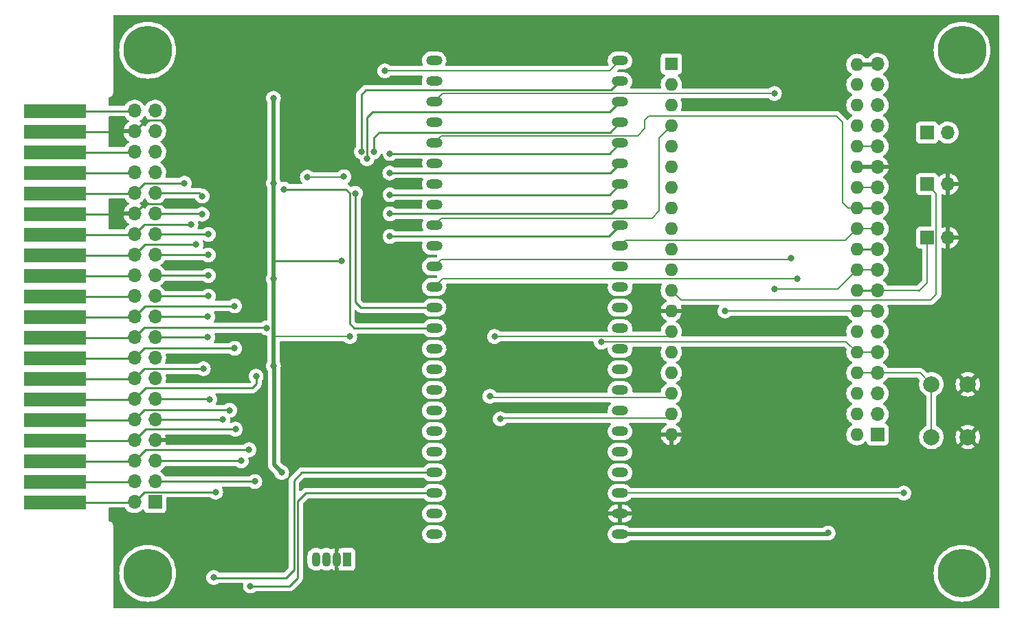
<source format=gbr>
%TF.GenerationSoftware,KiCad,Pcbnew,(6.0.11)*%
%TF.CreationDate,2023-05-02T12:30:58-07:00*%
%TF.ProjectId,TRS-IO-M1,5452532d-494f-42d4-9d31-2e6b69636164,rev?*%
%TF.SameCoordinates,Original*%
%TF.FileFunction,Copper,L2,Bot*%
%TF.FilePolarity,Positive*%
%FSLAX46Y46*%
G04 Gerber Fmt 4.6, Leading zero omitted, Abs format (unit mm)*
G04 Created by KiCad (PCBNEW (6.0.11)) date 2023-05-02 12:30:58*
%MOMM*%
%LPD*%
G01*
G04 APERTURE LIST*
%TA.AperFunction,ComponentPad*%
%ADD10R,1.700000X1.700000*%
%TD*%
%TA.AperFunction,ComponentPad*%
%ADD11O,1.700000X1.700000*%
%TD*%
%TA.AperFunction,ConnectorPad*%
%ADD12R,7.620000X1.778000*%
%TD*%
%TA.AperFunction,ComponentPad*%
%ADD13C,6.000000*%
%TD*%
%TA.AperFunction,ComponentPad*%
%ADD14C,0.800000*%
%TD*%
%TA.AperFunction,ComponentPad*%
%ADD15O,2.000000X1.200000*%
%TD*%
%TA.AperFunction,ComponentPad*%
%ADD16R,1.600000X1.600000*%
%TD*%
%TA.AperFunction,ComponentPad*%
%ADD17O,1.600000X1.600000*%
%TD*%
%TA.AperFunction,ComponentPad*%
%ADD18R,1.070000X1.800000*%
%TD*%
%TA.AperFunction,ComponentPad*%
%ADD19O,1.070000X1.800000*%
%TD*%
%TA.AperFunction,ComponentPad*%
%ADD20C,2.000000*%
%TD*%
%TA.AperFunction,ViaPad*%
%ADD21C,0.800000*%
%TD*%
%TA.AperFunction,Conductor*%
%ADD22C,0.500380*%
%TD*%
%TA.AperFunction,Conductor*%
%ADD23C,0.250000*%
%TD*%
%TA.AperFunction,Conductor*%
%ADD24C,0.200000*%
%TD*%
G04 APERTURE END LIST*
D10*
%TO.P,J1,1,Pin_1*%
%TO.N,SYSRES_N*%
X119278400Y-116687600D03*
D11*
%TO.P,J1,2,Pin_2*%
%TO.N,RAS_N*%
X116738400Y-116687600D03*
%TO.P,J1,3,Pin_3*%
%TO.N,A10*%
X119278400Y-114147600D03*
%TO.P,J1,4,Pin_4*%
%TO.N,CAS_N*%
X116738400Y-114147600D03*
%TO.P,J1,5,Pin_5*%
%TO.N,A13*%
X119278400Y-111607600D03*
%TO.P,J1,6,Pin_6*%
%TO.N,A12*%
X116738400Y-111607600D03*
%TO.P,J1,7,Pin_7*%
%TO.N,GND*%
X119278400Y-109067600D03*
%TO.P,J1,8,Pin_8*%
%TO.N,A15*%
X116738400Y-109067600D03*
%TO.P,J1,9,Pin_9*%
%TO.N,A14*%
X119278400Y-106527600D03*
%TO.P,J1,10,Pin_10*%
%TO.N,A11*%
X116738400Y-106527600D03*
%TO.P,J1,11,Pin_11*%
%TO.N,OUT_N*%
X119278400Y-103987600D03*
%TO.P,J1,12,Pin_12*%
%TO.N,A8*%
X116738400Y-103987600D03*
%TO.P,J1,13,Pin_13*%
%TO.N,INTACK_N*%
X119278400Y-101447600D03*
%TO.P,J1,14,Pin_14*%
%TO.N,WR_N*%
X116738400Y-101447600D03*
%TO.P,J1,15,Pin_15*%
%TO.N,MUX*%
X119278400Y-98907600D03*
%TO.P,J1,16,Pin_16*%
%TO.N,RD_N*%
X116738400Y-98907600D03*
%TO.P,J1,17,Pin_17*%
%TO.N,D4*%
X119278400Y-96367600D03*
%TO.P,J1,18,Pin_18*%
%TO.N,A9*%
X116738400Y-96367600D03*
%TO.P,J1,19,Pin_19*%
%TO.N,D7*%
X119278400Y-93827600D03*
%TO.P,J1,20,Pin_20*%
%TO.N,IN_N*%
X116738400Y-93827600D03*
%TO.P,J1,21,Pin_21*%
%TO.N,D1*%
X119278400Y-91287600D03*
%TO.P,J1,22,Pin_22*%
%TO.N,INT_N*%
X116738400Y-91287600D03*
%TO.P,J1,23,Pin_23*%
%TO.N,D6*%
X119278400Y-88747600D03*
%TO.P,J1,24,Pin_24*%
%TO.N,TEST_N*%
X116738400Y-88747600D03*
%TO.P,J1,25,Pin_25*%
%TO.N,D3*%
X119278400Y-86207600D03*
%TO.P,J1,26,Pin_26*%
%TO.N,A0*%
X116738400Y-86207600D03*
%TO.P,J1,27,Pin_27*%
%TO.N,D5*%
X119278400Y-83667600D03*
%TO.P,J1,28,Pin_28*%
%TO.N,A1*%
X116738400Y-83667600D03*
%TO.P,J1,29,Pin_29*%
%TO.N,D0*%
X119278400Y-81127600D03*
%TO.P,J1,30,Pin_30*%
%TO.N,GND*%
X116738400Y-81127600D03*
%TO.P,J1,31,Pin_31*%
%TO.N,D2*%
X119278400Y-78587600D03*
%TO.P,J1,32,Pin_32*%
%TO.N,A4*%
X116738400Y-78587600D03*
%TO.P,J1,33,Pin_33*%
%TO.N,A3*%
X119278400Y-76047600D03*
%TO.P,J1,34,Pin_34*%
%TO.N,WAIT_N*%
X116738400Y-76047600D03*
%TO.P,J1,35,Pin_35*%
%TO.N,A7*%
X119278400Y-73507600D03*
%TO.P,J1,36,Pin_36*%
%TO.N,A5*%
X116738400Y-73507600D03*
%TO.P,J1,37,Pin_37*%
%TO.N,A6*%
X119278400Y-70967600D03*
%TO.P,J1,38,Pin_38*%
%TO.N,GND*%
X116738400Y-70967600D03*
%TO.P,J1,39,Pin_39*%
%TO.N,A2*%
X119278400Y-68427600D03*
%TO.P,J1,40,Pin_40*%
%TO.N,5V*%
X116738400Y-68427600D03*
%TD*%
D12*
%TO.P,J2,2,Pin_2*%
%TO.N,RAS_N*%
X106984800Y-116713000D03*
%TO.P,J2,4,Pin_4*%
%TO.N,CAS_N*%
X106984800Y-114173000D03*
%TO.P,J2,6,Pin_6*%
%TO.N,A12*%
X106984800Y-111633000D03*
%TO.P,J2,8,Pin_8*%
%TO.N,A15*%
X106984800Y-109093000D03*
%TO.P,J2,10,Pin_10*%
%TO.N,A11*%
X106984800Y-106553000D03*
%TO.P,J2,12,Pin_12*%
%TO.N,A8*%
X106984800Y-104013000D03*
%TO.P,J2,14,Pin_14*%
%TO.N,WR_N*%
X106984800Y-101473000D03*
%TO.P,J2,16,Pin_16*%
%TO.N,RD_N*%
X106984800Y-98933000D03*
%TO.P,J2,18,Pin_18*%
%TO.N,A9*%
X106984800Y-96393000D03*
%TO.P,J2,20,Pin_20*%
%TO.N,IN_N*%
X106984800Y-93853000D03*
%TO.P,J2,22,Pin_22*%
%TO.N,INT_N*%
X106984800Y-91313000D03*
%TO.P,J2,24,Pin_24*%
%TO.N,TEST_N*%
X106984800Y-88773000D03*
%TO.P,J2,26,Pin_26*%
%TO.N,A0*%
X106984800Y-86233000D03*
%TO.P,J2,28,Pin_28*%
%TO.N,A1*%
X106984800Y-83693000D03*
%TO.P,J2,30,Pin_30*%
%TO.N,GND*%
X106984800Y-81153000D03*
%TO.P,J2,32,Pin_32*%
%TO.N,A4*%
X106984800Y-78613000D03*
%TO.P,J2,34,Pin_34*%
%TO.N,WAIT_N*%
X106984800Y-76073000D03*
%TO.P,J2,36,Pin_36*%
%TO.N,A5*%
X106984800Y-73533000D03*
%TO.P,J2,38,Pin_38*%
%TO.N,GND*%
X106984800Y-70993000D03*
%TO.P,J2,40,Pin_40*%
%TO.N,5V*%
X106984800Y-68453000D03*
%TD*%
D13*
%TO.P,H1,1*%
%TO.N,N/C*%
X118364000Y-60960000D03*
D14*
X119954990Y-62550990D03*
X116773010Y-59369010D03*
X120614000Y-60960000D03*
X118364000Y-58710000D03*
X116114000Y-60960000D03*
X118364000Y-63210000D03*
X119954990Y-59369010D03*
X116773010Y-62550990D03*
%TD*%
%TO.P,H2,1*%
%TO.N,N/C*%
X220284990Y-62550990D03*
X220944000Y-60960000D03*
D13*
X218694000Y-60960000D03*
D14*
X216444000Y-60960000D03*
X217103010Y-62550990D03*
X217103010Y-59369010D03*
X220284990Y-59369010D03*
X218694000Y-63210000D03*
X218694000Y-58710000D03*
%TD*%
%TO.P,H3,1*%
%TO.N,N/C*%
X120614000Y-125476000D03*
X118364000Y-127726000D03*
X119954990Y-123885010D03*
X116773010Y-127066990D03*
D13*
X118364000Y-125476000D03*
D14*
X116114000Y-125476000D03*
X118364000Y-123226000D03*
X119954990Y-127066990D03*
X116773010Y-123885010D03*
%TD*%
%TO.P,H4,1*%
%TO.N,N/C*%
X220284990Y-123885010D03*
X216444000Y-125476000D03*
X220284990Y-127066990D03*
X218694000Y-127726000D03*
X217103010Y-123885010D03*
X220944000Y-125476000D03*
X218694000Y-123226000D03*
X217103010Y-127066990D03*
D13*
X218694000Y-125476000D03*
%TD*%
D15*
%TO.P,U5,1,Pad_38*%
%TO.N,CS_SD_CARD*%
X153650000Y-62230000D03*
%TO.P,U5,2,Pad_37*%
%TO.N,MOSI*%
X153650000Y-64770000D03*
%TO.P,U5,3,Pad_36*%
%TO.N,SCK*%
X153650000Y-67310000D03*
%TO.P,U5,4,Pad_39*%
%TO.N,MISO*%
X153650000Y-69850000D03*
%TO.P,U5,5,Pad_25*%
%TO.N,AA2_10*%
X153650000Y-72390000D03*
%TO.P,U5,6,Pad_26*%
%TO.N,AA6_12*%
X153650000Y-74930000D03*
%TO.P,U5,7,Pad_27*%
%TO.N,AA7_13*%
X153650000Y-77470000D03*
%TO.P,U5,8,Pad_28*%
%TO.N,AA5_15*%
X153650000Y-80010000D03*
%TO.P,U5,9,Pad_29*%
%TO.N,AA3_11*%
X153650000Y-82550000D03*
%TO.P,U5,10,Pad_30*%
%TO.N,AA4_14*%
X153650000Y-85090000D03*
%TO.P,U5,11,Pad_33*%
%TO.N,AA1_8*%
X153650000Y-87630000D03*
%TO.P,U5,12,Pad_34*%
%TO.N,AA0_9*%
X153650000Y-90170000D03*
%TO.P,U5,13,Pad_40*%
%TO.N,DBUS_SEL_N*%
X153650000Y-92710000D03*
%TO.P,U5,14,Pad_35*%
%TO.N,READ_N*%
X153650000Y-95250000D03*
%TO.P,U5,15,Pad_41*%
%TO.N,Z80_IN_N*%
X153650000Y-97790000D03*
%TO.P,U5,16,Pad_42*%
%TO.N,Z80_RD_N*%
X153650000Y-100330000D03*
%TO.P,U5,17,Pad_51*%
%TO.N,Z80_WR_N*%
X153650000Y-102870000D03*
%TO.P,U5,18,Pad_53*%
%TO.N,Z80_OUT_N*%
X153650000Y-105410000D03*
%TO.P,U5,19,Pad_54*%
%TO.N,Z80_RAS_N*%
X153650000Y-107950000D03*
%TO.P,U5,20,Pad_55*%
%TO.N,A0_MUX*%
X153650000Y-110490000D03*
%TO.P,U5,21,Pad_56*%
%TO.N,INT*%
X153650000Y-113030000D03*
%TO.P,U5,22,Pad_57*%
%TO.N,WAIT*%
X153650000Y-115570000D03*
%TO.P,U5,23,Pad_68*%
%TO.N,unconnected-(U5-Pad23)*%
X153650000Y-118110000D03*
%TO.P,U5,24,Pad_69*%
%TO.N,unconnected-(U5-Pad24)*%
X153650000Y-120650000D03*
%TO.P,U5,25,3V3*%
%TO.N,+3V3*%
X176550000Y-120650000D03*
%TO.P,U5,26,GND*%
%TO.N,GND*%
X176550000Y-118110000D03*
%TO.P,U5,27,Pad_32*%
%TO.N,CS_FPGA*%
X176550000Y-115570000D03*
%TO.P,U5,28,Pad_31*%
%TO.N,ESP_S2*%
X176550000Y-113030000D03*
%TO.P,U5,29,Pad_49*%
%TO.N,ESP_S1*%
X176550000Y-110490000D03*
%TO.P,U5,30,Pad_48*%
%TO.N,ESP_S0*%
X176550000Y-107950000D03*
%TO.P,U5,31,5V*%
%TO.N,VU*%
X176550000Y-105410000D03*
%TO.P,U5,32,Pad_70*%
%TO.N,unconnected-(U5-Pad32)*%
X176550000Y-102870000D03*
%TO.P,U5,33,Pad_71*%
%TO.N,unconnected-(U5-Pad33)*%
X176550000Y-100330000D03*
%TO.P,U5,34,Pad_72*%
%TO.N,unconnected-(U5-Pad34)*%
X176550000Y-97790000D03*
%TO.P,U5,35,Pad_73*%
%TO.N,unconnected-(U5-Pad35)*%
X176550000Y-95250000D03*
%TO.P,U5,36,Pad_74*%
%TO.N,unconnected-(U5-Pad36)*%
X176550000Y-92710000D03*
%TO.P,U5,37,Pad_75*%
%TO.N,unconnected-(U5-Pad37)*%
X176550000Y-90170000D03*
%TO.P,U5,38,Pad_76*%
%TO.N,REQ*%
X176550000Y-87630000D03*
%TO.P,U5,39,Pad_77*%
%TO.N,DONE*%
X176550000Y-85090000D03*
%TO.P,U5,40,Pad_79*%
%TO.N,DD4*%
X176550000Y-82550000D03*
%TO.P,U5,41,Pad_80*%
%TO.N,DD7*%
X176550000Y-80010000D03*
%TO.P,U5,42,Pad_81*%
%TO.N,DD1*%
X176550000Y-77470000D03*
%TO.P,U5,43,Pad_82*%
%TO.N,DD6*%
X176550000Y-74930000D03*
%TO.P,U5,44,Pad_83*%
%TO.N,DD3*%
X176550000Y-72390000D03*
%TO.P,U5,45,Pad_84*%
%TO.N,DD5*%
X176550000Y-69850000D03*
%TO.P,U5,46,Pad_85*%
%TO.N,DD0*%
X176550000Y-67310000D03*
%TO.P,U5,47,Pad_86*%
%TO.N,DD2*%
X176550000Y-64770000D03*
%TO.P,U5,48,Pad_63*%
%TO.N,A1_MUX*%
X176550000Y-62230000D03*
%TD*%
D10*
%TO.P,J4,1,Pin_1*%
%TO.N,+5V*%
X214371000Y-71120000D03*
D11*
%TO.P,J4,2,Pin_2*%
%TO.N,VU*%
X216911000Y-71120000D03*
%TD*%
D16*
%TO.P,U6,1,GPIO6*%
%TO.N,unconnected-(U6-Pad1)*%
X182880000Y-62645000D03*
D17*
%TO.P,U6,2,GPIO7*%
%TO.N,unconnected-(U6-Pad2)*%
X182880000Y-65185000D03*
%TO.P,U6,3,GPIO8*%
%TO.N,unconnected-(U6-Pad3)*%
X182880000Y-67725000D03*
%TO.P,U6,4,GPIO15*%
%TO.N,AA3_11*%
X182880000Y-70265000D03*
%TO.P,U6,5,GPIO2*%
%TO.N,unconnected-(U6-Pad5)*%
X182880000Y-72805000D03*
%TO.P,U6,6,GPIO0*%
%TO.N,unconnected-(U6-Pad6)*%
X182880000Y-75345000D03*
%TO.P,U6,7,GPIO4*%
%TO.N,LED_GREEN*%
X182880000Y-77885000D03*
%TO.P,U6,8,GPIO16*%
%TO.N,ESP_S0*%
X182880000Y-80425000D03*
%TO.P,U6,9,GPIO17*%
%TO.N,ESP_S1*%
X182880000Y-82965000D03*
%TO.P,U6,10,GPIO5*%
%TO.N,LED_RED*%
X182880000Y-85505000D03*
%TO.P,U6,11,GPIO18*%
%TO.N,ESP_S2*%
X182880000Y-88045000D03*
%TO.P,U6,12,GPIO19*%
%TO.N,EI*%
X182880000Y-90585000D03*
%TO.P,U6,13,GND*%
%TO.N,GND*%
X182880000Y-93125000D03*
%TO.P,U6,14,GPIO21*%
%TO.N,MOSI*%
X182880000Y-95665000D03*
%TO.P,U6,15,GPIO3*%
%TO.N,unconnected-(U6-Pad15)*%
X182880000Y-98205000D03*
%TO.P,U6,16,GPIO1*%
%TO.N,unconnected-(U6-Pad16)*%
X182880000Y-100745000D03*
%TO.P,U6,17,GPIO22*%
%TO.N,MISO*%
X182880000Y-103285000D03*
%TO.P,U6,18,GPIO23*%
%TO.N,CS_SD_CARD*%
X182880000Y-105825000D03*
%TO.P,U6,19,GND*%
%TO.N,GND*%
X182880000Y-108365000D03*
%TO.P,U6,20,3V3*%
%TO.N,unconnected-(U6-Pad20)*%
X205740000Y-108365000D03*
%TO.P,U6,21,RESET*%
%TO.N,unconnected-(U6-Pad21)*%
X205740000Y-105825000D03*
%TO.P,U6,22,GPIO36*%
%TO.N,unconnected-(U6-Pad22)*%
X205740000Y-103285000D03*
%TO.P,U6,23,GPIO39*%
%TO.N,BUTTON*%
X205740000Y-100745000D03*
%TO.P,U6,24,GPIO34*%
%TO.N,REQ*%
X205740000Y-98205000D03*
%TO.P,U6,25,GPIO35*%
%TO.N,unconnected-(U6-Pad25)*%
X205740000Y-95665000D03*
%TO.P,U6,26,GPIO32*%
%TO.N,LED_BLUE*%
X205740000Y-93125000D03*
%TO.P,U6,27,GPIO33*%
%TO.N,FULL_ADDR*%
X205740000Y-90585000D03*
%TO.P,U6,28,GPIO25*%
%TO.N,SCK*%
X205740000Y-88045000D03*
%TO.P,U6,29,GPIO26*%
%TO.N,CS_FPGA*%
X205740000Y-85505000D03*
%TO.P,U6,30,GPIO27*%
%TO.N,DONE*%
X205740000Y-82965000D03*
%TO.P,U6,31,GPIO14*%
%TO.N,AA2_10*%
X205740000Y-80425000D03*
%TO.P,U6,32,GPIO12*%
%TO.N,AA0_9*%
X205740000Y-77885000D03*
%TO.P,U6,33,GND*%
%TO.N,GND*%
X205740000Y-75345000D03*
%TO.P,U6,34,GPIO13*%
%TO.N,AA1_8*%
X205740000Y-72805000D03*
%TO.P,U6,35,GPIO9*%
%TO.N,unconnected-(U6-Pad35)*%
X205740000Y-70265000D03*
%TO.P,U6,36,GPIO10*%
%TO.N,unconnected-(U6-Pad36)*%
X205740000Y-67725000D03*
%TO.P,U6,37,GPIO11*%
%TO.N,unconnected-(U6-Pad37)*%
X205740000Y-65185000D03*
%TO.P,U6,38,5V*%
%TO.N,+5V*%
X205740000Y-62708500D03*
%TD*%
D10*
%TO.P,J5,1,Pin_1*%
%TO.N,FULL_ADDR*%
X214376000Y-84074000D03*
D11*
%TO.P,J5,2,Pin_2*%
%TO.N,GND*%
X216916000Y-84074000D03*
%TD*%
D10*
%TO.P,J3,1,Pin_1*%
%TO.N,EI*%
X214371000Y-77470000D03*
D11*
%TO.P,J3,2,Pin_2*%
%TO.N,GND*%
X216911000Y-77470000D03*
%TD*%
D10*
%TO.P,J6,1,Pin_1*%
%TO.N,unconnected-(J6-Pad1)*%
X208280000Y-108370000D03*
D11*
%TO.P,J6,2,Pin_2*%
%TO.N,unconnected-(J6-Pad2)*%
X208280000Y-105830000D03*
%TO.P,J6,3,Pin_3*%
%TO.N,unconnected-(J6-Pad3)*%
X208280000Y-103290000D03*
%TO.P,J6,4,Pin_4*%
%TO.N,BUTTON*%
X208280000Y-100750000D03*
%TO.P,J6,5,Pin_5*%
%TO.N,REQ*%
X208280000Y-98210000D03*
%TO.P,J6,6,Pin_6*%
%TO.N,unconnected-(J6-Pad6)*%
X208280000Y-95670000D03*
%TO.P,J6,7,Pin_7*%
%TO.N,LED_BLUE*%
X208280000Y-93130000D03*
%TO.P,J6,8,Pin_8*%
%TO.N,FULL_ADDR*%
X208280000Y-90590000D03*
%TO.P,J6,9,Pin_9*%
%TO.N,SCK*%
X208280000Y-88050000D03*
%TO.P,J6,10,Pin_10*%
%TO.N,CS_FPGA*%
X208280000Y-85510000D03*
%TO.P,J6,11,Pin_11*%
%TO.N,DONE*%
X208280000Y-82970000D03*
%TO.P,J6,12,Pin_12*%
%TO.N,AA2_10*%
X208280000Y-80430000D03*
%TO.P,J6,13,Pin_13*%
%TO.N,AA0_9*%
X208280000Y-77890000D03*
%TO.P,J6,14,Pin_14*%
%TO.N,GND*%
X208280000Y-75350000D03*
%TO.P,J6,15,Pin_15*%
%TO.N,AA1_8*%
X208280000Y-72810000D03*
%TO.P,J6,16,Pin_16*%
%TO.N,unconnected-(J6-Pad16)*%
X208280000Y-70270000D03*
%TO.P,J6,17,Pin_17*%
%TO.N,unconnected-(J6-Pad17)*%
X208280000Y-67730000D03*
%TO.P,J6,18,Pin_18*%
%TO.N,unconnected-(J6-Pad18)*%
X208280000Y-65190000D03*
%TO.P,J6,19,Pin_19*%
%TO.N,+5V*%
X208280000Y-62650000D03*
%TD*%
D18*
%TO.P,D1,1,RA*%
%TO.N,Net-(D1-Pad1)*%
X142900400Y-123748800D03*
D19*
%TO.P,D1,2,K*%
%TO.N,GND*%
X141630400Y-123748800D03*
%TO.P,D1,3,BA*%
%TO.N,Net-(D1-Pad3)*%
X140360400Y-123748800D03*
%TO.P,D1,4,GA*%
%TO.N,Net-(D1-Pad4)*%
X139090400Y-123748800D03*
%TD*%
D20*
%TO.P,SW1,1,1*%
%TO.N,GND*%
X219405200Y-102158800D03*
X219405200Y-108658800D03*
%TO.P,SW1,2,2*%
%TO.N,BUTTON*%
X214905200Y-102158800D03*
X214905200Y-108658800D03*
%TD*%
D21*
%TO.N,GND*%
X136194800Y-74422000D03*
X134264400Y-123748800D03*
X146862800Y-86918800D03*
X129641600Y-123698000D03*
X145288000Y-99314000D03*
X136194800Y-97790000D03*
X135636000Y-107950000D03*
X132232400Y-84531200D03*
X133299200Y-116789200D03*
X141579600Y-109778800D03*
X145288000Y-62992000D03*
%TO.N,+3V3*%
X143256000Y-96266000D03*
X133858000Y-66875500D03*
X202184000Y-120497600D03*
X133858000Y-89154000D03*
X133858000Y-77368400D03*
X133858000Y-99895500D03*
X142224980Y-86969600D03*
X134874000Y-113030000D03*
%TO.N,RAS_N*%
X126746000Y-115468400D03*
%TO.N,A10*%
X131572000Y-114147600D03*
%TO.N,A12*%
X130847500Y-110236000D03*
%TO.N,A13*%
X129895600Y-111607600D03*
%TO.N,A15*%
X129171100Y-107696000D03*
%TO.N,A11*%
X128459900Y-105359200D03*
%TO.N,A14*%
X127609600Y-106527600D03*
%TO.N,A8*%
X131724400Y-101170500D03*
%TO.N,OUT_N*%
X126021500Y-104038400D03*
%TO.N,WR_N*%
X125222000Y-100228400D03*
%TO.N,RD_N*%
X129076200Y-97732600D03*
%TO.N,A9*%
X133008310Y-95199200D03*
%TO.N,D4*%
X125780800Y-96367600D03*
%TO.N,IN_N*%
X129082800Y-92506800D03*
%TO.N,D7*%
X125780800Y-93827600D03*
%TO.N,D1*%
X125831600Y-91287600D03*
%TO.N,D6*%
X125831600Y-88747600D03*
%TO.N,A0*%
X124307600Y-84937600D03*
%TO.N,D3*%
X125831600Y-86207600D03*
%TO.N,A1*%
X123698000Y-82448400D03*
%TO.N,D5*%
X125831600Y-83667600D03*
%TO.N,D0*%
X125069600Y-81178400D03*
%TO.N,A4*%
X122885200Y-77368400D03*
%TO.N,D2*%
X125069600Y-78943200D03*
%TO.N,WAIT*%
X131013200Y-127050800D03*
%TO.N,+1V8*%
X142544800Y-76555600D03*
X138029346Y-76606400D03*
%TO.N,AA0_9*%
X198374000Y-89154000D03*
%TO.N,AA1_8*%
X197612000Y-86614000D03*
%TO.N,SCK*%
X195580000Y-66294000D03*
X195580000Y-90424000D03*
%TO.N,MOSI*%
X161098500Y-96266000D03*
%TO.N,READ_N*%
X135178800Y-78106166D03*
%TO.N,MISO*%
X160528000Y-103632000D03*
%TO.N,DD3*%
X148215940Y-73710800D03*
%TO.N,DD4*%
X148215940Y-83921600D03*
%TO.N,DD5*%
X146202400Y-73507600D03*
%TO.N,DD6*%
X148183600Y-76098400D03*
%TO.N,DD7*%
X148215940Y-81127600D03*
%TO.N,DD2*%
X144673400Y-73474500D03*
%TO.N,DD0*%
X145397900Y-74338267D03*
%TO.N,DD1*%
X148215940Y-78790800D03*
%TO.N,A1_MUX*%
X147574000Y-63500000D03*
%TO.N,DBUS_SEL_N*%
X143948900Y-78607166D03*
%TO.N,LED_BLUE*%
X189484000Y-93116400D03*
%TO.N,CS_SD_CARD*%
X161798000Y-106426000D03*
%TO.N,INT*%
X126492000Y-125984000D03*
%TO.N,CS_FPGA*%
X211519500Y-115570000D03*
%TO.N,REQ*%
X174244000Y-96965500D03*
%TD*%
D22*
%TO.N,+5V*%
X205740000Y-62708500D02*
X208221500Y-62708500D01*
X208221500Y-62708500D02*
X208280000Y-62650000D01*
D23*
%TO.N,GND*%
X116738400Y-70967600D02*
X118103400Y-69602600D01*
X116713000Y-81153000D02*
X116738400Y-81127600D01*
X106984800Y-70993000D02*
X116713000Y-70993000D01*
X106984800Y-81153000D02*
X116713000Y-81153000D01*
X116738400Y-81127600D02*
X117913400Y-79952600D01*
X117913400Y-79952600D02*
X123044200Y-79952600D01*
X116713000Y-70993000D02*
X116738400Y-70967600D01*
X121405400Y-69602600D02*
X121412000Y-69596000D01*
X118103400Y-69602600D02*
X121405400Y-69602600D01*
%TO.N,+3V3*%
X142224980Y-86969600D02*
X133908800Y-86969600D01*
D24*
X143256000Y-96266000D02*
X133858000Y-96266000D01*
D22*
X133858000Y-73660000D02*
X133858000Y-66875500D01*
X133858000Y-87020400D02*
X133858000Y-77724000D01*
X176550000Y-120650000D02*
X202031600Y-120650000D01*
X133858000Y-77216000D02*
X133858000Y-75946000D01*
X133858000Y-75946000D02*
X133858000Y-73660000D01*
X133858000Y-77368400D02*
X133858000Y-77216000D01*
X133945701Y-99983201D02*
X133945701Y-112101701D01*
X133858000Y-96266000D02*
X133858000Y-99895500D01*
X133858000Y-87376000D02*
X133858000Y-87020400D01*
X202031600Y-120650000D02*
X202184000Y-120497600D01*
X133858000Y-77724000D02*
X133858000Y-77368400D01*
X133858000Y-89154000D02*
X133858000Y-96266000D01*
X133858000Y-99895500D02*
X133945701Y-99983201D01*
X133858000Y-87884000D02*
X133858000Y-89154000D01*
X133858000Y-87884000D02*
X133858000Y-87376000D01*
D23*
X133908800Y-86969600D02*
X133858000Y-87020400D01*
D22*
X133945701Y-112101701D02*
X134874000Y-113030000D01*
D23*
%TO.N,RAS_N*%
X116713000Y-116713000D02*
X116738400Y-116687600D01*
X126746000Y-115468400D02*
X117957600Y-115468400D01*
X117957600Y-115468400D02*
X116738400Y-116687600D01*
X106984800Y-116713000D02*
X116713000Y-116713000D01*
%TO.N,CAS_N*%
X106984800Y-114173000D02*
X116713000Y-114173000D01*
X116713000Y-114173000D02*
X116738400Y-114147600D01*
%TO.N,A10*%
X119278400Y-114147600D02*
X131572000Y-114147600D01*
%TO.N,A12*%
X116713000Y-111633000D02*
X116738400Y-111607600D01*
X130840900Y-110242600D02*
X130847500Y-110236000D01*
X106984800Y-111633000D02*
X116713000Y-111633000D01*
X118103400Y-110242600D02*
X130840900Y-110242600D01*
X116738400Y-111607600D02*
X118103400Y-110242600D01*
%TO.N,A13*%
X119278400Y-111607600D02*
X129895600Y-111607600D01*
%TO.N,A15*%
X116713000Y-109093000D02*
X116738400Y-109067600D01*
X118103400Y-107702600D02*
X129164500Y-107702600D01*
X106984800Y-109093000D02*
X116713000Y-109093000D01*
X116738400Y-109067600D02*
X118103400Y-107702600D01*
X129164500Y-107702600D02*
X129171100Y-107696000D01*
%TO.N,A11*%
X106984800Y-106553000D02*
X116713000Y-106553000D01*
X116713000Y-106553000D02*
X116738400Y-106527600D01*
X128453300Y-105352600D02*
X128459900Y-105359200D01*
X117913400Y-105352600D02*
X128453300Y-105352600D01*
X116738400Y-106527600D02*
X117913400Y-105352600D01*
%TO.N,A14*%
X119278400Y-106527600D02*
X127609600Y-106527600D01*
%TO.N,A8*%
X131260600Y-102622600D02*
X131775200Y-102108000D01*
X118103400Y-102622600D02*
X131260600Y-102622600D01*
X131775200Y-101221300D02*
X131724400Y-101170500D01*
X116738400Y-103987600D02*
X118103400Y-102622600D01*
X116713000Y-104013000D02*
X116738400Y-103987600D01*
X131775200Y-102108000D02*
X131775200Y-101221300D01*
X106984800Y-104013000D02*
X116713000Y-104013000D01*
%TO.N,OUT_N*%
X126021500Y-104038400D02*
X125970700Y-103987600D01*
X125970700Y-103987600D02*
X119278400Y-103987600D01*
%TO.N,WR_N*%
X125177800Y-100272600D02*
X117913400Y-100272600D01*
X106984800Y-101473000D02*
X116713000Y-101473000D01*
X116713000Y-101473000D02*
X116738400Y-101447600D01*
X125222000Y-100228400D02*
X125177800Y-100272600D01*
X117913400Y-100272600D02*
X116738400Y-101447600D01*
%TO.N,RD_N*%
X129076200Y-97732600D02*
X117913400Y-97732600D01*
X106984800Y-98933000D02*
X116713000Y-98933000D01*
X116713000Y-98933000D02*
X116738400Y-98907600D01*
X117913400Y-97732600D02*
X116738400Y-98907600D01*
%TO.N,A9*%
X117913400Y-95192600D02*
X116738400Y-96367600D01*
X116713000Y-96393000D02*
X116738400Y-96367600D01*
X133008310Y-95199200D02*
X133001710Y-95192600D01*
X133001710Y-95192600D02*
X117913400Y-95192600D01*
X106984800Y-96393000D02*
X116713000Y-96393000D01*
%TO.N,D4*%
X125780800Y-96367600D02*
X119278400Y-96367600D01*
%TO.N,IN_N*%
X118059200Y-92506800D02*
X116738400Y-93827600D01*
X129082800Y-92506800D02*
X118059200Y-92506800D01*
X116713000Y-93853000D02*
X116738400Y-93827600D01*
X106984800Y-93853000D02*
X116713000Y-93853000D01*
%TO.N,D7*%
X125780800Y-93827600D02*
X119278400Y-93827600D01*
%TO.N,INT_N*%
X116713000Y-91313000D02*
X116738400Y-91287600D01*
X106984800Y-91313000D02*
X116713000Y-91313000D01*
%TO.N,D1*%
X125831600Y-91287600D02*
X119278400Y-91287600D01*
%TO.N,TEST_N*%
X106984800Y-88773000D02*
X116713000Y-88773000D01*
X116713000Y-88773000D02*
X116738400Y-88747600D01*
%TO.N,D6*%
X125831600Y-88747600D02*
X119278400Y-88747600D01*
%TO.N,A0*%
X116713000Y-86233000D02*
X116738400Y-86207600D01*
X124307600Y-84937600D02*
X118008400Y-84937600D01*
X106984800Y-86233000D02*
X116713000Y-86233000D01*
X118008400Y-84937600D02*
X116738400Y-86207600D01*
%TO.N,D3*%
X125831600Y-86207600D02*
X119278400Y-86207600D01*
%TO.N,A1*%
X116738400Y-83667600D02*
X117957600Y-82448400D01*
X116713000Y-83693000D02*
X116738400Y-83667600D01*
X106984800Y-83693000D02*
X116713000Y-83693000D01*
X117957600Y-82448400D02*
X123698000Y-82448400D01*
%TO.N,D5*%
X125831600Y-83667600D02*
X119278400Y-83667600D01*
%TO.N,D0*%
X125018800Y-81127600D02*
X119278400Y-81127600D01*
X125069600Y-81178400D02*
X125018800Y-81127600D01*
%TO.N,A4*%
X116713000Y-78613000D02*
X116738400Y-78587600D01*
X116738400Y-78587600D02*
X117957600Y-77368400D01*
X117957600Y-77368400D02*
X122885200Y-77368400D01*
X106984800Y-78613000D02*
X116713000Y-78613000D01*
%TO.N,D2*%
X125069600Y-78943200D02*
X124714000Y-78587600D01*
X124714000Y-78587600D02*
X119278400Y-78587600D01*
%TO.N,WAIT_N*%
X116713000Y-76073000D02*
X116738400Y-76047600D01*
X106984800Y-76073000D02*
X116713000Y-76073000D01*
%TO.N,A5*%
X106984800Y-73533000D02*
X116713000Y-73533000D01*
X116713000Y-73533000D02*
X116738400Y-73507600D01*
%TO.N,5V*%
X106984800Y-68453000D02*
X116713000Y-68453000D01*
X116713000Y-68453000D02*
X116738400Y-68427600D01*
%TO.N,WAIT*%
X137871200Y-115570000D02*
X136848000Y-116593200D01*
X136848000Y-126042000D02*
X135839200Y-127050800D01*
X136848000Y-116593200D02*
X136848000Y-126042000D01*
X153650000Y-115570000D02*
X137871200Y-115570000D01*
X135839200Y-127050800D02*
X131013200Y-127050800D01*
D24*
%TO.N,+1V8*%
X142494000Y-76606400D02*
X142544800Y-76555600D01*
X138029346Y-76606400D02*
X142494000Y-76606400D01*
%TO.N,EI*%
X215525511Y-91052489D02*
X215525511Y-78624511D01*
X214838489Y-91739511D02*
X215525511Y-91052489D01*
X182880000Y-90585000D02*
X184034511Y-91739511D01*
X215525511Y-78624511D02*
X214371000Y-77470000D01*
X184034511Y-91739511D02*
X214838489Y-91739511D01*
%TO.N,AA0_9*%
X205740000Y-77885000D02*
X208275000Y-77885000D01*
X153650000Y-90170000D02*
X154675489Y-89144511D01*
X198364511Y-89144511D02*
X198374000Y-89154000D01*
X154675489Y-89144511D02*
X198364511Y-89144511D01*
X208275000Y-77885000D02*
X208280000Y-77890000D01*
%TO.N,AA1_8*%
X197495520Y-86730480D02*
X197612000Y-86614000D01*
X154549520Y-86730480D02*
X197495520Y-86730480D01*
X153650000Y-87630000D02*
X154549520Y-86730480D01*
X205740000Y-72805000D02*
X208275000Y-72805000D01*
X208275000Y-72805000D02*
X208280000Y-72810000D01*
%TO.N,SCK*%
X195570511Y-66284511D02*
X195580000Y-66294000D01*
X195580000Y-90424000D02*
X203361000Y-90424000D01*
X203361000Y-90424000D02*
X205740000Y-88045000D01*
X208275000Y-88045000D02*
X208280000Y-88050000D01*
X205740000Y-88045000D02*
X208275000Y-88045000D01*
X154675489Y-66284511D02*
X195570511Y-66284511D01*
X153650000Y-67310000D02*
X154675489Y-66284511D01*
%TO.N,MOSI*%
X161098500Y-96266000D02*
X182279000Y-96266000D01*
X182279000Y-96266000D02*
X182880000Y-95665000D01*
%TO.N,AA3_11*%
X180477520Y-81650480D02*
X181356000Y-80772000D01*
X181356000Y-80772000D02*
X181356000Y-71789000D01*
X153650000Y-82550000D02*
X154549520Y-81650480D01*
X154549520Y-81650480D02*
X180477520Y-81650480D01*
X181356000Y-71789000D02*
X182880000Y-70265000D01*
%TO.N,AA2_10*%
X153650000Y-72390000D02*
X154549520Y-71490480D01*
D23*
X205740000Y-80425000D02*
X208275000Y-80425000D01*
D24*
X203962000Y-79756000D02*
X204631000Y-80425000D01*
X203200000Y-69088000D02*
X203962000Y-69850000D01*
X179578000Y-70612000D02*
X179578000Y-69596000D01*
X180086000Y-69088000D02*
X203200000Y-69088000D01*
X179578000Y-69596000D02*
X180086000Y-69088000D01*
X203962000Y-69850000D02*
X203962000Y-79756000D01*
X154549520Y-71490480D02*
X178699520Y-71490480D01*
X178699520Y-71490480D02*
X179578000Y-70612000D01*
D23*
X208275000Y-80425000D02*
X208280000Y-80430000D01*
D24*
X204631000Y-80425000D02*
X205740000Y-80425000D01*
D23*
%TO.N,READ_N*%
X143223900Y-94659100D02*
X143223900Y-78555500D01*
X142774566Y-78106166D02*
X135178800Y-78106166D01*
X143223900Y-78555500D02*
X142774566Y-78106166D01*
X143814800Y-95250000D02*
X143223900Y-94659100D01*
X153650000Y-95250000D02*
X143814800Y-95250000D01*
D24*
%TO.N,MISO*%
X160665520Y-103769520D02*
X182395480Y-103769520D01*
X160528000Y-103632000D02*
X160665520Y-103769520D01*
X182395480Y-103769520D02*
X182880000Y-103285000D01*
D23*
%TO.N,DD3*%
X149504400Y-73710800D02*
X175229200Y-73710800D01*
X175229200Y-73710800D02*
X176550000Y-72390000D01*
X149504400Y-73710800D02*
X148215940Y-73710800D01*
%TO.N,DD4*%
X149402800Y-83921600D02*
X175178400Y-83921600D01*
X149402800Y-83921600D02*
X148215940Y-83921600D01*
X175178400Y-83921600D02*
X176550000Y-82550000D01*
%TO.N,DD5*%
X146202400Y-71729600D02*
X146202400Y-73507600D01*
X175334520Y-71065480D02*
X146866520Y-71065480D01*
X146866520Y-71065480D02*
X146202400Y-71729600D01*
X176550000Y-69850000D02*
X175334520Y-71065480D01*
%TO.N,DD6*%
X149504400Y-76098400D02*
X175381600Y-76098400D01*
X175381600Y-76098400D02*
X176550000Y-74930000D01*
X149504400Y-76098400D02*
X148183600Y-76098400D01*
%TO.N,DD7*%
X149098000Y-81127600D02*
X148215940Y-81127600D01*
X149098000Y-81127600D02*
X175432400Y-81127600D01*
X175432400Y-81127600D02*
X176550000Y-80010000D01*
%TO.N,DD2*%
X175460489Y-65859511D02*
X146179689Y-65859511D01*
X146179689Y-65859511D02*
X146151600Y-65887600D01*
X176550000Y-64770000D02*
X175460489Y-65859511D01*
X145237200Y-65887600D02*
X144673400Y-66451400D01*
X146151600Y-65887600D02*
X145237200Y-65887600D01*
X144673400Y-66451400D02*
X144673400Y-73474500D01*
%TO.N,DD0*%
X145397900Y-74338267D02*
X145397900Y-69232100D01*
X146050000Y-68580000D02*
X175280000Y-68580000D01*
X175280000Y-68580000D02*
X176550000Y-67310000D01*
X145397900Y-69232100D02*
X146050000Y-68580000D01*
%TO.N,DD1*%
X148590000Y-78790800D02*
X148215940Y-78790800D01*
X148590000Y-78790800D02*
X175229200Y-78790800D01*
X175229200Y-78790800D02*
X176550000Y-77470000D01*
D24*
%TO.N,A1_MUX*%
X147574000Y-63500000D02*
X175280000Y-63500000D01*
X175280000Y-63500000D02*
X176550000Y-62230000D01*
D23*
%TO.N,DBUS_SEL_N*%
X143967200Y-92049600D02*
X143967200Y-78625466D01*
X153650000Y-92710000D02*
X144627600Y-92710000D01*
X143967200Y-78625466D02*
X143948900Y-78607166D01*
X144627600Y-92710000D02*
X143967200Y-92049600D01*
D24*
%TO.N,BUTTON*%
X205740000Y-100745000D02*
X208275000Y-100745000D01*
X214905200Y-102158800D02*
X214905200Y-108658800D01*
X213496400Y-100750000D02*
X214905200Y-102158800D01*
X208275000Y-100745000D02*
X208280000Y-100750000D01*
X208280000Y-100750000D02*
X213496400Y-100750000D01*
%TO.N,LED_BLUE*%
X189492600Y-93125000D02*
X189484000Y-93116400D01*
X205740000Y-93125000D02*
X189492600Y-93125000D01*
X205740000Y-93125000D02*
X208275000Y-93125000D01*
X208275000Y-93125000D02*
X208280000Y-93130000D01*
%TO.N,CS_SD_CARD*%
X182395480Y-106309520D02*
X182880000Y-105825000D01*
X161798000Y-106426000D02*
X161914480Y-106309520D01*
X161914480Y-106309520D02*
X182395480Y-106309520D01*
D23*
%TO.N,FULL_ADDR*%
X205740000Y-90585000D02*
X208275000Y-90585000D01*
X208275000Y-90585000D02*
X208280000Y-90590000D01*
D24*
X213360000Y-90678000D02*
X213272000Y-90590000D01*
X213272000Y-90590000D02*
X208280000Y-90590000D01*
X214376000Y-84074000D02*
X214376000Y-89662000D01*
X214376000Y-89662000D02*
X213360000Y-90678000D01*
D23*
%TO.N,INT*%
X137363200Y-113030000D02*
X136398000Y-113995200D01*
X153650000Y-113030000D02*
X137363200Y-113030000D01*
X135407400Y-126034800D02*
X126542800Y-126034800D01*
X136398000Y-113995200D02*
X136398000Y-125044200D01*
X136398000Y-125044200D02*
X135407400Y-126034800D01*
X126542800Y-126034800D02*
X126492000Y-125984000D01*
D24*
%TO.N,DONE*%
X208275000Y-82965000D02*
X208280000Y-82970000D01*
X177234511Y-84405489D02*
X204299511Y-84405489D01*
X205740000Y-82965000D02*
X208275000Y-82965000D01*
X204299511Y-84405489D02*
X205740000Y-82965000D01*
X176550000Y-85090000D02*
X177234511Y-84405489D01*
D23*
%TO.N,CS_FPGA*%
X205740000Y-85505000D02*
X208275000Y-85505000D01*
D24*
X176550000Y-115570000D02*
X211519500Y-115570000D01*
D23*
X208275000Y-85505000D02*
X208280000Y-85510000D01*
D24*
%TO.N,REQ*%
X205740000Y-98205000D02*
X204425480Y-96890480D01*
X205740000Y-98205000D02*
X208275000Y-98205000D01*
X204425480Y-96890480D02*
X174319020Y-96890480D01*
X174319020Y-96890480D02*
X174244000Y-96965500D01*
X208275000Y-98205000D02*
X208280000Y-98210000D01*
%TD*%
%TA.AperFunction,Conductor*%
%TO.N,GND*%
G36*
X223207621Y-56662502D02*
G01*
X223254114Y-56716158D01*
X223265500Y-56768500D01*
X223265500Y-129667500D01*
X223245498Y-129735621D01*
X223191842Y-129782114D01*
X223139500Y-129793500D01*
X114223300Y-129793500D01*
X114155179Y-129773498D01*
X114108686Y-129719842D01*
X114097300Y-129667500D01*
X114097300Y-125476000D01*
X114850685Y-125476000D01*
X114869931Y-125843241D01*
X114927459Y-126206459D01*
X115022639Y-126561674D01*
X115023824Y-126564762D01*
X115023825Y-126564764D01*
X115067770Y-126679244D01*
X115154427Y-126904994D01*
X115321380Y-127232657D01*
X115521668Y-127541075D01*
X115753098Y-127826867D01*
X116013133Y-128086902D01*
X116298925Y-128318332D01*
X116607342Y-128518620D01*
X116610276Y-128520115D01*
X116610283Y-128520119D01*
X116932066Y-128684075D01*
X116935006Y-128685573D01*
X117278326Y-128817361D01*
X117633541Y-128912541D01*
X117826558Y-128943112D01*
X117993511Y-128969555D01*
X117993519Y-128969556D01*
X117996759Y-128970069D01*
X118364000Y-128989315D01*
X118731241Y-128970069D01*
X118734481Y-128969556D01*
X118734489Y-128969555D01*
X118901442Y-128943112D01*
X119094459Y-128912541D01*
X119449674Y-128817361D01*
X119792994Y-128685573D01*
X119795934Y-128684075D01*
X120117717Y-128520119D01*
X120117724Y-128520115D01*
X120120658Y-128518620D01*
X120429075Y-128318332D01*
X120714867Y-128086902D01*
X120974902Y-127826867D01*
X121206332Y-127541075D01*
X121406620Y-127232657D01*
X121573573Y-126904994D01*
X121660230Y-126679244D01*
X121704175Y-126564764D01*
X121704176Y-126564762D01*
X121705361Y-126561674D01*
X121800541Y-126206459D01*
X121835775Y-125984000D01*
X125578496Y-125984000D01*
X125579186Y-125990565D01*
X125597505Y-126164856D01*
X125598458Y-126173928D01*
X125657473Y-126355556D01*
X125660776Y-126361278D01*
X125660777Y-126361279D01*
X125693133Y-126417321D01*
X125752960Y-126520944D01*
X125757378Y-126525851D01*
X125757379Y-126525852D01*
X125876325Y-126657955D01*
X125880747Y-126662866D01*
X126035248Y-126775118D01*
X126041276Y-126777802D01*
X126041278Y-126777803D01*
X126165788Y-126833238D01*
X126209712Y-126852794D01*
X126303112Y-126872647D01*
X126390056Y-126891128D01*
X126390061Y-126891128D01*
X126396513Y-126892500D01*
X126587487Y-126892500D01*
X126593939Y-126891128D01*
X126593944Y-126891128D01*
X126680888Y-126872647D01*
X126774288Y-126852794D01*
X126818212Y-126833238D01*
X126942722Y-126777803D01*
X126942724Y-126777802D01*
X126948752Y-126775118D01*
X127062653Y-126692364D01*
X127129521Y-126668505D01*
X127136714Y-126668300D01*
X130008805Y-126668300D01*
X130076926Y-126688302D01*
X130123419Y-126741958D01*
X130133523Y-126812232D01*
X130128637Y-126833238D01*
X130121698Y-126854592D01*
X130121697Y-126854597D01*
X130119658Y-126860872D01*
X130118968Y-126867433D01*
X130118968Y-126867435D01*
X130100386Y-127044235D01*
X130099696Y-127050800D01*
X130100386Y-127057365D01*
X130118501Y-127229716D01*
X130119658Y-127240728D01*
X130178673Y-127422356D01*
X130274160Y-127587744D01*
X130278578Y-127592651D01*
X130278579Y-127592652D01*
X130360652Y-127683803D01*
X130401947Y-127729666D01*
X130556448Y-127841918D01*
X130562476Y-127844602D01*
X130562478Y-127844603D01*
X130724881Y-127916909D01*
X130730912Y-127919594D01*
X130824313Y-127939447D01*
X130911256Y-127957928D01*
X130911261Y-127957928D01*
X130917713Y-127959300D01*
X131108687Y-127959300D01*
X131115139Y-127957928D01*
X131115144Y-127957928D01*
X131202087Y-127939447D01*
X131295488Y-127919594D01*
X131301519Y-127916909D01*
X131463922Y-127844603D01*
X131463924Y-127844602D01*
X131469952Y-127841918D01*
X131624453Y-127729666D01*
X131628868Y-127724763D01*
X131633780Y-127720340D01*
X131634905Y-127721589D01*
X131688214Y-127688749D01*
X131721400Y-127684300D01*
X135760433Y-127684300D01*
X135771616Y-127684827D01*
X135779109Y-127686502D01*
X135787035Y-127686253D01*
X135787036Y-127686253D01*
X135847186Y-127684362D01*
X135851145Y-127684300D01*
X135879056Y-127684300D01*
X135882991Y-127683803D01*
X135883056Y-127683795D01*
X135894893Y-127682862D01*
X135927151Y-127681848D01*
X135931170Y-127681722D01*
X135939089Y-127681473D01*
X135958543Y-127675821D01*
X135977900Y-127671813D01*
X135990130Y-127670268D01*
X135990131Y-127670268D01*
X135997997Y-127669274D01*
X136005368Y-127666355D01*
X136005370Y-127666355D01*
X136039112Y-127652996D01*
X136050342Y-127649151D01*
X136085183Y-127639029D01*
X136085184Y-127639029D01*
X136092793Y-127636818D01*
X136099612Y-127632785D01*
X136099617Y-127632783D01*
X136110228Y-127626507D01*
X136127976Y-127617812D01*
X136146817Y-127610352D01*
X136182587Y-127584364D01*
X136192507Y-127577848D01*
X136223735Y-127559380D01*
X136223738Y-127559378D01*
X136230562Y-127555342D01*
X136244883Y-127541021D01*
X136259917Y-127528180D01*
X136269894Y-127520931D01*
X136276307Y-127516272D01*
X136304498Y-127482195D01*
X136312488Y-127473416D01*
X137240247Y-126545657D01*
X137248537Y-126538113D01*
X137255018Y-126534000D01*
X137301659Y-126484332D01*
X137304413Y-126481491D01*
X137324135Y-126461769D01*
X137326612Y-126458576D01*
X137334317Y-126449555D01*
X137359159Y-126423100D01*
X137364586Y-126417321D01*
X137368407Y-126410371D01*
X137374346Y-126399568D01*
X137385202Y-126383041D01*
X137392757Y-126373302D01*
X137392758Y-126373300D01*
X137397614Y-126367040D01*
X137415174Y-126326460D01*
X137420391Y-126315812D01*
X137437875Y-126284009D01*
X137437876Y-126284007D01*
X137441695Y-126277060D01*
X137446733Y-126257437D01*
X137453137Y-126238734D01*
X137458033Y-126227420D01*
X137458033Y-126227419D01*
X137461181Y-126220145D01*
X137462420Y-126212322D01*
X137462423Y-126212312D01*
X137468099Y-126176476D01*
X137470505Y-126164856D01*
X137479528Y-126129711D01*
X137479528Y-126129710D01*
X137481500Y-126122030D01*
X137481500Y-126101776D01*
X137483051Y-126082065D01*
X137484980Y-126069886D01*
X137486220Y-126062057D01*
X137482059Y-126018038D01*
X137481500Y-126006181D01*
X137481500Y-125476000D01*
X215180685Y-125476000D01*
X215199931Y-125843241D01*
X215257459Y-126206459D01*
X215352639Y-126561674D01*
X215353824Y-126564762D01*
X215353825Y-126564764D01*
X215397770Y-126679244D01*
X215484427Y-126904994D01*
X215651380Y-127232657D01*
X215851668Y-127541075D01*
X216083098Y-127826867D01*
X216343133Y-128086902D01*
X216628925Y-128318332D01*
X216937342Y-128518620D01*
X216940276Y-128520115D01*
X216940283Y-128520119D01*
X217262066Y-128684075D01*
X217265006Y-128685573D01*
X217608326Y-128817361D01*
X217963541Y-128912541D01*
X218156558Y-128943112D01*
X218323511Y-128969555D01*
X218323519Y-128969556D01*
X218326759Y-128970069D01*
X218694000Y-128989315D01*
X219061241Y-128970069D01*
X219064481Y-128969556D01*
X219064489Y-128969555D01*
X219231442Y-128943112D01*
X219424459Y-128912541D01*
X219779674Y-128817361D01*
X220122994Y-128685573D01*
X220125934Y-128684075D01*
X220447717Y-128520119D01*
X220447724Y-128520115D01*
X220450658Y-128518620D01*
X220759075Y-128318332D01*
X221044867Y-128086902D01*
X221304902Y-127826867D01*
X221536332Y-127541075D01*
X221736620Y-127232657D01*
X221903573Y-126904994D01*
X221990230Y-126679244D01*
X222034175Y-126564764D01*
X222034176Y-126564762D01*
X222035361Y-126561674D01*
X222130541Y-126206459D01*
X222188069Y-125843241D01*
X222207315Y-125476000D01*
X222188069Y-125108759D01*
X222187089Y-125102567D01*
X222149138Y-124862960D01*
X222130541Y-124745541D01*
X222035361Y-124390326D01*
X222010549Y-124325687D01*
X221904757Y-124050091D01*
X221903573Y-124047006D01*
X221736620Y-123719343D01*
X221536332Y-123410925D01*
X221304902Y-123125133D01*
X221044867Y-122865098D01*
X220759075Y-122633668D01*
X220563118Y-122506412D01*
X220453427Y-122435178D01*
X220453424Y-122435176D01*
X220450658Y-122433380D01*
X220447724Y-122431885D01*
X220447717Y-122431881D01*
X220125934Y-122267925D01*
X220122994Y-122266427D01*
X219779674Y-122134639D01*
X219424459Y-122039459D01*
X219231442Y-122008888D01*
X219064489Y-121982445D01*
X219064481Y-121982444D01*
X219061241Y-121981931D01*
X218694000Y-121962685D01*
X218326759Y-121981931D01*
X218323519Y-121982444D01*
X218323511Y-121982445D01*
X218156558Y-122008888D01*
X217963541Y-122039459D01*
X217608326Y-122134639D01*
X217265006Y-122266427D01*
X217262066Y-122267925D01*
X216940284Y-122431881D01*
X216940277Y-122431885D01*
X216937343Y-122433380D01*
X216934577Y-122435176D01*
X216934574Y-122435178D01*
X216799292Y-122523031D01*
X216628925Y-122633668D01*
X216343133Y-122865098D01*
X216083098Y-123125133D01*
X215851668Y-123410925D01*
X215651380Y-123719343D01*
X215484427Y-124047006D01*
X215483243Y-124050091D01*
X215377452Y-124325687D01*
X215352639Y-124390326D01*
X215257459Y-124745541D01*
X215238862Y-124862960D01*
X215200912Y-125102567D01*
X215199931Y-125108759D01*
X215180685Y-125476000D01*
X137481500Y-125476000D01*
X137481500Y-124165295D01*
X138046900Y-124165295D01*
X138061820Y-124317464D01*
X138120968Y-124513371D01*
X138217041Y-124694058D01*
X138220931Y-124698828D01*
X138220934Y-124698832D01*
X138342485Y-124847868D01*
X138342488Y-124847871D01*
X138346380Y-124852643D01*
X138351128Y-124856570D01*
X138351129Y-124856572D01*
X138398191Y-124895505D01*
X138504059Y-124983087D01*
X138684071Y-125080419D01*
X138879560Y-125140933D01*
X138885682Y-125141576D01*
X138885685Y-125141577D01*
X139076951Y-125161679D01*
X139076953Y-125161679D01*
X139083080Y-125162323D01*
X139168466Y-125154552D01*
X139280739Y-125144335D01*
X139280742Y-125144334D01*
X139286878Y-125143776D01*
X139292784Y-125142038D01*
X139292788Y-125142037D01*
X139416893Y-125105511D01*
X139483193Y-125085998D01*
X139488651Y-125083145D01*
X139488655Y-125083143D01*
X139664547Y-124991188D01*
X139665355Y-124992734D01*
X139725360Y-124974569D01*
X139786343Y-124989729D01*
X139791633Y-124992589D01*
X139954071Y-125080419D01*
X140149560Y-125140933D01*
X140155682Y-125141576D01*
X140155685Y-125141577D01*
X140346951Y-125161679D01*
X140346953Y-125161679D01*
X140353080Y-125162323D01*
X140438466Y-125154552D01*
X140550739Y-125144335D01*
X140550742Y-125144334D01*
X140556878Y-125143776D01*
X140562784Y-125142038D01*
X140562788Y-125142037D01*
X140686893Y-125105511D01*
X140753193Y-125085998D01*
X140758651Y-125083145D01*
X140758655Y-125083143D01*
X140934547Y-124991188D01*
X140935280Y-124992589D01*
X140995842Y-124974257D01*
X141056820Y-124989418D01*
X141218840Y-125077023D01*
X141230155Y-125081779D01*
X141359092Y-125121692D01*
X141373195Y-125121898D01*
X141376400Y-125115143D01*
X141376400Y-124696934D01*
X141856900Y-124696934D01*
X141863655Y-124759116D01*
X141876382Y-124793065D01*
X141884400Y-124837295D01*
X141884400Y-125108211D01*
X141888373Y-125121742D01*
X141896167Y-125122862D01*
X142020278Y-125086334D01*
X142091275Y-125086288D01*
X142113438Y-125095475D01*
X142118695Y-125099415D01*
X142255084Y-125150545D01*
X142317266Y-125157300D01*
X143483534Y-125157300D01*
X143545716Y-125150545D01*
X143682105Y-125099415D01*
X143798661Y-125012061D01*
X143886015Y-124895505D01*
X143937145Y-124759116D01*
X143943900Y-124696934D01*
X143943900Y-122800666D01*
X143937145Y-122738484D01*
X143886015Y-122602095D01*
X143798661Y-122485539D01*
X143682105Y-122398185D01*
X143545716Y-122347055D01*
X143483534Y-122340300D01*
X142317266Y-122340300D01*
X142255084Y-122347055D01*
X142238519Y-122353265D01*
X142127097Y-122395035D01*
X142127096Y-122395036D01*
X142118695Y-122398185D01*
X142113555Y-122402037D01*
X142045452Y-122416933D01*
X142017040Y-122411609D01*
X141901708Y-122375908D01*
X141887605Y-122375702D01*
X141884400Y-122382457D01*
X141884400Y-122660305D01*
X141876382Y-122704535D01*
X141863655Y-122738484D01*
X141856900Y-122800666D01*
X141856900Y-124696934D01*
X141376400Y-124696934D01*
X141376400Y-124381688D01*
X141382299Y-124343587D01*
X141384174Y-124337678D01*
X141384175Y-124337671D01*
X141386036Y-124331806D01*
X141403900Y-124172544D01*
X141403900Y-123332305D01*
X141388980Y-123180136D01*
X141381778Y-123156282D01*
X141376400Y-123119864D01*
X141376400Y-122389389D01*
X141372427Y-122375858D01*
X141364632Y-122374738D01*
X141243714Y-122410326D01*
X141232330Y-122414925D01*
X141056528Y-122506832D01*
X141055684Y-122505217D01*
X140995940Y-122523303D01*
X140934961Y-122508143D01*
X140766729Y-122417181D01*
X140571240Y-122356667D01*
X140565118Y-122356024D01*
X140565115Y-122356023D01*
X140373849Y-122335921D01*
X140373847Y-122335921D01*
X140367720Y-122335277D01*
X140308472Y-122340669D01*
X140170061Y-122353265D01*
X140170058Y-122353266D01*
X140163922Y-122353824D01*
X140158016Y-122355562D01*
X140158012Y-122355563D01*
X140089586Y-122375702D01*
X139967607Y-122411602D01*
X139962149Y-122414455D01*
X139962145Y-122414457D01*
X139786253Y-122506412D01*
X139785445Y-122504866D01*
X139725440Y-122523031D01*
X139664457Y-122507871D01*
X139623155Y-122485539D01*
X139496729Y-122417181D01*
X139301240Y-122356667D01*
X139295118Y-122356024D01*
X139295115Y-122356023D01*
X139103849Y-122335921D01*
X139103847Y-122335921D01*
X139097720Y-122335277D01*
X139038472Y-122340669D01*
X138900061Y-122353265D01*
X138900058Y-122353266D01*
X138893922Y-122353824D01*
X138888016Y-122355562D01*
X138888012Y-122355563D01*
X138819586Y-122375702D01*
X138697607Y-122411602D01*
X138692149Y-122414455D01*
X138692145Y-122414457D01*
X138652510Y-122435178D01*
X138516253Y-122506412D01*
X138511455Y-122510270D01*
X138511453Y-122510271D01*
X138397247Y-122602095D01*
X138356769Y-122634640D01*
X138225228Y-122791404D01*
X138126642Y-122970733D01*
X138064764Y-123165794D01*
X138046900Y-123325056D01*
X138046900Y-124165295D01*
X137481500Y-124165295D01*
X137481500Y-120595604D01*
X152137787Y-120595604D01*
X152147567Y-120806899D01*
X152197125Y-121012534D01*
X152199607Y-121017992D01*
X152199608Y-121017996D01*
X152243053Y-121113546D01*
X152284674Y-121205087D01*
X152407054Y-121377611D01*
X152559850Y-121523881D01*
X152737548Y-121638620D01*
X152743114Y-121640863D01*
X152928168Y-121715442D01*
X152928171Y-121715443D01*
X152933737Y-121717686D01*
X153141337Y-121758228D01*
X153146899Y-121758500D01*
X154102846Y-121758500D01*
X154260566Y-121743452D01*
X154463534Y-121683908D01*
X154547111Y-121640863D01*
X154646249Y-121589804D01*
X154646252Y-121589802D01*
X154651580Y-121587058D01*
X154817920Y-121456396D01*
X154821852Y-121451865D01*
X154821855Y-121451862D01*
X154952621Y-121301167D01*
X154956552Y-121296637D01*
X154959552Y-121291451D01*
X154959555Y-121291447D01*
X155059467Y-121118742D01*
X155062473Y-121113546D01*
X155131861Y-120913729D01*
X155162213Y-120704396D01*
X155157177Y-120595604D01*
X175037787Y-120595604D01*
X175047567Y-120806899D01*
X175097125Y-121012534D01*
X175099607Y-121017992D01*
X175099608Y-121017996D01*
X175143053Y-121113546D01*
X175184674Y-121205087D01*
X175307054Y-121377611D01*
X175459850Y-121523881D01*
X175637548Y-121638620D01*
X175643114Y-121640863D01*
X175828168Y-121715442D01*
X175828171Y-121715443D01*
X175833737Y-121717686D01*
X176041337Y-121758228D01*
X176046899Y-121758500D01*
X177002846Y-121758500D01*
X177160566Y-121743452D01*
X177363534Y-121683908D01*
X177447111Y-121640863D01*
X177546249Y-121589804D01*
X177546252Y-121589802D01*
X177551580Y-121587058D01*
X177717920Y-121456396D01*
X177721852Y-121451865D01*
X177726194Y-121447730D01*
X177727056Y-121448635D01*
X177781390Y-121413770D01*
X177816805Y-121408690D01*
X201964516Y-121408690D01*
X201983466Y-121410123D01*
X201997708Y-121412290D01*
X201997712Y-121412290D01*
X202004942Y-121413390D01*
X202012234Y-121412797D01*
X202012237Y-121412797D01*
X202057622Y-121409105D01*
X202067837Y-121408690D01*
X202075902Y-121408690D01*
X202090843Y-121406948D01*
X202105435Y-121406100D01*
X202279487Y-121406100D01*
X202285939Y-121404728D01*
X202285944Y-121404728D01*
X202372888Y-121386247D01*
X202466288Y-121366394D01*
X202472319Y-121363709D01*
X202634722Y-121291403D01*
X202634724Y-121291402D01*
X202640752Y-121288718D01*
X202795253Y-121176466D01*
X202847228Y-121118742D01*
X202918621Y-121039452D01*
X202918622Y-121039451D01*
X202923040Y-121034544D01*
X202992793Y-120913729D01*
X203015223Y-120874879D01*
X203015224Y-120874878D01*
X203018527Y-120869156D01*
X203077542Y-120687528D01*
X203087204Y-120595604D01*
X203096814Y-120504165D01*
X203097504Y-120497600D01*
X203077542Y-120307672D01*
X203018527Y-120126044D01*
X203000554Y-120094913D01*
X202947697Y-120003363D01*
X202923040Y-119960656D01*
X202821729Y-119848138D01*
X202799675Y-119823645D01*
X202799674Y-119823644D01*
X202795253Y-119818734D01*
X202696157Y-119746736D01*
X202646094Y-119710363D01*
X202646093Y-119710362D01*
X202640752Y-119706482D01*
X202634724Y-119703798D01*
X202634722Y-119703797D01*
X202472319Y-119631491D01*
X202472318Y-119631491D01*
X202466288Y-119628806D01*
X202372888Y-119608953D01*
X202285944Y-119590472D01*
X202285939Y-119590472D01*
X202279487Y-119589100D01*
X202088513Y-119589100D01*
X202082061Y-119590472D01*
X202082056Y-119590472D01*
X201995112Y-119608953D01*
X201901712Y-119628806D01*
X201895682Y-119631491D01*
X201895681Y-119631491D01*
X201733278Y-119703797D01*
X201733276Y-119703798D01*
X201727248Y-119706482D01*
X201721907Y-119710362D01*
X201721906Y-119710363D01*
X201635876Y-119772868D01*
X201572747Y-119818734D01*
X201568334Y-119823636D01*
X201568332Y-119823637D01*
X201544936Y-119849621D01*
X201484490Y-119886860D01*
X201451300Y-119891310D01*
X177811068Y-119891310D01*
X177742947Y-119871308D01*
X177723937Y-119856328D01*
X177710646Y-119843604D01*
X177640150Y-119776119D01*
X177462452Y-119661380D01*
X177402354Y-119637160D01*
X177271832Y-119584558D01*
X177271829Y-119584557D01*
X177266263Y-119582314D01*
X177058663Y-119541772D01*
X177053101Y-119541500D01*
X176097154Y-119541500D01*
X175939434Y-119556548D01*
X175736466Y-119616092D01*
X175731139Y-119618836D01*
X175731138Y-119618836D01*
X175553751Y-119710196D01*
X175553748Y-119710198D01*
X175548420Y-119712942D01*
X175382080Y-119843604D01*
X175378148Y-119848135D01*
X175378145Y-119848138D01*
X175309474Y-119927275D01*
X175243448Y-120003363D01*
X175240448Y-120008549D01*
X175240445Y-120008553D01*
X175190485Y-120094913D01*
X175137527Y-120186454D01*
X175068139Y-120386271D01*
X175037787Y-120595604D01*
X155157177Y-120595604D01*
X155152433Y-120493101D01*
X155102875Y-120287466D01*
X155059525Y-120192122D01*
X155017806Y-120100368D01*
X155015326Y-120094913D01*
X154892946Y-119922389D01*
X154740150Y-119776119D01*
X154562452Y-119661380D01*
X154502354Y-119637160D01*
X154371832Y-119584558D01*
X154371829Y-119584557D01*
X154366263Y-119582314D01*
X154158663Y-119541772D01*
X154153101Y-119541500D01*
X153197154Y-119541500D01*
X153039434Y-119556548D01*
X152836466Y-119616092D01*
X152831139Y-119618836D01*
X152831138Y-119618836D01*
X152653751Y-119710196D01*
X152653748Y-119710198D01*
X152648420Y-119712942D01*
X152482080Y-119843604D01*
X152478148Y-119848135D01*
X152478145Y-119848138D01*
X152409474Y-119927275D01*
X152343448Y-120003363D01*
X152340448Y-120008549D01*
X152340445Y-120008553D01*
X152290485Y-120094913D01*
X152237527Y-120186454D01*
X152168139Y-120386271D01*
X152137787Y-120595604D01*
X137481500Y-120595604D01*
X137481500Y-118055604D01*
X152137787Y-118055604D01*
X152147567Y-118266899D01*
X152148971Y-118272724D01*
X152148971Y-118272725D01*
X152195680Y-118466537D01*
X152197125Y-118472534D01*
X152199607Y-118477992D01*
X152199608Y-118477996D01*
X152243053Y-118573546D01*
X152284674Y-118665087D01*
X152407054Y-118837611D01*
X152559850Y-118983881D01*
X152737548Y-119098620D01*
X152757865Y-119106808D01*
X152928168Y-119175442D01*
X152928171Y-119175443D01*
X152933737Y-119177686D01*
X153141337Y-119218228D01*
X153146899Y-119218500D01*
X154102846Y-119218500D01*
X154260566Y-119203452D01*
X154463534Y-119143908D01*
X154484836Y-119132937D01*
X154646249Y-119049804D01*
X154646252Y-119049802D01*
X154651580Y-119047058D01*
X154817920Y-118916396D01*
X154821852Y-118911865D01*
X154821855Y-118911862D01*
X154952621Y-118761167D01*
X154956552Y-118756637D01*
X154959552Y-118751451D01*
X154959555Y-118751447D01*
X155059467Y-118578742D01*
X155062473Y-118573546D01*
X155130587Y-118377399D01*
X175074712Y-118377399D01*
X175096194Y-118466537D01*
X175100083Y-118477832D01*
X175182629Y-118659382D01*
X175188576Y-118669724D01*
X175303968Y-118832397D01*
X175311761Y-118841425D01*
X175455831Y-118979342D01*
X175465196Y-118986738D01*
X175632741Y-119094921D01*
X175643345Y-119100417D01*
X175828312Y-119174961D01*
X175839770Y-119178355D01*
X176036928Y-119216857D01*
X176045791Y-119217934D01*
X176048500Y-119218000D01*
X176277885Y-119218000D01*
X176293124Y-119213525D01*
X176294329Y-119212135D01*
X176296000Y-119204452D01*
X176296000Y-119199885D01*
X176804000Y-119199885D01*
X176808475Y-119215124D01*
X176809865Y-119216329D01*
X176817548Y-119218000D01*
X176999832Y-119218000D01*
X177005808Y-119217715D01*
X177154494Y-119203529D01*
X177166228Y-119201270D01*
X177357599Y-119145128D01*
X177368675Y-119140698D01*
X177545978Y-119049381D01*
X177556024Y-119042931D01*
X177712857Y-118919738D01*
X177721506Y-118911501D01*
X177852212Y-118760877D01*
X177859147Y-118751153D01*
X177959010Y-118578533D01*
X177963984Y-118567669D01*
X178029407Y-118379273D01*
X178029648Y-118378284D01*
X178028180Y-118367992D01*
X178014615Y-118364000D01*
X176822115Y-118364000D01*
X176806876Y-118368475D01*
X176805671Y-118369865D01*
X176804000Y-118377548D01*
X176804000Y-119199885D01*
X176296000Y-119199885D01*
X176296000Y-118382115D01*
X176291525Y-118366876D01*
X176290135Y-118365671D01*
X176282452Y-118364000D01*
X175089598Y-118364000D01*
X175076067Y-118367973D01*
X175074712Y-118377399D01*
X155130587Y-118377399D01*
X155131861Y-118373729D01*
X155132855Y-118366876D01*
X155161352Y-118170336D01*
X155161352Y-118170333D01*
X155162213Y-118164396D01*
X155152433Y-117953101D01*
X155125589Y-117841716D01*
X175070352Y-117841716D01*
X175071820Y-117852008D01*
X175085385Y-117856000D01*
X176277885Y-117856000D01*
X176293124Y-117851525D01*
X176294329Y-117850135D01*
X176296000Y-117842452D01*
X176296000Y-117837885D01*
X176804000Y-117837885D01*
X176808475Y-117853124D01*
X176809865Y-117854329D01*
X176817548Y-117856000D01*
X178010402Y-117856000D01*
X178023933Y-117852027D01*
X178025288Y-117842601D01*
X178003806Y-117753463D01*
X177999917Y-117742168D01*
X177917371Y-117560618D01*
X177911424Y-117550276D01*
X177796032Y-117387603D01*
X177788239Y-117378575D01*
X177644169Y-117240658D01*
X177634804Y-117233262D01*
X177467259Y-117125079D01*
X177456655Y-117119583D01*
X177271688Y-117045039D01*
X177260230Y-117041645D01*
X177063072Y-117003143D01*
X177054209Y-117002066D01*
X177051500Y-117002000D01*
X176822115Y-117002000D01*
X176806876Y-117006475D01*
X176805671Y-117007865D01*
X176804000Y-117015548D01*
X176804000Y-117837885D01*
X176296000Y-117837885D01*
X176296000Y-117020115D01*
X176291525Y-117004876D01*
X176290135Y-117003671D01*
X176282452Y-117002000D01*
X176100168Y-117002000D01*
X176094192Y-117002285D01*
X175945506Y-117016471D01*
X175933772Y-117018730D01*
X175742401Y-117074872D01*
X175731325Y-117079302D01*
X175554022Y-117170619D01*
X175543976Y-117177069D01*
X175387143Y-117300262D01*
X175378494Y-117308499D01*
X175247788Y-117459123D01*
X175240853Y-117468847D01*
X175140990Y-117641467D01*
X175136016Y-117652331D01*
X175070593Y-117840727D01*
X175070352Y-117841716D01*
X155125589Y-117841716D01*
X155109727Y-117775897D01*
X155104281Y-117753299D01*
X155104280Y-117753297D01*
X155102875Y-117747466D01*
X155059525Y-117652122D01*
X155029917Y-117587004D01*
X155015326Y-117554913D01*
X154892946Y-117382389D01*
X154740150Y-117236119D01*
X154562452Y-117121380D01*
X154458043Y-117079302D01*
X154371832Y-117044558D01*
X154371829Y-117044557D01*
X154366263Y-117042314D01*
X154158663Y-117001772D01*
X154153101Y-117001500D01*
X153197154Y-117001500D01*
X153039434Y-117016548D01*
X152836466Y-117076092D01*
X152831139Y-117078836D01*
X152831138Y-117078836D01*
X152653751Y-117170196D01*
X152653748Y-117170198D01*
X152648420Y-117172942D01*
X152482080Y-117303604D01*
X152478148Y-117308135D01*
X152478145Y-117308138D01*
X152394632Y-117404379D01*
X152343448Y-117463363D01*
X152340448Y-117468549D01*
X152340445Y-117468553D01*
X152293312Y-117550026D01*
X152237527Y-117646454D01*
X152168139Y-117846271D01*
X152167278Y-117852206D01*
X152167278Y-117852208D01*
X152138721Y-118049164D01*
X152137787Y-118055604D01*
X137481500Y-118055604D01*
X137481500Y-116907794D01*
X137501502Y-116839673D01*
X137518405Y-116818699D01*
X138096699Y-116240405D01*
X138159011Y-116206379D01*
X138185794Y-116203500D01*
X152275193Y-116203500D01*
X152343314Y-116223502D01*
X152377963Y-116256601D01*
X152403584Y-116292720D01*
X152403587Y-116292724D01*
X152407054Y-116297611D01*
X152559850Y-116443881D01*
X152737548Y-116558620D01*
X152743114Y-116560863D01*
X152928168Y-116635442D01*
X152928171Y-116635443D01*
X152933737Y-116637686D01*
X153141337Y-116678228D01*
X153146899Y-116678500D01*
X154102846Y-116678500D01*
X154260566Y-116663452D01*
X154463534Y-116603908D01*
X154547111Y-116560863D01*
X154646249Y-116509804D01*
X154646252Y-116509802D01*
X154651580Y-116507058D01*
X154817920Y-116376396D01*
X154821852Y-116371865D01*
X154821855Y-116371862D01*
X154950595Y-116223502D01*
X154956552Y-116216637D01*
X154959552Y-116211451D01*
X154959555Y-116211447D01*
X155059467Y-116038742D01*
X155062473Y-116033546D01*
X155131861Y-115833729D01*
X155132982Y-115826001D01*
X155161352Y-115630336D01*
X155161352Y-115630333D01*
X155162213Y-115624396D01*
X155157177Y-115515604D01*
X175037787Y-115515604D01*
X175047567Y-115726899D01*
X175048971Y-115732724D01*
X175048971Y-115732725D01*
X175071451Y-115826001D01*
X175097125Y-115932534D01*
X175099607Y-115937992D01*
X175099608Y-115937996D01*
X175143053Y-116033546D01*
X175184674Y-116125087D01*
X175266475Y-116240405D01*
X175303585Y-116292720D01*
X175307054Y-116297611D01*
X175459850Y-116443881D01*
X175637548Y-116558620D01*
X175643114Y-116560863D01*
X175828168Y-116635442D01*
X175828171Y-116635443D01*
X175833737Y-116637686D01*
X176041337Y-116678228D01*
X176046899Y-116678500D01*
X177002846Y-116678500D01*
X177160566Y-116663452D01*
X177363534Y-116603908D01*
X177447111Y-116560863D01*
X177546249Y-116509804D01*
X177546252Y-116509802D01*
X177551580Y-116507058D01*
X177717920Y-116376396D01*
X177851969Y-116221918D01*
X177911721Y-116183578D01*
X177947133Y-116178500D01*
X210788790Y-116178500D01*
X210856911Y-116198502D01*
X210882426Y-116220189D01*
X210900629Y-116240405D01*
X210908247Y-116248866D01*
X210917566Y-116255637D01*
X211029820Y-116337194D01*
X211062748Y-116361118D01*
X211068776Y-116363802D01*
X211068778Y-116363803D01*
X211231181Y-116436109D01*
X211237212Y-116438794D01*
X211330613Y-116458647D01*
X211417556Y-116477128D01*
X211417561Y-116477128D01*
X211424013Y-116478500D01*
X211614987Y-116478500D01*
X211621439Y-116477128D01*
X211621444Y-116477128D01*
X211708387Y-116458647D01*
X211801788Y-116438794D01*
X211807819Y-116436109D01*
X211970222Y-116363803D01*
X211970224Y-116363802D01*
X211976252Y-116361118D01*
X212009181Y-116337194D01*
X212031657Y-116320864D01*
X212130753Y-116248866D01*
X212164445Y-116211447D01*
X212254121Y-116111852D01*
X212254122Y-116111851D01*
X212258540Y-116106944D01*
X212354027Y-115941556D01*
X212413042Y-115759928D01*
X212416514Y-115726899D01*
X212432314Y-115576565D01*
X212433004Y-115570000D01*
X212428980Y-115531718D01*
X212413732Y-115386635D01*
X212413732Y-115386633D01*
X212413042Y-115380072D01*
X212354027Y-115198444D01*
X212258540Y-115033056D01*
X212243538Y-115016394D01*
X212135175Y-114896045D01*
X212135174Y-114896044D01*
X212130753Y-114891134D01*
X211976252Y-114778882D01*
X211970224Y-114776198D01*
X211970222Y-114776197D01*
X211807819Y-114703891D01*
X211807818Y-114703891D01*
X211801788Y-114701206D01*
X211696499Y-114678826D01*
X211621444Y-114662872D01*
X211621439Y-114662872D01*
X211614987Y-114661500D01*
X211424013Y-114661500D01*
X211417561Y-114662872D01*
X211417556Y-114662872D01*
X211342501Y-114678826D01*
X211237212Y-114701206D01*
X211231182Y-114703891D01*
X211231181Y-114703891D01*
X211068778Y-114776197D01*
X211068776Y-114776198D01*
X211062748Y-114778882D01*
X211057407Y-114782762D01*
X211057406Y-114782763D01*
X210991910Y-114830349D01*
X210908247Y-114891134D01*
X210903834Y-114896036D01*
X210903832Y-114896037D01*
X210882426Y-114919811D01*
X210821980Y-114957050D01*
X210788790Y-114961500D01*
X177942541Y-114961500D01*
X177874420Y-114941498D01*
X177839771Y-114908400D01*
X177796412Y-114847275D01*
X177796411Y-114847274D01*
X177792946Y-114842389D01*
X177640150Y-114696119D01*
X177462452Y-114581380D01*
X177402354Y-114557160D01*
X177271832Y-114504558D01*
X177271829Y-114504557D01*
X177266263Y-114502314D01*
X177058663Y-114461772D01*
X177053101Y-114461500D01*
X176097154Y-114461500D01*
X175939434Y-114476548D01*
X175736466Y-114536092D01*
X175731139Y-114538836D01*
X175731138Y-114538836D01*
X175553751Y-114630196D01*
X175553748Y-114630198D01*
X175548420Y-114632942D01*
X175382080Y-114763604D01*
X175378150Y-114768133D01*
X175378145Y-114768138D01*
X175309474Y-114847275D01*
X175243448Y-114923363D01*
X175240448Y-114928549D01*
X175240445Y-114928553D01*
X175163577Y-115061425D01*
X175137527Y-115106454D01*
X175068139Y-115306271D01*
X175067278Y-115312206D01*
X175067278Y-115312208D01*
X175058349Y-115373794D01*
X175037787Y-115515604D01*
X155157177Y-115515604D01*
X155152433Y-115413101D01*
X155102875Y-115207466D01*
X155059525Y-115112122D01*
X155040856Y-115071064D01*
X155015326Y-115014913D01*
X154892946Y-114842389D01*
X154740150Y-114696119D01*
X154562452Y-114581380D01*
X154502354Y-114557160D01*
X154371832Y-114504558D01*
X154371829Y-114504557D01*
X154366263Y-114502314D01*
X154158663Y-114461772D01*
X154153101Y-114461500D01*
X153197154Y-114461500D01*
X153039434Y-114476548D01*
X152836466Y-114536092D01*
X152831139Y-114538836D01*
X152831138Y-114538836D01*
X152653751Y-114630196D01*
X152653748Y-114630198D01*
X152648420Y-114632942D01*
X152482080Y-114763604D01*
X152369725Y-114893082D01*
X152309973Y-114931421D01*
X152274561Y-114936500D01*
X137949967Y-114936500D01*
X137938784Y-114935973D01*
X137931291Y-114934298D01*
X137923365Y-114934547D01*
X137923364Y-114934547D01*
X137863214Y-114936438D01*
X137859255Y-114936500D01*
X137831344Y-114936500D01*
X137827410Y-114936997D01*
X137827409Y-114936997D01*
X137827344Y-114937005D01*
X137815507Y-114937938D01*
X137783690Y-114938938D01*
X137779229Y-114939078D01*
X137771310Y-114939327D01*
X137753654Y-114944456D01*
X137751858Y-114944978D01*
X137732506Y-114948986D01*
X137725435Y-114949880D01*
X137712403Y-114951526D01*
X137705034Y-114954443D01*
X137705032Y-114954444D01*
X137671297Y-114967800D01*
X137660069Y-114971645D01*
X137617607Y-114983982D01*
X137610785Y-114988016D01*
X137610779Y-114988019D01*
X137600168Y-114994294D01*
X137582418Y-115002990D01*
X137570956Y-115007528D01*
X137570951Y-115007531D01*
X137563583Y-115010448D01*
X137557168Y-115015109D01*
X137527825Y-115036427D01*
X137517907Y-115042943D01*
X137499219Y-115053995D01*
X137479837Y-115065458D01*
X137465513Y-115079782D01*
X137450481Y-115092621D01*
X137434093Y-115104528D01*
X137405912Y-115138593D01*
X137397922Y-115147373D01*
X137246595Y-115298700D01*
X137184283Y-115332726D01*
X137113468Y-115327661D01*
X137056632Y-115285114D01*
X137031821Y-115218594D01*
X137031500Y-115209605D01*
X137031500Y-114309795D01*
X137051502Y-114241674D01*
X137068405Y-114220699D01*
X137588701Y-113700404D01*
X137651013Y-113666379D01*
X137677796Y-113663500D01*
X152275193Y-113663500D01*
X152343314Y-113683502D01*
X152377963Y-113716601D01*
X152403584Y-113752720D01*
X152403587Y-113752724D01*
X152407054Y-113757611D01*
X152559850Y-113903881D01*
X152737548Y-114018620D01*
X152743114Y-114020863D01*
X152928168Y-114095442D01*
X152928171Y-114095443D01*
X152933737Y-114097686D01*
X153141337Y-114138228D01*
X153146899Y-114138500D01*
X154102846Y-114138500D01*
X154260566Y-114123452D01*
X154463534Y-114063908D01*
X154550416Y-114019161D01*
X154646249Y-113969804D01*
X154646252Y-113969802D01*
X154651580Y-113967058D01*
X154817920Y-113836396D01*
X154821852Y-113831865D01*
X154821855Y-113831862D01*
X154952621Y-113681167D01*
X154956552Y-113676637D01*
X154959552Y-113671451D01*
X154959555Y-113671447D01*
X155059467Y-113498742D01*
X155062473Y-113493546D01*
X155131861Y-113293729D01*
X155132982Y-113286001D01*
X155161352Y-113090336D01*
X155161352Y-113090333D01*
X155162213Y-113084396D01*
X155157177Y-112975604D01*
X175037787Y-112975604D01*
X175047567Y-113186899D01*
X175048971Y-113192724D01*
X175048971Y-113192725D01*
X175079697Y-113320217D01*
X175097125Y-113392534D01*
X175099607Y-113397992D01*
X175099608Y-113397996D01*
X175142146Y-113491553D01*
X175184674Y-113585087D01*
X175254485Y-113683502D01*
X175303585Y-113752720D01*
X175307054Y-113757611D01*
X175459850Y-113903881D01*
X175637548Y-114018620D01*
X175643114Y-114020863D01*
X175828168Y-114095442D01*
X175828171Y-114095443D01*
X175833737Y-114097686D01*
X176041337Y-114138228D01*
X176046899Y-114138500D01*
X177002846Y-114138500D01*
X177160566Y-114123452D01*
X177363534Y-114063908D01*
X177450416Y-114019161D01*
X177546249Y-113969804D01*
X177546252Y-113969802D01*
X177551580Y-113967058D01*
X177717920Y-113836396D01*
X177721852Y-113831865D01*
X177721855Y-113831862D01*
X177852621Y-113681167D01*
X177856552Y-113676637D01*
X177859552Y-113671451D01*
X177859555Y-113671447D01*
X177959467Y-113498742D01*
X177962473Y-113493546D01*
X178031861Y-113293729D01*
X178032982Y-113286001D01*
X178061352Y-113090336D01*
X178061352Y-113090333D01*
X178062213Y-113084396D01*
X178052433Y-112873101D01*
X178002875Y-112667466D01*
X177971563Y-112598598D01*
X177940859Y-112531069D01*
X177915326Y-112474913D01*
X177792946Y-112302389D01*
X177640150Y-112156119D01*
X177462452Y-112041380D01*
X177402354Y-112017160D01*
X177271832Y-111964558D01*
X177271829Y-111964557D01*
X177266263Y-111962314D01*
X177058663Y-111921772D01*
X177053101Y-111921500D01*
X176097154Y-111921500D01*
X175939434Y-111936548D01*
X175736466Y-111996092D01*
X175731139Y-111998836D01*
X175731138Y-111998836D01*
X175553751Y-112090196D01*
X175553748Y-112090198D01*
X175548420Y-112092942D01*
X175382080Y-112223604D01*
X175378150Y-112228133D01*
X175378145Y-112228138D01*
X175306564Y-112310628D01*
X175243448Y-112383363D01*
X175240448Y-112388549D01*
X175240445Y-112388553D01*
X175163580Y-112521420D01*
X175137527Y-112566454D01*
X175068139Y-112766271D01*
X175067278Y-112772206D01*
X175067278Y-112772208D01*
X175043100Y-112938964D01*
X175037787Y-112975604D01*
X155157177Y-112975604D01*
X155152433Y-112873101D01*
X155102875Y-112667466D01*
X155071563Y-112598598D01*
X155040859Y-112531069D01*
X155015326Y-112474913D01*
X154892946Y-112302389D01*
X154740150Y-112156119D01*
X154562452Y-112041380D01*
X154502354Y-112017160D01*
X154371832Y-111964558D01*
X154371829Y-111964557D01*
X154366263Y-111962314D01*
X154158663Y-111921772D01*
X154153101Y-111921500D01*
X153197154Y-111921500D01*
X153039434Y-111936548D01*
X152836466Y-111996092D01*
X152831139Y-111998836D01*
X152831138Y-111998836D01*
X152653751Y-112090196D01*
X152653748Y-112090198D01*
X152648420Y-112092942D01*
X152482080Y-112223604D01*
X152369725Y-112353082D01*
X152309973Y-112391421D01*
X152274561Y-112396500D01*
X137441967Y-112396500D01*
X137430784Y-112395973D01*
X137423291Y-112394298D01*
X137415365Y-112394547D01*
X137415364Y-112394547D01*
X137355201Y-112396438D01*
X137351243Y-112396500D01*
X137323344Y-112396500D01*
X137319354Y-112397004D01*
X137307520Y-112397936D01*
X137263311Y-112399326D01*
X137255697Y-112401538D01*
X137255692Y-112401539D01*
X137243859Y-112404977D01*
X137224496Y-112408988D01*
X137204403Y-112411526D01*
X137197036Y-112414443D01*
X137197031Y-112414444D01*
X137163292Y-112427802D01*
X137152065Y-112431646D01*
X137109607Y-112443982D01*
X137102781Y-112448019D01*
X137092172Y-112454293D01*
X137074424Y-112462988D01*
X137055583Y-112470448D01*
X137049167Y-112475110D01*
X137049166Y-112475110D01*
X137019813Y-112496436D01*
X137009893Y-112502952D01*
X136978665Y-112521420D01*
X136978662Y-112521422D01*
X136971838Y-112525458D01*
X136957517Y-112539779D01*
X136942484Y-112552619D01*
X136926093Y-112564528D01*
X136921043Y-112570632D01*
X136921038Y-112570637D01*
X136897907Y-112598598D01*
X136889917Y-112607379D01*
X136005742Y-113491553D01*
X135997463Y-113499087D01*
X135990982Y-113503200D01*
X135944357Y-113552851D01*
X135941602Y-113555693D01*
X135921865Y-113575430D01*
X135919385Y-113578627D01*
X135911682Y-113587647D01*
X135881414Y-113619879D01*
X135877595Y-113626825D01*
X135877593Y-113626828D01*
X135871652Y-113637634D01*
X135860801Y-113654153D01*
X135848386Y-113670159D01*
X135845241Y-113677428D01*
X135845238Y-113677432D01*
X135830826Y-113710737D01*
X135825609Y-113721387D01*
X135804305Y-113760140D01*
X135802334Y-113767815D01*
X135802334Y-113767816D01*
X135799267Y-113779762D01*
X135792863Y-113798466D01*
X135784819Y-113817055D01*
X135783580Y-113824878D01*
X135783577Y-113824888D01*
X135777901Y-113860724D01*
X135775495Y-113872344D01*
X135768352Y-113900166D01*
X135764500Y-113915170D01*
X135764500Y-113935424D01*
X135762949Y-113955134D01*
X135759780Y-113975143D01*
X135760526Y-113983035D01*
X135763941Y-114019161D01*
X135764500Y-114031019D01*
X135764500Y-124729605D01*
X135744498Y-124797726D01*
X135727595Y-124818701D01*
X135181899Y-125364396D01*
X135119587Y-125398421D01*
X135092804Y-125401300D01*
X127245939Y-125401300D01*
X127177818Y-125381298D01*
X127152307Y-125359615D01*
X127103253Y-125305134D01*
X126948752Y-125192882D01*
X126942724Y-125190198D01*
X126942722Y-125190197D01*
X126780319Y-125117891D01*
X126780318Y-125117891D01*
X126774288Y-125115206D01*
X126674659Y-125094029D01*
X126593944Y-125076872D01*
X126593939Y-125076872D01*
X126587487Y-125075500D01*
X126396513Y-125075500D01*
X126390061Y-125076872D01*
X126390056Y-125076872D01*
X126309341Y-125094029D01*
X126209712Y-125115206D01*
X126203682Y-125117891D01*
X126203681Y-125117891D01*
X126041278Y-125190197D01*
X126041276Y-125190198D01*
X126035248Y-125192882D01*
X125880747Y-125305134D01*
X125752960Y-125447056D01*
X125657473Y-125612444D01*
X125598458Y-125794072D01*
X125578496Y-125984000D01*
X121835775Y-125984000D01*
X121858069Y-125843241D01*
X121877315Y-125476000D01*
X121858069Y-125108759D01*
X121857089Y-125102567D01*
X121819138Y-124862960D01*
X121800541Y-124745541D01*
X121705361Y-124390326D01*
X121680549Y-124325687D01*
X121574757Y-124050091D01*
X121573573Y-124047006D01*
X121406620Y-123719343D01*
X121206332Y-123410925D01*
X120974902Y-123125133D01*
X120714867Y-122865098D01*
X120429075Y-122633668D01*
X120233118Y-122506412D01*
X120123427Y-122435178D01*
X120123424Y-122435176D01*
X120120658Y-122433380D01*
X120117724Y-122431885D01*
X120117717Y-122431881D01*
X119795934Y-122267925D01*
X119792994Y-122266427D01*
X119449674Y-122134639D01*
X119094459Y-122039459D01*
X118901442Y-122008888D01*
X118734489Y-121982445D01*
X118734481Y-121982444D01*
X118731241Y-121981931D01*
X118364000Y-121962685D01*
X117996759Y-121981931D01*
X117993519Y-121982444D01*
X117993511Y-121982445D01*
X117826558Y-122008888D01*
X117633541Y-122039459D01*
X117278326Y-122134639D01*
X116935006Y-122266427D01*
X116932066Y-122267925D01*
X116610284Y-122431881D01*
X116610277Y-122431885D01*
X116607343Y-122433380D01*
X116604577Y-122435176D01*
X116604574Y-122435178D01*
X116469292Y-122523031D01*
X116298925Y-122633668D01*
X116013133Y-122865098D01*
X115753098Y-123125133D01*
X115521668Y-123410925D01*
X115321380Y-123719343D01*
X115154427Y-124047006D01*
X115153243Y-124050091D01*
X115047452Y-124325687D01*
X115022639Y-124390326D01*
X114927459Y-124745541D01*
X114908862Y-124862960D01*
X114870912Y-125102567D01*
X114869931Y-125108759D01*
X114850685Y-125476000D01*
X114097300Y-125476000D01*
X114097300Y-119591823D01*
X114097302Y-119591053D01*
X114097362Y-119581164D01*
X114097776Y-119513479D01*
X114089650Y-119485047D01*
X114086072Y-119468285D01*
X114083152Y-119447898D01*
X114081880Y-119439013D01*
X114071251Y-119415636D01*
X114064804Y-119398113D01*
X114060216Y-119382062D01*
X114057749Y-119373429D01*
X114052956Y-119365832D01*
X114041970Y-119348420D01*
X114033830Y-119333335D01*
X114021592Y-119306418D01*
X114004830Y-119286965D01*
X113993727Y-119271961D01*
X113980024Y-119250242D01*
X113973299Y-119244303D01*
X113973296Y-119244299D01*
X113957862Y-119230668D01*
X113945818Y-119218476D01*
X113932373Y-119202873D01*
X113932370Y-119202871D01*
X113926513Y-119196073D01*
X113904965Y-119182106D01*
X113890091Y-119170815D01*
X113877583Y-119159769D01*
X113877582Y-119159768D01*
X113870849Y-119153822D01*
X113844087Y-119141257D01*
X113829109Y-119132937D01*
X113811817Y-119121729D01*
X113811812Y-119121727D01*
X113804285Y-119116848D01*
X113795692Y-119114278D01*
X113795687Y-119114276D01*
X113779680Y-119109489D01*
X113762236Y-119102828D01*
X113747124Y-119095733D01*
X113747122Y-119095732D01*
X113739000Y-119091919D01*
X113730133Y-119090538D01*
X113730132Y-119090538D01*
X113720490Y-119089037D01*
X113709783Y-119087370D01*
X113693068Y-119083587D01*
X113673334Y-119077685D01*
X113673328Y-119077684D01*
X113664734Y-119075114D01*
X113655762Y-119075059D01*
X113646881Y-119073732D01*
X113647387Y-119070345D01*
X113595246Y-119054695D01*
X113549075Y-119000763D01*
X113538000Y-118949107D01*
X113538000Y-117472500D01*
X113558002Y-117404379D01*
X113611658Y-117357886D01*
X113664000Y-117346500D01*
X115478239Y-117346500D01*
X115546360Y-117366502D01*
X115585672Y-117406665D01*
X115638387Y-117492688D01*
X115784650Y-117661538D01*
X115956526Y-117804232D01*
X116149400Y-117916938D01*
X116358092Y-117996630D01*
X116363160Y-117997661D01*
X116363163Y-117997662D01*
X116470417Y-118019483D01*
X116576997Y-118041167D01*
X116582172Y-118041357D01*
X116582174Y-118041357D01*
X116795073Y-118049164D01*
X116795077Y-118049164D01*
X116800237Y-118049353D01*
X116805357Y-118048697D01*
X116805359Y-118048697D01*
X117016688Y-118021625D01*
X117016689Y-118021625D01*
X117021816Y-118020968D01*
X117026766Y-118019483D01*
X117230829Y-117958261D01*
X117230834Y-117958259D01*
X117235784Y-117956774D01*
X117436394Y-117858496D01*
X117618260Y-117728773D01*
X117726491Y-117620919D01*
X117788862Y-117587004D01*
X117859668Y-117592192D01*
X117916430Y-117634838D01*
X117933412Y-117665941D01*
X117963975Y-117747466D01*
X117977785Y-117784305D01*
X118065139Y-117900861D01*
X118181695Y-117988215D01*
X118318084Y-118039345D01*
X118380266Y-118046100D01*
X120176534Y-118046100D01*
X120238716Y-118039345D01*
X120375105Y-117988215D01*
X120491661Y-117900861D01*
X120579015Y-117784305D01*
X120630145Y-117647916D01*
X120636900Y-117585734D01*
X120636900Y-116227900D01*
X120656902Y-116159779D01*
X120710558Y-116113286D01*
X120762900Y-116101900D01*
X126037800Y-116101900D01*
X126105921Y-116121902D01*
X126125147Y-116138243D01*
X126125420Y-116137940D01*
X126130332Y-116142363D01*
X126134747Y-116147266D01*
X126143256Y-116153448D01*
X126237498Y-116221919D01*
X126289248Y-116259518D01*
X126295276Y-116262202D01*
X126295278Y-116262203D01*
X126457681Y-116334509D01*
X126463712Y-116337194D01*
X126557113Y-116357047D01*
X126644056Y-116375528D01*
X126644061Y-116375528D01*
X126650513Y-116376900D01*
X126841487Y-116376900D01*
X126847939Y-116375528D01*
X126847944Y-116375528D01*
X126934887Y-116357047D01*
X127028288Y-116337194D01*
X127034319Y-116334509D01*
X127196722Y-116262203D01*
X127196724Y-116262202D01*
X127202752Y-116259518D01*
X127357253Y-116147266D01*
X127436280Y-116059498D01*
X127480621Y-116010252D01*
X127480622Y-116010251D01*
X127485040Y-116005344D01*
X127580527Y-115839956D01*
X127639542Y-115658328D01*
X127643109Y-115624396D01*
X127658814Y-115474965D01*
X127659504Y-115468400D01*
X127655310Y-115428497D01*
X127640232Y-115285035D01*
X127640232Y-115285033D01*
X127639542Y-115278472D01*
X127580527Y-115096844D01*
X127507351Y-114970099D01*
X127490613Y-114901105D01*
X127513833Y-114834013D01*
X127569640Y-114790126D01*
X127616470Y-114781100D01*
X130863800Y-114781100D01*
X130931921Y-114801102D01*
X130951147Y-114817443D01*
X130951420Y-114817140D01*
X130956332Y-114821563D01*
X130960747Y-114826466D01*
X130969325Y-114832698D01*
X131106690Y-114932500D01*
X131115248Y-114938718D01*
X131121276Y-114941402D01*
X131121278Y-114941403D01*
X131275409Y-115010026D01*
X131289712Y-115016394D01*
X131383113Y-115036247D01*
X131470056Y-115054728D01*
X131470061Y-115054728D01*
X131476513Y-115056100D01*
X131667487Y-115056100D01*
X131673939Y-115054728D01*
X131673944Y-115054728D01*
X131760887Y-115036247D01*
X131854288Y-115016394D01*
X131868591Y-115010026D01*
X132022722Y-114941403D01*
X132022724Y-114941402D01*
X132028752Y-114938718D01*
X132037311Y-114932500D01*
X132161337Y-114842389D01*
X132183253Y-114826466D01*
X132187675Y-114821555D01*
X132306621Y-114689452D01*
X132306622Y-114689451D01*
X132311040Y-114684544D01*
X132396749Y-114536092D01*
X132403223Y-114524879D01*
X132403224Y-114524878D01*
X132406527Y-114519156D01*
X132465542Y-114337528D01*
X132485504Y-114147600D01*
X132466817Y-113969804D01*
X132466232Y-113964235D01*
X132466232Y-113964233D01*
X132465542Y-113957672D01*
X132406527Y-113776044D01*
X132393338Y-113753199D01*
X132341780Y-113663899D01*
X132311040Y-113610656D01*
X132290325Y-113587649D01*
X132187675Y-113473645D01*
X132187674Y-113473644D01*
X132183253Y-113468734D01*
X132028752Y-113356482D01*
X132022724Y-113353798D01*
X132022722Y-113353797D01*
X131860319Y-113281491D01*
X131860318Y-113281491D01*
X131854288Y-113278806D01*
X131760888Y-113258953D01*
X131673944Y-113240472D01*
X131673939Y-113240472D01*
X131667487Y-113239100D01*
X131476513Y-113239100D01*
X131470061Y-113240472D01*
X131470056Y-113240472D01*
X131383112Y-113258953D01*
X131289712Y-113278806D01*
X131283682Y-113281491D01*
X131283681Y-113281491D01*
X131121278Y-113353797D01*
X131121276Y-113353798D01*
X131115248Y-113356482D01*
X130960747Y-113468734D01*
X130956332Y-113473637D01*
X130951420Y-113478060D01*
X130950295Y-113476811D01*
X130896986Y-113509651D01*
X130863800Y-113514100D01*
X120555205Y-113514100D01*
X120487084Y-113494098D01*
X120449413Y-113456540D01*
X120361222Y-113320217D01*
X120361220Y-113320214D01*
X120358414Y-113315877D01*
X120208070Y-113150651D01*
X120204019Y-113147452D01*
X120204015Y-113147448D01*
X120036814Y-113015400D01*
X120036810Y-113015398D01*
X120032759Y-113012198D01*
X119991453Y-112989396D01*
X119941484Y-112938964D01*
X119926712Y-112869521D01*
X119951828Y-112803116D01*
X119979180Y-112776509D01*
X120023003Y-112745250D01*
X120158260Y-112648773D01*
X120162088Y-112644959D01*
X120260597Y-112546793D01*
X120316496Y-112491089D01*
X120326070Y-112477766D01*
X120443835Y-112313877D01*
X120446853Y-112309677D01*
X120449146Y-112305037D01*
X120450846Y-112302208D01*
X120503074Y-112254118D01*
X120558851Y-112241100D01*
X129187400Y-112241100D01*
X129255521Y-112261102D01*
X129274747Y-112277443D01*
X129275020Y-112277140D01*
X129279932Y-112281563D01*
X129284347Y-112286466D01*
X129300562Y-112298247D01*
X129430290Y-112392500D01*
X129438848Y-112398718D01*
X129444876Y-112401402D01*
X129444878Y-112401403D01*
X129540513Y-112443982D01*
X129613312Y-112476394D01*
X129699609Y-112494737D01*
X129793656Y-112514728D01*
X129793661Y-112514728D01*
X129800113Y-112516100D01*
X129991087Y-112516100D01*
X129997539Y-112514728D01*
X129997544Y-112514728D01*
X130091591Y-112494737D01*
X130177888Y-112476394D01*
X130250687Y-112443982D01*
X130346322Y-112401403D01*
X130346324Y-112401402D01*
X130352352Y-112398718D01*
X130360911Y-112392500D01*
X130423190Y-112347251D01*
X130506853Y-112286466D01*
X130511275Y-112281555D01*
X130630221Y-112149452D01*
X130630222Y-112149451D01*
X130634640Y-112144544D01*
X130720349Y-111996092D01*
X130726823Y-111984879D01*
X130726824Y-111984878D01*
X130730127Y-111979156D01*
X130789142Y-111797528D01*
X130795688Y-111735251D01*
X130808414Y-111614165D01*
X130809104Y-111607600D01*
X130790417Y-111429804D01*
X130789832Y-111424235D01*
X130789832Y-111424233D01*
X130789142Y-111417672D01*
X130753974Y-111309436D01*
X130751946Y-111238468D01*
X130788609Y-111177671D01*
X130852321Y-111146345D01*
X130873807Y-111144500D01*
X130942987Y-111144500D01*
X130949439Y-111143128D01*
X130949444Y-111143128D01*
X131036388Y-111124647D01*
X131129788Y-111104794D01*
X131200193Y-111073448D01*
X131298222Y-111029803D01*
X131298224Y-111029802D01*
X131304252Y-111027118D01*
X131321584Y-111014526D01*
X131432032Y-110934280D01*
X131458753Y-110914866D01*
X131586540Y-110772944D01*
X131682027Y-110607556D01*
X131741042Y-110425928D01*
X131742268Y-110414269D01*
X131760314Y-110242565D01*
X131761004Y-110236000D01*
X131754180Y-110171075D01*
X131741732Y-110052635D01*
X131741732Y-110052633D01*
X131741042Y-110046072D01*
X131682027Y-109864444D01*
X131667241Y-109838833D01*
X131613933Y-109746502D01*
X131586540Y-109699056D01*
X131576710Y-109688138D01*
X131463175Y-109562045D01*
X131463174Y-109562044D01*
X131458753Y-109557134D01*
X131304252Y-109444882D01*
X131298224Y-109442198D01*
X131298222Y-109442197D01*
X131135819Y-109369891D01*
X131135818Y-109369891D01*
X131129788Y-109367206D01*
X131028907Y-109345763D01*
X130949444Y-109328872D01*
X130949439Y-109328872D01*
X130942987Y-109327500D01*
X130752013Y-109327500D01*
X130745561Y-109328872D01*
X130745556Y-109328872D01*
X130666093Y-109345763D01*
X130565212Y-109367206D01*
X130559182Y-109369891D01*
X130559181Y-109369891D01*
X130396778Y-109442197D01*
X130396776Y-109442198D01*
X130390748Y-109444882D01*
X130385407Y-109448762D01*
X130385406Y-109448763D01*
X130242017Y-109552942D01*
X130236247Y-109557134D01*
X130226995Y-109567409D01*
X130166552Y-109604649D01*
X130133358Y-109609100D01*
X120703218Y-109609100D01*
X120635097Y-109589098D01*
X120588604Y-109535442D01*
X120578500Y-109465168D01*
X120582660Y-109446471D01*
X120608777Y-109360510D01*
X120610955Y-109350437D01*
X120612386Y-109339562D01*
X120610175Y-109325378D01*
X120597017Y-109321600D01*
X119150400Y-109321600D01*
X119082279Y-109301598D01*
X119035786Y-109247942D01*
X119024400Y-109195600D01*
X119024400Y-108939600D01*
X119044402Y-108871479D01*
X119098058Y-108824986D01*
X119150400Y-108813600D01*
X120596744Y-108813600D01*
X120610275Y-108809627D01*
X120611580Y-108800547D01*
X120569614Y-108633475D01*
X120566296Y-108623729D01*
X120517864Y-108512343D01*
X120509044Y-108441896D01*
X120539711Y-108377864D01*
X120600127Y-108340576D01*
X120633414Y-108336100D01*
X128469458Y-108336100D01*
X128537579Y-108356102D01*
X128553769Y-108368464D01*
X128555425Y-108369955D01*
X128559847Y-108374866D01*
X128620237Y-108418742D01*
X128697017Y-108474526D01*
X128714348Y-108487118D01*
X128720376Y-108489802D01*
X128720378Y-108489803D01*
X128818407Y-108533448D01*
X128888812Y-108564794D01*
X128982213Y-108584647D01*
X129069156Y-108603128D01*
X129069161Y-108603128D01*
X129075613Y-108604500D01*
X129266587Y-108604500D01*
X129273039Y-108603128D01*
X129273044Y-108603128D01*
X129359988Y-108584647D01*
X129453388Y-108564794D01*
X129523793Y-108533448D01*
X129621822Y-108489803D01*
X129621824Y-108489802D01*
X129627852Y-108487118D01*
X129645184Y-108474526D01*
X129721963Y-108418742D01*
X129782353Y-108374866D01*
X129786775Y-108369955D01*
X129905721Y-108237852D01*
X129905722Y-108237851D01*
X129910140Y-108232944D01*
X129987774Y-108098478D01*
X130002323Y-108073279D01*
X130002324Y-108073278D01*
X130005627Y-108067556D01*
X130064642Y-107885928D01*
X130065868Y-107874269D01*
X130083914Y-107702565D01*
X130084604Y-107696000D01*
X130072623Y-107582004D01*
X130065332Y-107512635D01*
X130065332Y-107512633D01*
X130064642Y-107506072D01*
X130005627Y-107324444D01*
X129990841Y-107298833D01*
X129945212Y-107219803D01*
X129910140Y-107159056D01*
X129900310Y-107148138D01*
X129786775Y-107022045D01*
X129786774Y-107022044D01*
X129782353Y-107017134D01*
X129627852Y-106904882D01*
X129621824Y-106902198D01*
X129621822Y-106902197D01*
X129459419Y-106829891D01*
X129459418Y-106829891D01*
X129453388Y-106827206D01*
X129359465Y-106807242D01*
X129273044Y-106788872D01*
X129273039Y-106788872D01*
X129266587Y-106787500D01*
X129075613Y-106787500D01*
X129069161Y-106788872D01*
X129069156Y-106788872D01*
X128982735Y-106807242D01*
X128888812Y-106827206D01*
X128882782Y-106829891D01*
X128882781Y-106829891D01*
X128720378Y-106902197D01*
X128720376Y-106902198D01*
X128714348Y-106904882D01*
X128709007Y-106908762D01*
X128709006Y-106908763D01*
X128671916Y-106935711D01*
X128605049Y-106959569D01*
X128535897Y-106943489D01*
X128486417Y-106892576D01*
X128472317Y-106822993D01*
X128478022Y-106794839D01*
X128501102Y-106723806D01*
X128503142Y-106717528D01*
X128513821Y-106615928D01*
X128522414Y-106534165D01*
X128523104Y-106527600D01*
X128508949Y-106392921D01*
X128521721Y-106323083D01*
X128570223Y-106271236D01*
X128608062Y-106256505D01*
X128735722Y-106229369D01*
X128735727Y-106229367D01*
X128742188Y-106227994D01*
X128768238Y-106216396D01*
X128910622Y-106153003D01*
X128910624Y-106153002D01*
X128916652Y-106150318D01*
X129071153Y-106038066D01*
X129198940Y-105896144D01*
X129294427Y-105730756D01*
X129353442Y-105549128D01*
X129373404Y-105359200D01*
X129356578Y-105199111D01*
X129354132Y-105175835D01*
X129354132Y-105175833D01*
X129353442Y-105169272D01*
X129294427Y-104987644D01*
X129198940Y-104822256D01*
X129188477Y-104810635D01*
X129075575Y-104685245D01*
X129075574Y-104685244D01*
X129071153Y-104680334D01*
X128942046Y-104586532D01*
X128921994Y-104571963D01*
X128921993Y-104571962D01*
X128916652Y-104568082D01*
X128910624Y-104565398D01*
X128910622Y-104565397D01*
X128748219Y-104493091D01*
X128748218Y-104493091D01*
X128742188Y-104490406D01*
X128647108Y-104470196D01*
X128561844Y-104452072D01*
X128561839Y-104452072D01*
X128555387Y-104450700D01*
X128364413Y-104450700D01*
X128357961Y-104452072D01*
X128357956Y-104452072D01*
X128272692Y-104470196D01*
X128177612Y-104490406D01*
X128171582Y-104493091D01*
X128171581Y-104493091D01*
X128009178Y-104565397D01*
X128009176Y-104565398D01*
X128003148Y-104568082D01*
X127997807Y-104571962D01*
X127997806Y-104571963D01*
X127977754Y-104586532D01*
X127848647Y-104680334D01*
X127844226Y-104685244D01*
X127842569Y-104686736D01*
X127778562Y-104717453D01*
X127758258Y-104719100D01*
X126895781Y-104719100D01*
X126827660Y-104699098D01*
X126781167Y-104645442D01*
X126771063Y-104575168D01*
X126786662Y-104530100D01*
X126852723Y-104415679D01*
X126852724Y-104415678D01*
X126856027Y-104409956D01*
X126915042Y-104228328D01*
X126921284Y-104168944D01*
X126934314Y-104044965D01*
X126935004Y-104038400D01*
X126925364Y-103946676D01*
X126915732Y-103855035D01*
X126915732Y-103855033D01*
X126915042Y-103848472D01*
X126856027Y-103666844D01*
X126832120Y-103625435D01*
X126767403Y-103513343D01*
X126760540Y-103501456D01*
X126728982Y-103466408D01*
X126698267Y-103402404D01*
X126707030Y-103331950D01*
X126752493Y-103277419D01*
X126822620Y-103256100D01*
X131181833Y-103256100D01*
X131193016Y-103256627D01*
X131200509Y-103258302D01*
X131208435Y-103258053D01*
X131208436Y-103258053D01*
X131268586Y-103256162D01*
X131272545Y-103256100D01*
X131300456Y-103256100D01*
X131304391Y-103255603D01*
X131304456Y-103255595D01*
X131316293Y-103254662D01*
X131348551Y-103253648D01*
X131352570Y-103253522D01*
X131360489Y-103253273D01*
X131379943Y-103247621D01*
X131399300Y-103243613D01*
X131411530Y-103242068D01*
X131411531Y-103242068D01*
X131419397Y-103241074D01*
X131426768Y-103238155D01*
X131426770Y-103238155D01*
X131460512Y-103224796D01*
X131471742Y-103220951D01*
X131506583Y-103210829D01*
X131506584Y-103210829D01*
X131514193Y-103208618D01*
X131521012Y-103204585D01*
X131521017Y-103204583D01*
X131531628Y-103198307D01*
X131549376Y-103189612D01*
X131568217Y-103182152D01*
X131603987Y-103156164D01*
X131613907Y-103149648D01*
X131645135Y-103131180D01*
X131645138Y-103131178D01*
X131651962Y-103127142D01*
X131666283Y-103112821D01*
X131681317Y-103099980D01*
X131691294Y-103092731D01*
X131697707Y-103088072D01*
X131725898Y-103053995D01*
X131733888Y-103045216D01*
X132167447Y-102611657D01*
X132175737Y-102604113D01*
X132182218Y-102600000D01*
X132228859Y-102550332D01*
X132231613Y-102547491D01*
X132251334Y-102527770D01*
X132253812Y-102524575D01*
X132261518Y-102515553D01*
X132286358Y-102489101D01*
X132291786Y-102483321D01*
X132301546Y-102465568D01*
X132312399Y-102449045D01*
X132319953Y-102439306D01*
X132324813Y-102433041D01*
X132342376Y-102392457D01*
X132347583Y-102381827D01*
X132368895Y-102343060D01*
X132370866Y-102335383D01*
X132370868Y-102335378D01*
X132373932Y-102323442D01*
X132380338Y-102304730D01*
X132385233Y-102293419D01*
X132388381Y-102286145D01*
X132389621Y-102278317D01*
X132389623Y-102278310D01*
X132395299Y-102242476D01*
X132397705Y-102230856D01*
X132406728Y-102195711D01*
X132406728Y-102195710D01*
X132408700Y-102188030D01*
X132408700Y-102167776D01*
X132410251Y-102148065D01*
X132412180Y-102135886D01*
X132413420Y-102128057D01*
X132409259Y-102084038D01*
X132408700Y-102072181D01*
X132408700Y-101816605D01*
X132428702Y-101748484D01*
X132441059Y-101732301D01*
X132463440Y-101707444D01*
X132529401Y-101593197D01*
X132555623Y-101547779D01*
X132555624Y-101547778D01*
X132558927Y-101542056D01*
X132617942Y-101360428D01*
X132622101Y-101320863D01*
X132637214Y-101177065D01*
X132637904Y-101170500D01*
X132626039Y-101057611D01*
X132618632Y-100987135D01*
X132618632Y-100987133D01*
X132617942Y-100980572D01*
X132558927Y-100798944D01*
X132463440Y-100633556D01*
X132438340Y-100605679D01*
X132340075Y-100496545D01*
X132340074Y-100496544D01*
X132335653Y-100491634D01*
X132181152Y-100379382D01*
X132175124Y-100376698D01*
X132175122Y-100376697D01*
X132012719Y-100304391D01*
X132012718Y-100304391D01*
X132006688Y-100301706D01*
X131912102Y-100281601D01*
X131826344Y-100263372D01*
X131826339Y-100263372D01*
X131819887Y-100262000D01*
X131628913Y-100262000D01*
X131622461Y-100263372D01*
X131622456Y-100263372D01*
X131536698Y-100281601D01*
X131442112Y-100301706D01*
X131436082Y-100304391D01*
X131436081Y-100304391D01*
X131273678Y-100376697D01*
X131273676Y-100376698D01*
X131267648Y-100379382D01*
X131113147Y-100491634D01*
X131108726Y-100496544D01*
X131108725Y-100496545D01*
X131010461Y-100605679D01*
X130985360Y-100633556D01*
X130889873Y-100798944D01*
X130830858Y-100980572D01*
X130830168Y-100987133D01*
X130830168Y-100987135D01*
X130822761Y-101057611D01*
X130810896Y-101170500D01*
X130811586Y-101177065D01*
X130826700Y-101320863D01*
X130830858Y-101360428D01*
X130889873Y-101542056D01*
X130893176Y-101547778D01*
X130893177Y-101547779D01*
X130919399Y-101593197D01*
X130985360Y-101707444D01*
X131044884Y-101773552D01*
X131075599Y-101837555D01*
X131066836Y-101908009D01*
X131040341Y-101946954D01*
X131035100Y-101952195D01*
X130972788Y-101986221D01*
X130946005Y-101989100D01*
X120703740Y-101989100D01*
X120635619Y-101969098D01*
X120589126Y-101915442D01*
X120579022Y-101845168D01*
X120583182Y-101826471D01*
X120589840Y-101804558D01*
X120610770Y-101735669D01*
X120639929Y-101514190D01*
X120640964Y-101471837D01*
X120641474Y-101450965D01*
X120641474Y-101450961D01*
X120641556Y-101447600D01*
X120623252Y-101224961D01*
X120615537Y-101194243D01*
X120582519Y-101062795D01*
X120585323Y-100991854D01*
X120626036Y-100933691D01*
X120691731Y-100906772D01*
X120704723Y-100906100D01*
X124568202Y-100906100D01*
X124636323Y-100926102D01*
X124642263Y-100930164D01*
X124749811Y-101008302D01*
X124765248Y-101019518D01*
X124771276Y-101022202D01*
X124771278Y-101022203D01*
X124862450Y-101062795D01*
X124939712Y-101097194D01*
X125033112Y-101117047D01*
X125120056Y-101135528D01*
X125120061Y-101135528D01*
X125126513Y-101136900D01*
X125317487Y-101136900D01*
X125323939Y-101135528D01*
X125323944Y-101135528D01*
X125410888Y-101117047D01*
X125504288Y-101097194D01*
X125581550Y-101062795D01*
X125672722Y-101022203D01*
X125672724Y-101022202D01*
X125678752Y-101019518D01*
X125694190Y-101008302D01*
X125740997Y-100974294D01*
X125833253Y-100907266D01*
X125917999Y-100813146D01*
X125956621Y-100770252D01*
X125956622Y-100770251D01*
X125961040Y-100765344D01*
X126056527Y-100599956D01*
X126115542Y-100418328D01*
X126119109Y-100384396D01*
X126134814Y-100234965D01*
X126135504Y-100228400D01*
X126131310Y-100188497D01*
X126116232Y-100045035D01*
X126116232Y-100045033D01*
X126115542Y-100038472D01*
X126056527Y-99856844D01*
X125961040Y-99691456D01*
X125913899Y-99639100D01*
X125837675Y-99554445D01*
X125837672Y-99554442D01*
X125833253Y-99549534D01*
X125678752Y-99437282D01*
X125672724Y-99434598D01*
X125672722Y-99434597D01*
X125510319Y-99362291D01*
X125510318Y-99362291D01*
X125504288Y-99359606D01*
X125409067Y-99339366D01*
X125323944Y-99321272D01*
X125323939Y-99321272D01*
X125317487Y-99319900D01*
X125126513Y-99319900D01*
X125120061Y-99321272D01*
X125120056Y-99321272D01*
X125034933Y-99339366D01*
X124939712Y-99359606D01*
X124933682Y-99362291D01*
X124933681Y-99362291D01*
X124771278Y-99434597D01*
X124771276Y-99434598D01*
X124765248Y-99437282D01*
X124759907Y-99441162D01*
X124759906Y-99441163D01*
X124648347Y-99522216D01*
X124610747Y-99549534D01*
X124574288Y-99590027D01*
X124567640Y-99597410D01*
X124507194Y-99634650D01*
X124474003Y-99639100D01*
X120635132Y-99639100D01*
X120567011Y-99619098D01*
X120520518Y-99565442D01*
X120510414Y-99495168D01*
X120522175Y-99457273D01*
X120545830Y-99409411D01*
X120610770Y-99195669D01*
X120639929Y-98974190D01*
X120641556Y-98907600D01*
X120623252Y-98684961D01*
X120615537Y-98654243D01*
X120582519Y-98522795D01*
X120585323Y-98451854D01*
X120626036Y-98393691D01*
X120691731Y-98366772D01*
X120704723Y-98366100D01*
X128368000Y-98366100D01*
X128436121Y-98386102D01*
X128455347Y-98402443D01*
X128455620Y-98402140D01*
X128460532Y-98406563D01*
X128464947Y-98411466D01*
X128486529Y-98427146D01*
X128577085Y-98492939D01*
X128619448Y-98523718D01*
X128625476Y-98526402D01*
X128625478Y-98526403D01*
X128782686Y-98596396D01*
X128793912Y-98601394D01*
X128887312Y-98621247D01*
X128974256Y-98639728D01*
X128974261Y-98639728D01*
X128980713Y-98641100D01*
X129171687Y-98641100D01*
X129178139Y-98639728D01*
X129178144Y-98639728D01*
X129265088Y-98621247D01*
X129358488Y-98601394D01*
X129369714Y-98596396D01*
X129526922Y-98526403D01*
X129526924Y-98526402D01*
X129532952Y-98523718D01*
X129575316Y-98492939D01*
X129609225Y-98468302D01*
X129687453Y-98411466D01*
X129805908Y-98279908D01*
X129810821Y-98274452D01*
X129810822Y-98274451D01*
X129815240Y-98269544D01*
X129910727Y-98104156D01*
X129969742Y-97922528D01*
X129972954Y-97891973D01*
X129989014Y-97739165D01*
X129989704Y-97732600D01*
X129986232Y-97699567D01*
X129970432Y-97549235D01*
X129970432Y-97549233D01*
X129969742Y-97542672D01*
X129910727Y-97361044D01*
X129897210Y-97337631D01*
X129873514Y-97296590D01*
X129815240Y-97195656D01*
X129807924Y-97187530D01*
X129691875Y-97058645D01*
X129691874Y-97058644D01*
X129687453Y-97053734D01*
X129551226Y-96954759D01*
X129538294Y-96945363D01*
X129538293Y-96945362D01*
X129532952Y-96941482D01*
X129526924Y-96938798D01*
X129526922Y-96938797D01*
X129364519Y-96866491D01*
X129364518Y-96866491D01*
X129358488Y-96863806D01*
X129250706Y-96840896D01*
X129178144Y-96825472D01*
X129178139Y-96825472D01*
X129171687Y-96824100D01*
X128980713Y-96824100D01*
X128974261Y-96825472D01*
X128974256Y-96825472D01*
X128901694Y-96840896D01*
X128793912Y-96863806D01*
X128787882Y-96866491D01*
X128787881Y-96866491D01*
X128625478Y-96938797D01*
X128625476Y-96938798D01*
X128619448Y-96941482D01*
X128614107Y-96945362D01*
X128614106Y-96945363D01*
X128601174Y-96954759D01*
X128464947Y-97053734D01*
X128460532Y-97058637D01*
X128455620Y-97063060D01*
X128454495Y-97061811D01*
X128401186Y-97094651D01*
X128368000Y-97099100D01*
X126624922Y-97099100D01*
X126556801Y-97079098D01*
X126510308Y-97025442D01*
X126500204Y-96955168D01*
X126520580Y-96904971D01*
X126519840Y-96904544D01*
X126522015Y-96900776D01*
X126548283Y-96855280D01*
X126612023Y-96744879D01*
X126612024Y-96744878D01*
X126615327Y-96739156D01*
X126674342Y-96557528D01*
X126685021Y-96455928D01*
X126693614Y-96374165D01*
X126694304Y-96367600D01*
X126685060Y-96279646D01*
X126675032Y-96184235D01*
X126675032Y-96184233D01*
X126674342Y-96177672D01*
X126615327Y-95996044D01*
X126616782Y-95995571D01*
X126608388Y-95932988D01*
X126638491Y-95868689D01*
X126698578Y-95830873D01*
X126732930Y-95826100D01*
X132294168Y-95826100D01*
X132362289Y-95846102D01*
X132387804Y-95867790D01*
X132397057Y-95878066D01*
X132402399Y-95881947D01*
X132402401Y-95881949D01*
X132534068Y-95977611D01*
X132551558Y-95990318D01*
X132557586Y-95993002D01*
X132557588Y-95993003D01*
X132699972Y-96056396D01*
X132726022Y-96067994D01*
X132819423Y-96087847D01*
X132906366Y-96106328D01*
X132906371Y-96106328D01*
X132912823Y-96107700D01*
X132973310Y-96107700D01*
X133041431Y-96127702D01*
X133087924Y-96181358D01*
X133099310Y-96233700D01*
X133099310Y-99358830D01*
X133082429Y-99421829D01*
X133023473Y-99523944D01*
X132964458Y-99705572D01*
X132944496Y-99895500D01*
X132945186Y-99902065D01*
X132963539Y-100076680D01*
X132964458Y-100085428D01*
X133023473Y-100267056D01*
X133026776Y-100272778D01*
X133026777Y-100272779D01*
X133051738Y-100316013D01*
X133118960Y-100432444D01*
X133123378Y-100437351D01*
X133123379Y-100437352D01*
X133154647Y-100472078D01*
X133185364Y-100536085D01*
X133187011Y-100556389D01*
X133187011Y-112034617D01*
X133185578Y-112053567D01*
X133182311Y-112075043D01*
X133182904Y-112082335D01*
X133182904Y-112082338D01*
X133186596Y-112127723D01*
X133187011Y-112137938D01*
X133187011Y-112146003D01*
X133189096Y-112163890D01*
X133190302Y-112174232D01*
X133190735Y-112178608D01*
X133196654Y-112251375D01*
X133198909Y-112258337D01*
X133200096Y-112264278D01*
X133201485Y-112270157D01*
X133202333Y-112277426D01*
X133204828Y-112284300D01*
X133204831Y-112284312D01*
X133227257Y-112346091D01*
X133228665Y-112350190D01*
X133251176Y-112419679D01*
X133254976Y-112425941D01*
X133257497Y-112431448D01*
X133260201Y-112436847D01*
X133262697Y-112443724D01*
X133302756Y-112504823D01*
X133305057Y-112508471D01*
X133342955Y-112570926D01*
X133346671Y-112575134D01*
X133346672Y-112575135D01*
X133350353Y-112579303D01*
X133350326Y-112579327D01*
X133352978Y-112582318D01*
X133355687Y-112585558D01*
X133359698Y-112591676D01*
X133365006Y-112596704D01*
X133365009Y-112596708D01*
X133415945Y-112644959D01*
X133418387Y-112647337D01*
X133954004Y-113182954D01*
X133984742Y-113233113D01*
X134039473Y-113401556D01*
X134134960Y-113566944D01*
X134139378Y-113571851D01*
X134139379Y-113571852D01*
X134227895Y-113670159D01*
X134262747Y-113708866D01*
X134343884Y-113767816D01*
X134401643Y-113809780D01*
X134417248Y-113821118D01*
X134423276Y-113823802D01*
X134423278Y-113823803D01*
X134519378Y-113866589D01*
X134591712Y-113898794D01*
X134668755Y-113915170D01*
X134772056Y-113937128D01*
X134772061Y-113937128D01*
X134778513Y-113938500D01*
X134969487Y-113938500D01*
X134975939Y-113937128D01*
X134975944Y-113937128D01*
X135079245Y-113915170D01*
X135156288Y-113898794D01*
X135228622Y-113866589D01*
X135324722Y-113823803D01*
X135324724Y-113823802D01*
X135330752Y-113821118D01*
X135346358Y-113809780D01*
X135404116Y-113767816D01*
X135485253Y-113708866D01*
X135520105Y-113670159D01*
X135608621Y-113571852D01*
X135608622Y-113571851D01*
X135613040Y-113566944D01*
X135708527Y-113401556D01*
X135767542Y-113219928D01*
X135771014Y-113186899D01*
X135786814Y-113036565D01*
X135787504Y-113030000D01*
X135786814Y-113023435D01*
X135768232Y-112846635D01*
X135768232Y-112846633D01*
X135767542Y-112840072D01*
X135708527Y-112658444D01*
X135704675Y-112651771D01*
X135657998Y-112570926D01*
X135613040Y-112493056D01*
X135598038Y-112476394D01*
X135489675Y-112356045D01*
X135489674Y-112356044D01*
X135485253Y-112351134D01*
X135368765Y-112266500D01*
X135336094Y-112242763D01*
X135336093Y-112242762D01*
X135330752Y-112238882D01*
X135324724Y-112236198D01*
X135324722Y-112236197D01*
X135162316Y-112163890D01*
X135162317Y-112163890D01*
X135156288Y-112161206D01*
X135149832Y-112159834D01*
X135149830Y-112159833D01*
X135093572Y-112147875D01*
X135030674Y-112113724D01*
X134741296Y-111824346D01*
X134707270Y-111762034D01*
X134704391Y-111735251D01*
X134704391Y-110435604D01*
X152137787Y-110435604D01*
X152147567Y-110646899D01*
X152148971Y-110652724D01*
X152148971Y-110652725D01*
X152179127Y-110777852D01*
X152197125Y-110852534D01*
X152199607Y-110857992D01*
X152199608Y-110857996D01*
X152243053Y-110953546D01*
X152284674Y-111045087D01*
X152407054Y-111217611D01*
X152559850Y-111363881D01*
X152737548Y-111478620D01*
X152743114Y-111480863D01*
X152928168Y-111555442D01*
X152928171Y-111555443D01*
X152933737Y-111557686D01*
X153141337Y-111598228D01*
X153146899Y-111598500D01*
X154102846Y-111598500D01*
X154260566Y-111583452D01*
X154463534Y-111523908D01*
X154547111Y-111480863D01*
X154646249Y-111429804D01*
X154646252Y-111429802D01*
X154651580Y-111427058D01*
X154817920Y-111296396D01*
X154821852Y-111291865D01*
X154821855Y-111291862D01*
X154952621Y-111141167D01*
X154956552Y-111136637D01*
X154959552Y-111131451D01*
X154959555Y-111131447D01*
X155059467Y-110958742D01*
X155062473Y-110953546D01*
X155131861Y-110753729D01*
X155148219Y-110640909D01*
X155161352Y-110550336D01*
X155161352Y-110550333D01*
X155162213Y-110544396D01*
X155157177Y-110435604D01*
X175037787Y-110435604D01*
X175047567Y-110646899D01*
X175048971Y-110652724D01*
X175048971Y-110652725D01*
X175079127Y-110777852D01*
X175097125Y-110852534D01*
X175099607Y-110857992D01*
X175099608Y-110857996D01*
X175143053Y-110953546D01*
X175184674Y-111045087D01*
X175307054Y-111217611D01*
X175459850Y-111363881D01*
X175637548Y-111478620D01*
X175643114Y-111480863D01*
X175828168Y-111555442D01*
X175828171Y-111555443D01*
X175833737Y-111557686D01*
X176041337Y-111598228D01*
X176046899Y-111598500D01*
X177002846Y-111598500D01*
X177160566Y-111583452D01*
X177363534Y-111523908D01*
X177447111Y-111480863D01*
X177546249Y-111429804D01*
X177546252Y-111429802D01*
X177551580Y-111427058D01*
X177717920Y-111296396D01*
X177721852Y-111291865D01*
X177721855Y-111291862D01*
X177852621Y-111141167D01*
X177856552Y-111136637D01*
X177859552Y-111131451D01*
X177859555Y-111131447D01*
X177959467Y-110958742D01*
X177962473Y-110953546D01*
X178031861Y-110753729D01*
X178048219Y-110640909D01*
X178061352Y-110550336D01*
X178061352Y-110550333D01*
X178062213Y-110544396D01*
X178052433Y-110333101D01*
X178009203Y-110153723D01*
X178004281Y-110133299D01*
X178004280Y-110133297D01*
X178002875Y-110127466D01*
X177989435Y-110097905D01*
X177917806Y-109940368D01*
X177915326Y-109934913D01*
X177792946Y-109762389D01*
X177640150Y-109616119D01*
X177462452Y-109501380D01*
X177372598Y-109465168D01*
X177271832Y-109424558D01*
X177271829Y-109424557D01*
X177266263Y-109422314D01*
X177058663Y-109381772D01*
X177053101Y-109381500D01*
X176097154Y-109381500D01*
X175939434Y-109396548D01*
X175736466Y-109456092D01*
X175731139Y-109458836D01*
X175731138Y-109458836D01*
X175553751Y-109550196D01*
X175553748Y-109550198D01*
X175548420Y-109552942D01*
X175382080Y-109683604D01*
X175378148Y-109688135D01*
X175378145Y-109688138D01*
X175309474Y-109767275D01*
X175243448Y-109843363D01*
X175240448Y-109848549D01*
X175240445Y-109848553D01*
X175209891Y-109901368D01*
X175137527Y-110026454D01*
X175068139Y-110226271D01*
X175067278Y-110232206D01*
X175067278Y-110232208D01*
X175040142Y-110419365D01*
X175037787Y-110435604D01*
X155157177Y-110435604D01*
X155152433Y-110333101D01*
X155109203Y-110153723D01*
X155104281Y-110133299D01*
X155104280Y-110133297D01*
X155102875Y-110127466D01*
X155089435Y-110097905D01*
X155017806Y-109940368D01*
X155015326Y-109934913D01*
X154892946Y-109762389D01*
X154740150Y-109616119D01*
X154562452Y-109501380D01*
X154472598Y-109465168D01*
X154371832Y-109424558D01*
X154371829Y-109424557D01*
X154366263Y-109422314D01*
X154158663Y-109381772D01*
X154153101Y-109381500D01*
X153197154Y-109381500D01*
X153039434Y-109396548D01*
X152836466Y-109456092D01*
X152831139Y-109458836D01*
X152831138Y-109458836D01*
X152653751Y-109550196D01*
X152653748Y-109550198D01*
X152648420Y-109552942D01*
X152482080Y-109683604D01*
X152478148Y-109688135D01*
X152478145Y-109688138D01*
X152409474Y-109767275D01*
X152343448Y-109843363D01*
X152340448Y-109848549D01*
X152340445Y-109848553D01*
X152309891Y-109901368D01*
X152237527Y-110026454D01*
X152168139Y-110226271D01*
X152167278Y-110232206D01*
X152167278Y-110232208D01*
X152140142Y-110419365D01*
X152137787Y-110435604D01*
X134704391Y-110435604D01*
X134704391Y-107895604D01*
X152137787Y-107895604D01*
X152147567Y-108106899D01*
X152148971Y-108112724D01*
X152148971Y-108112725D01*
X152191697Y-108290010D01*
X152197125Y-108312534D01*
X152199607Y-108317992D01*
X152199608Y-108317996D01*
X152244784Y-108417354D01*
X152284674Y-108505087D01*
X152355193Y-108604500D01*
X152402799Y-108671612D01*
X152407054Y-108677611D01*
X152559850Y-108823881D01*
X152737548Y-108938620D01*
X152743114Y-108940863D01*
X152928168Y-109015442D01*
X152928171Y-109015443D01*
X152933737Y-109017686D01*
X153141337Y-109058228D01*
X153146899Y-109058500D01*
X154102846Y-109058500D01*
X154260566Y-109043452D01*
X154463534Y-108983908D01*
X154547111Y-108940863D01*
X154646249Y-108889804D01*
X154646252Y-108889802D01*
X154651580Y-108887058D01*
X154817920Y-108756396D01*
X154821852Y-108751865D01*
X154821855Y-108751862D01*
X154952621Y-108601167D01*
X154956552Y-108596637D01*
X154959552Y-108591451D01*
X154959555Y-108591447D01*
X155059467Y-108418742D01*
X155062473Y-108413546D01*
X155131861Y-108213729D01*
X155142999Y-108136913D01*
X155161352Y-108010336D01*
X155161352Y-108010333D01*
X155162213Y-108004396D01*
X155152433Y-107793101D01*
X155102875Y-107587466D01*
X155070747Y-107516803D01*
X155035148Y-107438510D01*
X155015326Y-107394913D01*
X154892946Y-107222389D01*
X154740150Y-107076119D01*
X154562452Y-106961380D01*
X154476156Y-106926602D01*
X154371832Y-106884558D01*
X154371829Y-106884557D01*
X154366263Y-106882314D01*
X154158663Y-106841772D01*
X154153101Y-106841500D01*
X153197154Y-106841500D01*
X153039434Y-106856548D01*
X152836466Y-106916092D01*
X152831139Y-106918836D01*
X152831138Y-106918836D01*
X152653751Y-107010196D01*
X152653748Y-107010198D01*
X152648420Y-107012942D01*
X152482080Y-107143604D01*
X152478148Y-107148135D01*
X152478145Y-107148138D01*
X152394632Y-107244379D01*
X152343448Y-107303363D01*
X152340448Y-107308549D01*
X152340445Y-107308553D01*
X152277395Y-107417540D01*
X152237527Y-107486454D01*
X152168139Y-107686271D01*
X152167278Y-107692206D01*
X152167278Y-107692208D01*
X152140142Y-107879365D01*
X152137787Y-107895604D01*
X134704391Y-107895604D01*
X134704391Y-105355604D01*
X152137787Y-105355604D01*
X152147567Y-105566899D01*
X152148971Y-105572724D01*
X152148971Y-105572725D01*
X152191004Y-105747134D01*
X152197125Y-105772534D01*
X152199607Y-105777992D01*
X152199608Y-105777996D01*
X152243053Y-105873546D01*
X152284674Y-105965087D01*
X152407054Y-106137611D01*
X152559850Y-106283881D01*
X152737548Y-106398620D01*
X152743114Y-106400863D01*
X152928168Y-106475442D01*
X152928171Y-106475443D01*
X152933737Y-106477686D01*
X153141337Y-106518228D01*
X153146899Y-106518500D01*
X154102846Y-106518500D01*
X154260566Y-106503452D01*
X154463534Y-106443908D01*
X154468862Y-106441164D01*
X154646249Y-106349804D01*
X154646252Y-106349802D01*
X154651580Y-106347058D01*
X154817920Y-106216396D01*
X154821852Y-106211865D01*
X154821855Y-106211862D01*
X154952621Y-106061167D01*
X154956552Y-106056637D01*
X154959552Y-106051451D01*
X154959555Y-106051447D01*
X155059467Y-105878742D01*
X155062473Y-105873546D01*
X155131861Y-105673729D01*
X155143001Y-105596901D01*
X155161352Y-105470336D01*
X155161352Y-105470333D01*
X155162213Y-105464396D01*
X155152433Y-105253101D01*
X155102875Y-105047466D01*
X155082484Y-105002617D01*
X155017806Y-104860368D01*
X155015326Y-104854913D01*
X154903878Y-104697800D01*
X154896412Y-104687275D01*
X154896411Y-104687274D01*
X154892946Y-104682389D01*
X154756657Y-104551921D01*
X154744480Y-104540264D01*
X154740150Y-104536119D01*
X154562452Y-104421380D01*
X154502354Y-104397160D01*
X154371832Y-104344558D01*
X154371829Y-104344557D01*
X154366263Y-104342314D01*
X154158663Y-104301772D01*
X154153101Y-104301500D01*
X153197154Y-104301500D01*
X153039434Y-104316548D01*
X152836466Y-104376092D01*
X152831139Y-104378836D01*
X152831138Y-104378836D01*
X152653751Y-104470196D01*
X152653748Y-104470198D01*
X152648420Y-104472942D01*
X152482080Y-104603604D01*
X152478148Y-104608135D01*
X152478145Y-104608138D01*
X152359554Y-104744802D01*
X152343448Y-104763363D01*
X152340448Y-104768549D01*
X152340445Y-104768553D01*
X152304985Y-104829848D01*
X152237527Y-104946454D01*
X152168139Y-105146271D01*
X152167278Y-105152206D01*
X152167278Y-105152208D01*
X152158737Y-105211118D01*
X152137787Y-105355604D01*
X134704391Y-105355604D01*
X134704391Y-102815604D01*
X152137787Y-102815604D01*
X152147567Y-103026899D01*
X152148971Y-103032724D01*
X152148971Y-103032725D01*
X152177879Y-103152673D01*
X152197125Y-103232534D01*
X152199607Y-103237992D01*
X152199608Y-103237996D01*
X152242327Y-103331950D01*
X152284674Y-103425087D01*
X152407054Y-103597611D01*
X152559850Y-103743881D01*
X152737548Y-103858620D01*
X152743114Y-103860863D01*
X152928168Y-103935442D01*
X152928171Y-103935443D01*
X152933737Y-103937686D01*
X153141337Y-103978228D01*
X153146899Y-103978500D01*
X154102846Y-103978500D01*
X154260566Y-103963452D01*
X154463534Y-103903908D01*
X154468862Y-103901164D01*
X154646249Y-103809804D01*
X154646252Y-103809802D01*
X154651580Y-103807058D01*
X154817920Y-103676396D01*
X154821852Y-103671865D01*
X154821855Y-103671862D01*
X154952621Y-103521167D01*
X154956552Y-103516637D01*
X154959552Y-103511451D01*
X154959555Y-103511447D01*
X155059467Y-103338742D01*
X155062473Y-103333546D01*
X155131861Y-103133729D01*
X155134893Y-103112821D01*
X155161352Y-102930336D01*
X155161352Y-102930333D01*
X155162213Y-102924396D01*
X155152433Y-102713101D01*
X155107000Y-102524581D01*
X155104281Y-102513299D01*
X155104280Y-102513297D01*
X155102875Y-102507466D01*
X155088738Y-102476372D01*
X155017806Y-102320368D01*
X155015326Y-102314913D01*
X154902484Y-102155835D01*
X154896412Y-102147275D01*
X154896411Y-102147274D01*
X154892946Y-102142389D01*
X154740150Y-101996119D01*
X154562452Y-101881380D01*
X154472598Y-101845168D01*
X154371832Y-101804558D01*
X154371829Y-101804557D01*
X154366263Y-101802314D01*
X154158663Y-101761772D01*
X154153101Y-101761500D01*
X153197154Y-101761500D01*
X153039434Y-101776548D01*
X152836466Y-101836092D01*
X152831139Y-101838836D01*
X152831138Y-101838836D01*
X152653751Y-101930196D01*
X152653748Y-101930198D01*
X152648420Y-101932942D01*
X152482080Y-102063604D01*
X152478148Y-102068135D01*
X152478145Y-102068138D01*
X152403751Y-102153870D01*
X152343448Y-102223363D01*
X152340448Y-102228549D01*
X152340445Y-102228553D01*
X152274201Y-102343060D01*
X152237527Y-102406454D01*
X152168139Y-102606271D01*
X152167278Y-102612206D01*
X152167278Y-102612208D01*
X152150943Y-102724872D01*
X152137787Y-102815604D01*
X134704391Y-102815604D01*
X134704391Y-100275604D01*
X152137787Y-100275604D01*
X152147567Y-100486899D01*
X152148971Y-100492724D01*
X152148971Y-100492725D01*
X152190591Y-100665420D01*
X152197125Y-100692534D01*
X152199607Y-100697992D01*
X152199608Y-100697996D01*
X152242905Y-100793221D01*
X152284674Y-100885087D01*
X152407054Y-101057611D01*
X152559850Y-101203881D01*
X152737548Y-101318620D01*
X152743114Y-101320863D01*
X152928168Y-101395442D01*
X152928171Y-101395443D01*
X152933737Y-101397686D01*
X153141337Y-101438228D01*
X153146899Y-101438500D01*
X154102846Y-101438500D01*
X154260566Y-101423452D01*
X154463534Y-101363908D01*
X154483034Y-101353865D01*
X154646249Y-101269804D01*
X154646252Y-101269802D01*
X154651580Y-101267058D01*
X154817920Y-101136396D01*
X154821852Y-101131865D01*
X154821855Y-101131862D01*
X154952621Y-100981167D01*
X154956552Y-100976637D01*
X154959552Y-100971451D01*
X154959555Y-100971447D01*
X155059467Y-100798742D01*
X155062473Y-100793546D01*
X155131861Y-100593729D01*
X155142999Y-100516913D01*
X155161352Y-100390336D01*
X155161352Y-100390333D01*
X155162213Y-100384396D01*
X155157177Y-100275604D01*
X175037787Y-100275604D01*
X175047567Y-100486899D01*
X175048971Y-100492724D01*
X175048971Y-100492725D01*
X175090591Y-100665420D01*
X175097125Y-100692534D01*
X175099607Y-100697992D01*
X175099608Y-100697996D01*
X175142905Y-100793221D01*
X175184674Y-100885087D01*
X175307054Y-101057611D01*
X175459850Y-101203881D01*
X175637548Y-101318620D01*
X175643114Y-101320863D01*
X175828168Y-101395442D01*
X175828171Y-101395443D01*
X175833737Y-101397686D01*
X176041337Y-101438228D01*
X176046899Y-101438500D01*
X177002846Y-101438500D01*
X177160566Y-101423452D01*
X177363534Y-101363908D01*
X177383034Y-101353865D01*
X177546249Y-101269804D01*
X177546252Y-101269802D01*
X177551580Y-101267058D01*
X177717920Y-101136396D01*
X177721852Y-101131865D01*
X177721855Y-101131862D01*
X177852621Y-100981167D01*
X177856552Y-100976637D01*
X177859552Y-100971451D01*
X177859555Y-100971447D01*
X177959467Y-100798742D01*
X177962473Y-100793546D01*
X178031861Y-100593729D01*
X178042999Y-100516913D01*
X178061352Y-100390336D01*
X178061352Y-100390333D01*
X178062213Y-100384396D01*
X178052433Y-100173101D01*
X178002875Y-99967466D01*
X177982484Y-99922617D01*
X177917806Y-99780368D01*
X177915326Y-99774913D01*
X177803878Y-99617800D01*
X177796412Y-99607275D01*
X177796411Y-99607274D01*
X177792946Y-99602389D01*
X177640150Y-99456119D01*
X177462452Y-99341380D01*
X177402354Y-99317160D01*
X177271832Y-99264558D01*
X177271829Y-99264557D01*
X177266263Y-99262314D01*
X177058663Y-99221772D01*
X177053101Y-99221500D01*
X176097154Y-99221500D01*
X175939434Y-99236548D01*
X175736466Y-99296092D01*
X175731139Y-99298836D01*
X175731138Y-99298836D01*
X175553751Y-99390196D01*
X175553748Y-99390198D01*
X175548420Y-99392942D01*
X175382080Y-99523604D01*
X175378148Y-99528135D01*
X175378145Y-99528138D01*
X175259554Y-99664802D01*
X175243448Y-99683363D01*
X175240448Y-99688549D01*
X175240445Y-99688553D01*
X175209121Y-99742699D01*
X175137527Y-99866454D01*
X175068139Y-100066271D01*
X175067278Y-100072206D01*
X175067278Y-100072208D01*
X175039561Y-100263372D01*
X175037787Y-100275604D01*
X155157177Y-100275604D01*
X155152433Y-100173101D01*
X155102875Y-99967466D01*
X155082484Y-99922617D01*
X155017806Y-99780368D01*
X155015326Y-99774913D01*
X154903878Y-99617800D01*
X154896412Y-99607275D01*
X154896411Y-99607274D01*
X154892946Y-99602389D01*
X154740150Y-99456119D01*
X154562452Y-99341380D01*
X154502354Y-99317160D01*
X154371832Y-99264558D01*
X154371829Y-99264557D01*
X154366263Y-99262314D01*
X154158663Y-99221772D01*
X154153101Y-99221500D01*
X153197154Y-99221500D01*
X153039434Y-99236548D01*
X152836466Y-99296092D01*
X152831139Y-99298836D01*
X152831138Y-99298836D01*
X152653751Y-99390196D01*
X152653748Y-99390198D01*
X152648420Y-99392942D01*
X152482080Y-99523604D01*
X152478148Y-99528135D01*
X152478145Y-99528138D01*
X152359554Y-99664802D01*
X152343448Y-99683363D01*
X152340448Y-99688549D01*
X152340445Y-99688553D01*
X152309121Y-99742699D01*
X152237527Y-99866454D01*
X152168139Y-100066271D01*
X152167278Y-100072206D01*
X152167278Y-100072208D01*
X152139561Y-100263372D01*
X152137787Y-100275604D01*
X134704391Y-100275604D01*
X134704391Y-100250499D01*
X134710558Y-100211563D01*
X134733673Y-100140422D01*
X134751542Y-100085428D01*
X134752462Y-100076680D01*
X134770814Y-99902065D01*
X134771504Y-99895500D01*
X134751542Y-99705572D01*
X134692527Y-99523944D01*
X134633571Y-99421829D01*
X134616690Y-99358830D01*
X134616690Y-97735604D01*
X152137787Y-97735604D01*
X152147567Y-97946899D01*
X152148971Y-97952724D01*
X152148971Y-97952725D01*
X152171451Y-98046001D01*
X152197125Y-98152534D01*
X152199607Y-98157992D01*
X152199608Y-98157996D01*
X152251916Y-98273041D01*
X152284674Y-98345087D01*
X152407054Y-98517611D01*
X152559850Y-98663881D01*
X152737548Y-98778620D01*
X152743114Y-98780863D01*
X152928168Y-98855442D01*
X152928171Y-98855443D01*
X152933737Y-98857686D01*
X153141337Y-98898228D01*
X153146899Y-98898500D01*
X154102846Y-98898500D01*
X154260566Y-98883452D01*
X154463534Y-98823908D01*
X154468862Y-98821164D01*
X154646249Y-98729804D01*
X154646252Y-98729802D01*
X154651580Y-98727058D01*
X154817920Y-98596396D01*
X154821852Y-98591865D01*
X154821855Y-98591862D01*
X154952621Y-98441167D01*
X154956552Y-98436637D01*
X154959552Y-98431451D01*
X154959555Y-98431447D01*
X155059467Y-98258742D01*
X155062473Y-98253546D01*
X155131861Y-98053729D01*
X155142999Y-97976913D01*
X155161352Y-97850336D01*
X155161352Y-97850333D01*
X155162213Y-97844396D01*
X155152433Y-97633101D01*
X155102875Y-97427466D01*
X155082484Y-97382617D01*
X155017806Y-97240368D01*
X155015326Y-97234913D01*
X154903878Y-97077800D01*
X154896412Y-97067275D01*
X154896411Y-97067274D01*
X154892946Y-97062389D01*
X154758830Y-96934001D01*
X154744480Y-96920264D01*
X154740150Y-96916119D01*
X154562452Y-96801380D01*
X154502354Y-96777160D01*
X154371832Y-96724558D01*
X154371829Y-96724557D01*
X154366263Y-96722314D01*
X154158663Y-96681772D01*
X154153101Y-96681500D01*
X153197154Y-96681500D01*
X153039434Y-96696548D01*
X152836466Y-96756092D01*
X152831139Y-96758836D01*
X152831138Y-96758836D01*
X152653751Y-96850196D01*
X152653748Y-96850198D01*
X152648420Y-96852942D01*
X152482080Y-96983604D01*
X152478148Y-96988135D01*
X152478145Y-96988138D01*
X152359555Y-97124802D01*
X152343448Y-97143363D01*
X152340448Y-97148549D01*
X152340445Y-97148553D01*
X152309121Y-97202699D01*
X152237527Y-97326454D01*
X152168139Y-97526271D01*
X152167278Y-97532206D01*
X152167278Y-97532208D01*
X152152726Y-97632574D01*
X152137787Y-97735604D01*
X134616690Y-97735604D01*
X134616690Y-97000500D01*
X134636692Y-96932379D01*
X134690348Y-96885886D01*
X134742690Y-96874500D01*
X142525290Y-96874500D01*
X142593411Y-96894502D01*
X142618926Y-96916189D01*
X142635864Y-96935000D01*
X142644747Y-96944866D01*
X142658926Y-96955168D01*
X142772778Y-97037886D01*
X142799248Y-97057118D01*
X142805276Y-97059802D01*
X142805278Y-97059803D01*
X142967681Y-97132109D01*
X142973712Y-97134794D01*
X143057012Y-97152500D01*
X143154056Y-97173128D01*
X143154061Y-97173128D01*
X143160513Y-97174500D01*
X143351487Y-97174500D01*
X143357939Y-97173128D01*
X143357944Y-97173128D01*
X143454988Y-97152500D01*
X143538288Y-97134794D01*
X143544319Y-97132109D01*
X143706722Y-97059803D01*
X143706724Y-97059802D01*
X143712752Y-97057118D01*
X143739223Y-97037886D01*
X143808808Y-96987329D01*
X143867253Y-96944866D01*
X143908354Y-96899219D01*
X143990621Y-96807852D01*
X143990622Y-96807851D01*
X143995040Y-96802944D01*
X144084936Y-96647240D01*
X144087223Y-96643279D01*
X144087224Y-96643278D01*
X144090527Y-96637556D01*
X144149542Y-96455928D01*
X144164308Y-96315442D01*
X144168814Y-96272565D01*
X144169504Y-96266000D01*
X144160608Y-96181358D01*
X144150232Y-96082635D01*
X144150232Y-96082633D01*
X144149542Y-96076072D01*
X144147502Y-96069794D01*
X144147502Y-96069792D01*
X144140563Y-96048438D01*
X144138534Y-95977471D01*
X144175195Y-95916672D01*
X144238907Y-95885346D01*
X144260395Y-95883500D01*
X152275193Y-95883500D01*
X152343314Y-95903502D01*
X152377963Y-95936601D01*
X152403584Y-95972720D01*
X152403587Y-95972724D01*
X152407054Y-95977611D01*
X152559850Y-96123881D01*
X152737548Y-96238620D01*
X152789197Y-96259435D01*
X152928168Y-96315442D01*
X152928171Y-96315443D01*
X152933737Y-96317686D01*
X153141337Y-96358228D01*
X153146899Y-96358500D01*
X154102846Y-96358500D01*
X154260566Y-96343452D01*
X154463534Y-96283908D01*
X154468862Y-96281164D01*
X154646249Y-96189804D01*
X154646252Y-96189802D01*
X154651580Y-96187058D01*
X154817920Y-96056396D01*
X154821852Y-96051865D01*
X154821855Y-96051862D01*
X154952621Y-95901167D01*
X154956552Y-95896637D01*
X154959552Y-95891451D01*
X154959555Y-95891447D01*
X155059467Y-95718742D01*
X155062473Y-95713546D01*
X155131861Y-95513729D01*
X155142999Y-95436913D01*
X155161352Y-95310336D01*
X155161352Y-95310333D01*
X155162213Y-95304396D01*
X155152433Y-95093101D01*
X155120198Y-94959346D01*
X155104281Y-94893299D01*
X155104280Y-94893297D01*
X155102875Y-94887466D01*
X155082484Y-94842617D01*
X155040859Y-94751070D01*
X155015326Y-94694913D01*
X154903878Y-94537800D01*
X154896412Y-94527275D01*
X154896411Y-94527274D01*
X154892946Y-94522389D01*
X154740150Y-94376119D01*
X154562452Y-94261380D01*
X154491588Y-94232821D01*
X154371832Y-94184558D01*
X154371829Y-94184557D01*
X154366263Y-94182314D01*
X154158663Y-94141772D01*
X154153101Y-94141500D01*
X153197154Y-94141500D01*
X153039434Y-94156548D01*
X152836466Y-94216092D01*
X152831139Y-94218836D01*
X152831138Y-94218836D01*
X152653751Y-94310196D01*
X152653748Y-94310198D01*
X152648420Y-94312942D01*
X152482080Y-94443604D01*
X152369725Y-94573082D01*
X152309973Y-94611421D01*
X152274561Y-94616500D01*
X144129395Y-94616500D01*
X144061274Y-94596498D01*
X144040299Y-94579595D01*
X143894304Y-94433599D01*
X143860279Y-94371287D01*
X143857400Y-94344504D01*
X143857400Y-93139894D01*
X143877402Y-93071773D01*
X143931058Y-93025280D01*
X144001332Y-93015176D01*
X144065912Y-93044670D01*
X144072495Y-93050799D01*
X144123943Y-93102247D01*
X144131487Y-93110537D01*
X144135600Y-93117018D01*
X144141377Y-93122443D01*
X144185267Y-93163658D01*
X144188109Y-93166413D01*
X144207831Y-93186135D01*
X144210955Y-93188558D01*
X144210959Y-93188562D01*
X144211024Y-93188612D01*
X144220045Y-93196317D01*
X144252279Y-93226586D01*
X144259227Y-93230405D01*
X144259229Y-93230407D01*
X144270032Y-93236346D01*
X144286559Y-93247202D01*
X144296298Y-93254757D01*
X144296300Y-93254758D01*
X144302560Y-93259614D01*
X144343140Y-93277174D01*
X144353788Y-93282391D01*
X144382032Y-93297918D01*
X144392540Y-93303695D01*
X144400216Y-93305666D01*
X144400219Y-93305667D01*
X144412162Y-93308733D01*
X144430867Y-93315137D01*
X144449455Y-93323181D01*
X144457278Y-93324420D01*
X144457288Y-93324423D01*
X144493124Y-93330099D01*
X144504744Y-93332505D01*
X144539889Y-93341528D01*
X144547570Y-93343500D01*
X144567824Y-93343500D01*
X144587534Y-93345051D01*
X144607543Y-93348220D01*
X144615435Y-93347474D01*
X144651561Y-93344059D01*
X144663419Y-93343500D01*
X152275193Y-93343500D01*
X152343314Y-93363502D01*
X152377963Y-93396601D01*
X152403584Y-93432720D01*
X152403587Y-93432724D01*
X152407054Y-93437611D01*
X152559850Y-93583881D01*
X152737548Y-93698620D01*
X152743114Y-93700863D01*
X152928168Y-93775442D01*
X152928171Y-93775443D01*
X152933737Y-93777686D01*
X153141337Y-93818228D01*
X153146899Y-93818500D01*
X154102846Y-93818500D01*
X154260566Y-93803452D01*
X154463534Y-93743908D01*
X154475102Y-93737950D01*
X154646249Y-93649804D01*
X154646252Y-93649802D01*
X154651580Y-93647058D01*
X154817920Y-93516396D01*
X154821852Y-93511865D01*
X154821855Y-93511862D01*
X154952621Y-93361167D01*
X154956552Y-93356637D01*
X154959552Y-93351451D01*
X154959555Y-93351447D01*
X155059467Y-93178742D01*
X155062473Y-93173546D01*
X155131861Y-92973729D01*
X155132982Y-92966001D01*
X155161352Y-92770336D01*
X155161352Y-92770333D01*
X155162213Y-92764396D01*
X155157177Y-92655604D01*
X175037787Y-92655604D01*
X175047567Y-92866899D01*
X175048971Y-92872724D01*
X175048971Y-92872725D01*
X175090187Y-93043744D01*
X175097125Y-93072534D01*
X175099607Y-93077992D01*
X175099608Y-93077996D01*
X175149880Y-93188562D01*
X175184674Y-93265087D01*
X175254485Y-93363502D01*
X175303585Y-93432720D01*
X175307054Y-93437611D01*
X175459850Y-93583881D01*
X175637548Y-93698620D01*
X175643114Y-93700863D01*
X175828168Y-93775442D01*
X175828171Y-93775443D01*
X175833737Y-93777686D01*
X176041337Y-93818228D01*
X176046899Y-93818500D01*
X177002846Y-93818500D01*
X177160566Y-93803452D01*
X177363534Y-93743908D01*
X177375102Y-93737950D01*
X177546249Y-93649804D01*
X177546252Y-93649802D01*
X177551580Y-93647058D01*
X177717920Y-93516396D01*
X177721852Y-93511865D01*
X177721855Y-93511862D01*
X177852621Y-93361167D01*
X177856552Y-93356637D01*
X177859552Y-93351451D01*
X177859555Y-93351447D01*
X177959467Y-93178742D01*
X177962473Y-93173546D01*
X178031861Y-92973729D01*
X178032982Y-92966001D01*
X178061352Y-92770336D01*
X178061352Y-92770333D01*
X178062213Y-92764396D01*
X178052433Y-92553101D01*
X178013670Y-92392257D01*
X178004281Y-92353299D01*
X178004280Y-92353297D01*
X178002875Y-92347466D01*
X177997163Y-92334902D01*
X177917806Y-92160368D01*
X177915326Y-92154913D01*
X177792946Y-91982389D01*
X177661205Y-91856275D01*
X177644480Y-91840264D01*
X177640150Y-91836119D01*
X177462452Y-91721380D01*
X177370444Y-91684300D01*
X177271832Y-91644558D01*
X177271829Y-91644557D01*
X177266263Y-91642314D01*
X177058663Y-91601772D01*
X177053101Y-91601500D01*
X176097154Y-91601500D01*
X175939434Y-91616548D01*
X175736466Y-91676092D01*
X175731139Y-91678836D01*
X175731138Y-91678836D01*
X175553751Y-91770196D01*
X175553748Y-91770198D01*
X175548420Y-91772942D01*
X175382080Y-91903604D01*
X175378150Y-91908133D01*
X175378145Y-91908138D01*
X175294632Y-92004379D01*
X175243448Y-92063363D01*
X175240448Y-92068549D01*
X175240445Y-92068553D01*
X175194408Y-92148132D01*
X175137527Y-92246454D01*
X175068139Y-92446271D01*
X175067278Y-92452206D01*
X175067278Y-92452208D01*
X175049540Y-92574548D01*
X175037787Y-92655604D01*
X155157177Y-92655604D01*
X155152433Y-92553101D01*
X155113670Y-92392257D01*
X155104281Y-92353299D01*
X155104280Y-92353297D01*
X155102875Y-92347466D01*
X155097163Y-92334902D01*
X155017806Y-92160368D01*
X155015326Y-92154913D01*
X154892946Y-91982389D01*
X154761205Y-91856275D01*
X154744480Y-91840264D01*
X154740150Y-91836119D01*
X154562452Y-91721380D01*
X154470444Y-91684300D01*
X154371832Y-91644558D01*
X154371829Y-91644557D01*
X154366263Y-91642314D01*
X154158663Y-91601772D01*
X154153101Y-91601500D01*
X153197154Y-91601500D01*
X153039434Y-91616548D01*
X152836466Y-91676092D01*
X152831139Y-91678836D01*
X152831138Y-91678836D01*
X152653751Y-91770196D01*
X152653748Y-91770198D01*
X152648420Y-91772942D01*
X152482080Y-91903604D01*
X152369725Y-92033082D01*
X152309973Y-92071421D01*
X152274561Y-92076500D01*
X144942195Y-92076500D01*
X144874074Y-92056498D01*
X144853099Y-92039595D01*
X144637604Y-91824099D01*
X144603579Y-91761787D01*
X144600700Y-91735004D01*
X144600700Y-79289366D01*
X144620702Y-79221245D01*
X144633064Y-79205056D01*
X144683521Y-79149018D01*
X144683522Y-79149017D01*
X144687940Y-79144110D01*
X144783427Y-78978722D01*
X144842442Y-78797094D01*
X144843344Y-78788517D01*
X144861714Y-78613731D01*
X144862404Y-78607166D01*
X144856781Y-78553665D01*
X144843132Y-78423801D01*
X144843132Y-78423799D01*
X144842442Y-78417238D01*
X144783427Y-78235610D01*
X144687940Y-78070222D01*
X144649876Y-78027947D01*
X144564575Y-77933211D01*
X144564574Y-77933210D01*
X144560153Y-77928300D01*
X144420315Y-77826701D01*
X144410994Y-77819929D01*
X144410993Y-77819928D01*
X144405652Y-77816048D01*
X144399624Y-77813364D01*
X144399622Y-77813363D01*
X144237219Y-77741057D01*
X144237218Y-77741057D01*
X144231188Y-77738372D01*
X144137787Y-77718519D01*
X144050844Y-77700038D01*
X144050839Y-77700038D01*
X144044387Y-77698666D01*
X143853413Y-77698666D01*
X143846961Y-77700038D01*
X143846956Y-77700038D01*
X143760013Y-77718519D01*
X143666612Y-77738372D01*
X143660585Y-77741055D01*
X143660577Y-77741058D01*
X143493902Y-77815266D01*
X143423535Y-77824700D01*
X143359238Y-77794593D01*
X143353559Y-77789254D01*
X143278218Y-77713913D01*
X143270678Y-77705627D01*
X143266566Y-77699148D01*
X143216914Y-77652522D01*
X143214073Y-77649768D01*
X143194336Y-77630031D01*
X143191139Y-77627551D01*
X143182117Y-77619846D01*
X143155666Y-77595007D01*
X143149887Y-77589580D01*
X143142941Y-77585761D01*
X143142938Y-77585759D01*
X143132132Y-77579818D01*
X143115613Y-77568967D01*
X143110666Y-77565130D01*
X143099607Y-77556552D01*
X143072569Y-77544851D01*
X143059884Y-77539362D01*
X143005310Y-77493950D01*
X142983950Y-77426243D01*
X143002587Y-77357736D01*
X143035864Y-77321789D01*
X143086133Y-77285266D01*
X143156053Y-77234466D01*
X143166583Y-77222771D01*
X143279421Y-77097452D01*
X143279422Y-77097451D01*
X143283840Y-77092544D01*
X143379327Y-76927156D01*
X143438342Y-76745528D01*
X143439691Y-76732698D01*
X143457614Y-76562165D01*
X143458304Y-76555600D01*
X143455226Y-76526311D01*
X143439032Y-76372235D01*
X143439032Y-76372233D01*
X143438342Y-76365672D01*
X143379327Y-76184044D01*
X143283840Y-76018656D01*
X143261145Y-75993450D01*
X143160475Y-75881645D01*
X143160474Y-75881644D01*
X143156053Y-75876734D01*
X143001552Y-75764482D01*
X142995524Y-75761798D01*
X142995522Y-75761797D01*
X142833119Y-75689491D01*
X142833118Y-75689491D01*
X142827088Y-75686806D01*
X142733688Y-75666953D01*
X142646744Y-75648472D01*
X142646739Y-75648472D01*
X142640287Y-75647100D01*
X142449313Y-75647100D01*
X142442861Y-75648472D01*
X142442856Y-75648472D01*
X142355912Y-75666953D01*
X142262512Y-75686806D01*
X142256482Y-75689491D01*
X142256481Y-75689491D01*
X142094078Y-75761797D01*
X142094076Y-75761798D01*
X142088048Y-75764482D01*
X141933547Y-75876734D01*
X141861986Y-75956211D01*
X141801542Y-75993450D01*
X141768351Y-75997900D01*
X138760056Y-75997900D01*
X138691935Y-75977898D01*
X138666420Y-75956211D01*
X138645014Y-75932437D01*
X138645012Y-75932436D01*
X138640599Y-75927534D01*
X138605722Y-75902194D01*
X138491440Y-75819163D01*
X138491439Y-75819162D01*
X138486098Y-75815282D01*
X138480070Y-75812598D01*
X138480068Y-75812597D01*
X138317665Y-75740291D01*
X138317664Y-75740291D01*
X138311634Y-75737606D01*
X138218233Y-75717753D01*
X138131290Y-75699272D01*
X138131285Y-75699272D01*
X138124833Y-75697900D01*
X137933859Y-75697900D01*
X137927407Y-75699272D01*
X137927402Y-75699272D01*
X137840459Y-75717753D01*
X137747058Y-75737606D01*
X137741028Y-75740291D01*
X137741027Y-75740291D01*
X137578624Y-75812597D01*
X137578622Y-75812598D01*
X137572594Y-75815282D01*
X137567253Y-75819162D01*
X137567252Y-75819163D01*
X137517189Y-75855536D01*
X137418093Y-75927534D01*
X137413672Y-75932444D01*
X137413671Y-75932445D01*
X137315587Y-76041379D01*
X137290306Y-76069456D01*
X137242079Y-76152988D01*
X137207886Y-76212212D01*
X137194819Y-76234844D01*
X137135804Y-76416472D01*
X137135114Y-76423033D01*
X137135114Y-76423035D01*
X137119829Y-76568469D01*
X137115842Y-76606400D01*
X137116532Y-76612965D01*
X137134209Y-76781149D01*
X137135804Y-76796328D01*
X137194819Y-76977956D01*
X137198122Y-76983678D01*
X137198123Y-76983679D01*
X137222629Y-77026124D01*
X137290306Y-77143344D01*
X137397466Y-77262358D01*
X137428182Y-77326363D01*
X137419418Y-77396817D01*
X137373956Y-77451348D01*
X137303829Y-77472666D01*
X135887000Y-77472666D01*
X135818879Y-77452664D01*
X135799653Y-77436323D01*
X135799380Y-77436626D01*
X135794468Y-77432203D01*
X135790053Y-77427300D01*
X135713513Y-77371690D01*
X135640894Y-77318929D01*
X135640893Y-77318928D01*
X135635552Y-77315048D01*
X135629524Y-77312364D01*
X135629522Y-77312363D01*
X135467119Y-77240057D01*
X135467118Y-77240057D01*
X135461088Y-77237372D01*
X135347011Y-77213124D01*
X135280744Y-77199038D01*
X135280739Y-77199038D01*
X135274287Y-77197666D01*
X135083313Y-77197666D01*
X135076861Y-77199038D01*
X135076856Y-77199038D01*
X134960631Y-77223743D01*
X134896512Y-77237372D01*
X134896275Y-77236258D01*
X134831776Y-77238101D01*
X134770978Y-77201439D01*
X134743973Y-77155177D01*
X134711247Y-77054457D01*
X134692527Y-76996844D01*
X134675409Y-76967194D01*
X134633571Y-76894730D01*
X134616690Y-76831730D01*
X134616690Y-73474500D01*
X143759896Y-73474500D01*
X143760586Y-73481065D01*
X143778678Y-73653197D01*
X143779858Y-73664428D01*
X143838873Y-73846056D01*
X143842176Y-73851778D01*
X143842177Y-73851779D01*
X143863536Y-73888773D01*
X143934360Y-74011444D01*
X143938778Y-74016351D01*
X143938779Y-74016352D01*
X144057725Y-74148455D01*
X144062147Y-74153366D01*
X144136346Y-74207275D01*
X144192047Y-74247744D01*
X144216648Y-74265618D01*
X144222676Y-74268302D01*
X144222678Y-74268303D01*
X144385081Y-74340609D01*
X144391112Y-74343294D01*
X144397568Y-74344666D01*
X144403852Y-74346708D01*
X144403474Y-74347870D01*
X144459999Y-74378387D01*
X144494319Y-74440537D01*
X144496637Y-74454734D01*
X144502946Y-74514757D01*
X144504358Y-74528195D01*
X144563373Y-74709823D01*
X144566676Y-74715545D01*
X144566677Y-74715546D01*
X144576251Y-74732128D01*
X144658860Y-74875211D01*
X144663278Y-74880118D01*
X144663279Y-74880119D01*
X144762519Y-74990336D01*
X144786647Y-75017133D01*
X144941148Y-75129385D01*
X144947176Y-75132069D01*
X144947178Y-75132070D01*
X145086283Y-75194003D01*
X145115612Y-75207061D01*
X145209012Y-75226914D01*
X145295956Y-75245395D01*
X145295961Y-75245395D01*
X145302413Y-75246767D01*
X145493387Y-75246767D01*
X145499839Y-75245395D01*
X145499844Y-75245395D01*
X145586788Y-75226914D01*
X145680188Y-75207061D01*
X145709517Y-75194003D01*
X145848622Y-75132070D01*
X145848624Y-75132069D01*
X145854652Y-75129385D01*
X146009153Y-75017133D01*
X146033281Y-74990336D01*
X146132521Y-74880119D01*
X146132522Y-74880118D01*
X146136940Y-74875211D01*
X146219549Y-74732128D01*
X146229123Y-74715546D01*
X146229124Y-74715545D01*
X146232427Y-74709823D01*
X146291442Y-74528195D01*
X146293776Y-74505986D01*
X146320788Y-74440329D01*
X146379008Y-74399698D01*
X146392888Y-74395908D01*
X146478224Y-74377769D01*
X146478233Y-74377766D01*
X146484688Y-74376394D01*
X146498991Y-74370026D01*
X146653122Y-74301403D01*
X146653124Y-74301402D01*
X146659152Y-74298718D01*
X146667711Y-74292500D01*
X146729311Y-74247744D01*
X146813653Y-74186466D01*
X146818075Y-74181555D01*
X146937021Y-74049452D01*
X146937022Y-74049451D01*
X146941440Y-74044544D01*
X147020848Y-73907006D01*
X147033623Y-73884879D01*
X147033624Y-73884878D01*
X147036927Y-73879156D01*
X147067732Y-73784348D01*
X147107804Y-73725744D01*
X147173201Y-73698107D01*
X147243157Y-73710214D01*
X147295464Y-73758220D01*
X147312874Y-73810115D01*
X147320732Y-73884879D01*
X147322398Y-73900728D01*
X147381413Y-74082356D01*
X147384716Y-74088078D01*
X147384717Y-74088079D01*
X147397787Y-74110716D01*
X147476900Y-74247744D01*
X147481318Y-74252651D01*
X147481319Y-74252652D01*
X147578443Y-74360519D01*
X147604687Y-74389666D01*
X147674705Y-74440537D01*
X147734031Y-74483640D01*
X147759188Y-74501918D01*
X147765216Y-74504602D01*
X147765218Y-74504603D01*
X147871160Y-74551771D01*
X147933652Y-74579594D01*
X148027052Y-74599447D01*
X148113996Y-74617928D01*
X148114001Y-74617928D01*
X148120453Y-74619300D01*
X148311427Y-74619300D01*
X148317879Y-74617928D01*
X148317884Y-74617928D01*
X148404828Y-74599447D01*
X148498228Y-74579594D01*
X148560720Y-74551771D01*
X148666662Y-74504603D01*
X148666664Y-74504602D01*
X148672692Y-74501918D01*
X148697850Y-74483640D01*
X148820213Y-74394737D01*
X148827193Y-74389666D01*
X148831608Y-74384763D01*
X148836520Y-74380340D01*
X148837645Y-74381589D01*
X148890954Y-74348749D01*
X148924140Y-74344300D01*
X152102810Y-74344300D01*
X152170931Y-74364302D01*
X152217424Y-74417958D01*
X152227528Y-74488232D01*
X152221838Y-74511633D01*
X152198238Y-74579594D01*
X152168139Y-74666271D01*
X152167278Y-74672206D01*
X152167278Y-74672208D01*
X152143100Y-74838964D01*
X152137787Y-74875604D01*
X152147567Y-75086899D01*
X152197125Y-75292534D01*
X152199569Y-75297910D01*
X152202833Y-75368801D01*
X152167236Y-75430229D01*
X152104080Y-75462661D01*
X152080432Y-75464900D01*
X148891800Y-75464900D01*
X148823679Y-75444898D01*
X148804453Y-75428557D01*
X148804180Y-75428860D01*
X148799268Y-75424437D01*
X148794853Y-75419534D01*
X148751282Y-75387878D01*
X148645694Y-75311163D01*
X148645693Y-75311162D01*
X148640352Y-75307282D01*
X148634324Y-75304598D01*
X148634322Y-75304597D01*
X148471919Y-75232291D01*
X148471918Y-75232291D01*
X148465888Y-75229606D01*
X148372487Y-75209753D01*
X148285544Y-75191272D01*
X148285539Y-75191272D01*
X148279087Y-75189900D01*
X148088113Y-75189900D01*
X148081661Y-75191272D01*
X148081656Y-75191272D01*
X147994713Y-75209753D01*
X147901312Y-75229606D01*
X147895282Y-75232291D01*
X147895281Y-75232291D01*
X147732878Y-75304597D01*
X147732876Y-75304598D01*
X147726848Y-75307282D01*
X147721507Y-75311162D01*
X147721506Y-75311163D01*
X147708011Y-75320968D01*
X147572347Y-75419534D01*
X147567926Y-75424444D01*
X147567925Y-75424445D01*
X147487787Y-75513448D01*
X147444560Y-75561456D01*
X147349073Y-75726844D01*
X147290058Y-75908472D01*
X147289368Y-75915033D01*
X147289368Y-75915035D01*
X147278993Y-76013748D01*
X147270096Y-76098400D01*
X147270786Y-76104965D01*
X147287493Y-76263919D01*
X147290058Y-76288328D01*
X147349073Y-76469956D01*
X147352376Y-76475678D01*
X147352377Y-76475679D01*
X147357420Y-76484414D01*
X147444560Y-76635344D01*
X147448978Y-76640251D01*
X147448979Y-76640252D01*
X147562802Y-76766665D01*
X147572347Y-76777266D01*
X147726848Y-76889518D01*
X147732876Y-76892202D01*
X147732878Y-76892203D01*
X147862698Y-76950002D01*
X147901312Y-76967194D01*
X147994713Y-76987047D01*
X148081656Y-77005528D01*
X148081661Y-77005528D01*
X148088113Y-77006900D01*
X148279087Y-77006900D01*
X148285539Y-77005528D01*
X148285544Y-77005528D01*
X148372487Y-76987047D01*
X148465888Y-76967194D01*
X148504502Y-76950002D01*
X148634322Y-76892203D01*
X148634324Y-76892202D01*
X148640352Y-76889518D01*
X148655102Y-76878802D01*
X148784708Y-76784637D01*
X148794853Y-76777266D01*
X148799268Y-76772363D01*
X148804180Y-76767940D01*
X148805305Y-76769189D01*
X148858614Y-76736349D01*
X148891800Y-76731900D01*
X152177902Y-76731900D01*
X152246023Y-76751902D01*
X152292516Y-76805558D01*
X152302620Y-76875832D01*
X152286966Y-76920995D01*
X152250703Y-76983679D01*
X152237527Y-77006454D01*
X152168139Y-77206271D01*
X152167278Y-77212206D01*
X152167278Y-77212208D01*
X152146178Y-77357736D01*
X152137787Y-77415604D01*
X152147567Y-77626899D01*
X152148971Y-77632724D01*
X152148971Y-77632725D01*
X152186695Y-77789254D01*
X152197125Y-77832534D01*
X152199607Y-77837992D01*
X152199608Y-77837996D01*
X152263787Y-77979149D01*
X152273773Y-78049439D01*
X152244173Y-78113971D01*
X152184383Y-78152255D01*
X152149086Y-78157300D01*
X148924140Y-78157300D01*
X148856019Y-78137298D01*
X148836793Y-78120957D01*
X148836520Y-78121260D01*
X148831608Y-78116837D01*
X148827193Y-78111934D01*
X148746694Y-78053448D01*
X148678034Y-78003563D01*
X148678033Y-78003562D01*
X148672692Y-77999682D01*
X148666664Y-77996998D01*
X148666662Y-77996997D01*
X148504259Y-77924691D01*
X148504258Y-77924691D01*
X148498228Y-77922006D01*
X148404827Y-77902153D01*
X148317884Y-77883672D01*
X148317879Y-77883672D01*
X148311427Y-77882300D01*
X148120453Y-77882300D01*
X148114001Y-77883672D01*
X148113996Y-77883672D01*
X148027053Y-77902153D01*
X147933652Y-77922006D01*
X147927622Y-77924691D01*
X147927621Y-77924691D01*
X147765218Y-77996997D01*
X147765216Y-77996998D01*
X147759188Y-77999682D01*
X147604687Y-78111934D01*
X147600266Y-78116844D01*
X147600265Y-78116845D01*
X147505191Y-78222436D01*
X147476900Y-78253856D01*
X147427612Y-78339225D01*
X147388449Y-78407058D01*
X147381413Y-78419244D01*
X147322398Y-78600872D01*
X147321708Y-78607433D01*
X147321708Y-78607435D01*
X147304255Y-78773489D01*
X147302436Y-78790800D01*
X147303126Y-78797365D01*
X147321527Y-78972437D01*
X147322398Y-78980728D01*
X147381413Y-79162356D01*
X147476900Y-79327744D01*
X147481318Y-79332651D01*
X147481319Y-79332652D01*
X147565822Y-79426502D01*
X147604687Y-79469666D01*
X147686225Y-79528907D01*
X147740584Y-79568401D01*
X147759188Y-79581918D01*
X147765216Y-79584602D01*
X147765218Y-79584603D01*
X147871160Y-79631771D01*
X147933652Y-79659594D01*
X148027053Y-79679447D01*
X148113996Y-79697928D01*
X148114001Y-79697928D01*
X148120453Y-79699300D01*
X148311427Y-79699300D01*
X148317879Y-79697928D01*
X148317884Y-79697928D01*
X148404827Y-79679447D01*
X148498228Y-79659594D01*
X148560720Y-79631771D01*
X148666662Y-79584603D01*
X148666664Y-79584602D01*
X148672692Y-79581918D01*
X148691297Y-79568401D01*
X148820641Y-79474426D01*
X148827193Y-79469666D01*
X148831608Y-79464763D01*
X148836520Y-79460340D01*
X148837645Y-79461589D01*
X148890954Y-79428749D01*
X148924140Y-79424300D01*
X152102810Y-79424300D01*
X152170931Y-79444302D01*
X152217424Y-79497958D01*
X152227528Y-79568232D01*
X152221838Y-79591633D01*
X152170106Y-79740606D01*
X152168139Y-79746271D01*
X152167278Y-79752206D01*
X152167278Y-79752208D01*
X152143053Y-79919287D01*
X152137787Y-79955604D01*
X152147567Y-80166899D01*
X152188437Y-80336482D01*
X152188942Y-80338579D01*
X152185457Y-80409490D01*
X152144188Y-80467260D01*
X152078237Y-80493547D01*
X152066449Y-80494100D01*
X148924140Y-80494100D01*
X148856019Y-80474098D01*
X148836793Y-80457757D01*
X148836520Y-80458060D01*
X148831608Y-80453637D01*
X148827193Y-80448734D01*
X148786990Y-80419525D01*
X148678034Y-80340363D01*
X148678033Y-80340362D01*
X148672692Y-80336482D01*
X148666664Y-80333798D01*
X148666662Y-80333797D01*
X148504259Y-80261491D01*
X148504258Y-80261491D01*
X148498228Y-80258806D01*
X148404827Y-80238953D01*
X148317884Y-80220472D01*
X148317879Y-80220472D01*
X148311427Y-80219100D01*
X148120453Y-80219100D01*
X148114001Y-80220472D01*
X148113996Y-80220472D01*
X148027053Y-80238953D01*
X147933652Y-80258806D01*
X147927622Y-80261491D01*
X147927621Y-80261491D01*
X147765218Y-80333797D01*
X147765216Y-80333798D01*
X147759188Y-80336482D01*
X147604687Y-80448734D01*
X147600266Y-80453644D01*
X147600265Y-80453645D01*
X147507334Y-80556856D01*
X147476900Y-80590656D01*
X147381413Y-80756044D01*
X147322398Y-80937672D01*
X147321708Y-80944233D01*
X147321708Y-80944235D01*
X147307779Y-81076762D01*
X147302436Y-81127600D01*
X147322398Y-81317528D01*
X147381413Y-81499156D01*
X147384716Y-81504878D01*
X147384717Y-81504879D01*
X147404922Y-81539875D01*
X147476900Y-81664544D01*
X147481318Y-81669451D01*
X147481319Y-81669452D01*
X147567845Y-81765549D01*
X147604687Y-81806466D01*
X147702788Y-81877741D01*
X147749193Y-81911456D01*
X147759188Y-81918718D01*
X147765216Y-81921402D01*
X147765218Y-81921403D01*
X147927621Y-81993709D01*
X147933652Y-81996394D01*
X148024084Y-82015616D01*
X148113996Y-82034728D01*
X148114001Y-82034728D01*
X148120453Y-82036100D01*
X148311427Y-82036100D01*
X148317879Y-82034728D01*
X148317884Y-82034728D01*
X148407796Y-82015616D01*
X148498228Y-81996394D01*
X148504259Y-81993709D01*
X148666662Y-81921403D01*
X148666664Y-81921402D01*
X148672692Y-81918718D01*
X148682688Y-81911456D01*
X148819856Y-81811797D01*
X148827193Y-81806466D01*
X148831608Y-81801563D01*
X148836520Y-81797140D01*
X148837645Y-81798389D01*
X148890954Y-81765549D01*
X148924140Y-81761100D01*
X152207291Y-81761100D01*
X152275412Y-81781102D01*
X152321905Y-81834758D01*
X152332009Y-81905032D01*
X152316355Y-81950195D01*
X152237527Y-82086454D01*
X152168139Y-82286271D01*
X152167278Y-82292206D01*
X152167278Y-82292208D01*
X152158947Y-82349669D01*
X152137787Y-82495604D01*
X152147567Y-82706899D01*
X152148971Y-82712724D01*
X152148971Y-82712725D01*
X152183346Y-82855358D01*
X152197125Y-82912534D01*
X152199607Y-82917992D01*
X152199608Y-82917996D01*
X152284674Y-83105087D01*
X152283519Y-83105612D01*
X152298616Y-83168311D01*
X152275280Y-83235363D01*
X152219398Y-83279154D01*
X152172769Y-83288100D01*
X148924140Y-83288100D01*
X148856019Y-83268098D01*
X148836793Y-83251757D01*
X148836520Y-83252060D01*
X148831608Y-83247637D01*
X148827193Y-83242734D01*
X148769981Y-83201167D01*
X148678034Y-83134363D01*
X148678033Y-83134362D01*
X148672692Y-83130482D01*
X148666664Y-83127798D01*
X148666662Y-83127797D01*
X148504259Y-83055491D01*
X148504258Y-83055491D01*
X148498228Y-83052806D01*
X148389293Y-83029651D01*
X148317884Y-83014472D01*
X148317879Y-83014472D01*
X148311427Y-83013100D01*
X148120453Y-83013100D01*
X148114001Y-83014472D01*
X148113996Y-83014472D01*
X148042587Y-83029651D01*
X147933652Y-83052806D01*
X147927622Y-83055491D01*
X147927621Y-83055491D01*
X147765218Y-83127797D01*
X147765216Y-83127798D01*
X147759188Y-83130482D01*
X147604687Y-83242734D01*
X147600266Y-83247644D01*
X147600265Y-83247645D01*
X147507334Y-83350856D01*
X147476900Y-83384656D01*
X147381413Y-83550044D01*
X147322398Y-83731672D01*
X147321708Y-83738233D01*
X147321708Y-83738235D01*
X147315533Y-83796989D01*
X147302436Y-83921600D01*
X147303126Y-83928165D01*
X147321452Y-84102523D01*
X147322398Y-84111528D01*
X147381413Y-84293156D01*
X147384716Y-84298878D01*
X147384717Y-84298879D01*
X147388454Y-84305351D01*
X147476900Y-84458544D01*
X147481318Y-84463451D01*
X147481319Y-84463452D01*
X147510304Y-84495643D01*
X147604687Y-84600466D01*
X147759188Y-84712718D01*
X147765216Y-84715402D01*
X147765218Y-84715403D01*
X147925674Y-84786842D01*
X147933652Y-84790394D01*
X148027053Y-84810247D01*
X148113996Y-84828728D01*
X148114001Y-84828728D01*
X148120453Y-84830100D01*
X148311427Y-84830100D01*
X148317879Y-84828728D01*
X148317884Y-84828728D01*
X148404827Y-84810247D01*
X148498228Y-84790394D01*
X148506206Y-84786842D01*
X148666662Y-84715403D01*
X148666664Y-84715402D01*
X148672692Y-84712718D01*
X148714123Y-84682617D01*
X148805611Y-84616146D01*
X148827193Y-84600466D01*
X148831608Y-84595563D01*
X148836520Y-84591140D01*
X148837645Y-84592389D01*
X148890954Y-84559549D01*
X148924140Y-84555100D01*
X152085170Y-84555100D01*
X152153291Y-84575102D01*
X152199784Y-84628758D01*
X152209888Y-84699032D01*
X152204197Y-84722434D01*
X152171091Y-84817771D01*
X152168139Y-84826271D01*
X152167278Y-84832206D01*
X152167278Y-84832208D01*
X152139279Y-85025316D01*
X152137787Y-85035604D01*
X152147567Y-85246899D01*
X152148971Y-85252724D01*
X152148971Y-85252725D01*
X152186766Y-85409549D01*
X152197125Y-85452534D01*
X152199607Y-85457992D01*
X152199608Y-85457996D01*
X152243053Y-85553546D01*
X152284674Y-85645087D01*
X152407054Y-85817611D01*
X152559850Y-85963881D01*
X152737548Y-86078620D01*
X152792599Y-86100806D01*
X152928168Y-86155442D01*
X152928171Y-86155443D01*
X152933737Y-86157686D01*
X153141337Y-86198228D01*
X153146899Y-86198500D01*
X153916761Y-86198500D01*
X153984882Y-86218502D01*
X154031375Y-86272158D01*
X154041479Y-86342432D01*
X154011985Y-86407012D01*
X154005856Y-86413595D01*
X153934856Y-86484595D01*
X153872544Y-86518621D01*
X153845761Y-86521500D01*
X153197154Y-86521500D01*
X153039434Y-86536548D01*
X152836466Y-86596092D01*
X152831139Y-86598836D01*
X152831138Y-86598836D01*
X152653751Y-86690196D01*
X152653748Y-86690198D01*
X152648420Y-86692942D01*
X152482080Y-86823604D01*
X152478148Y-86828135D01*
X152478145Y-86828138D01*
X152403745Y-86913877D01*
X152343448Y-86983363D01*
X152340448Y-86988549D01*
X152340445Y-86988553D01*
X152249808Y-87145226D01*
X152237527Y-87166454D01*
X152168139Y-87366271D01*
X152167278Y-87372206D01*
X152167278Y-87372208D01*
X152143100Y-87538964D01*
X152137787Y-87575604D01*
X152147567Y-87786899D01*
X152148971Y-87792724D01*
X152148971Y-87792725D01*
X152193218Y-87976321D01*
X152197125Y-87992534D01*
X152199607Y-87997992D01*
X152199608Y-87997996D01*
X152242450Y-88092221D01*
X152284674Y-88185087D01*
X152407054Y-88357611D01*
X152427725Y-88377399D01*
X152549865Y-88494322D01*
X152559850Y-88503881D01*
X152737548Y-88618620D01*
X152797646Y-88642840D01*
X152928168Y-88695442D01*
X152928171Y-88695443D01*
X152933737Y-88697686D01*
X153141337Y-88738228D01*
X153146899Y-88738500D01*
X153916761Y-88738500D01*
X153984882Y-88758502D01*
X154031375Y-88812158D01*
X154041479Y-88882432D01*
X154011985Y-88947012D01*
X154005856Y-88953595D01*
X153934856Y-89024595D01*
X153872544Y-89058621D01*
X153845761Y-89061500D01*
X153197154Y-89061500D01*
X153039434Y-89076548D01*
X152836466Y-89136092D01*
X152831139Y-89138836D01*
X152831138Y-89138836D01*
X152653751Y-89230196D01*
X152653748Y-89230198D01*
X152648420Y-89232942D01*
X152482080Y-89363604D01*
X152478148Y-89368135D01*
X152478145Y-89368138D01*
X152403745Y-89453877D01*
X152343448Y-89523363D01*
X152340448Y-89528549D01*
X152340445Y-89528553D01*
X152257709Y-89671568D01*
X152237527Y-89706454D01*
X152168139Y-89906271D01*
X152167278Y-89912206D01*
X152167278Y-89912208D01*
X152143100Y-90078964D01*
X152137787Y-90115604D01*
X152147567Y-90326899D01*
X152148971Y-90332724D01*
X152148971Y-90332725D01*
X152179697Y-90460217D01*
X152197125Y-90532534D01*
X152199607Y-90537992D01*
X152199608Y-90537996D01*
X152242450Y-90632221D01*
X152284674Y-90725087D01*
X152356309Y-90826074D01*
X152396317Y-90882474D01*
X152407054Y-90897611D01*
X152559850Y-91043881D01*
X152737548Y-91158620D01*
X152743114Y-91160863D01*
X152928168Y-91235442D01*
X152928171Y-91235443D01*
X152933737Y-91237686D01*
X153141337Y-91278228D01*
X153146899Y-91278500D01*
X154102846Y-91278500D01*
X154260566Y-91263452D01*
X154463534Y-91203908D01*
X154547111Y-91160863D01*
X154646249Y-91109804D01*
X154646252Y-91109802D01*
X154651580Y-91107058D01*
X154817920Y-90976396D01*
X154821852Y-90971865D01*
X154821855Y-90971862D01*
X154952621Y-90821167D01*
X154956552Y-90816637D01*
X154959552Y-90811451D01*
X154959555Y-90811447D01*
X155059467Y-90638742D01*
X155062473Y-90633546D01*
X155131861Y-90433729D01*
X155133272Y-90424000D01*
X155161352Y-90230336D01*
X155161352Y-90230333D01*
X155162213Y-90224396D01*
X155152433Y-90013101D01*
X155127232Y-89908532D01*
X155130717Y-89837621D01*
X155171987Y-89779851D01*
X155237937Y-89753564D01*
X155249725Y-89753011D01*
X174945681Y-89753011D01*
X175013802Y-89773013D01*
X175060295Y-89826669D01*
X175070399Y-89896943D01*
X175069169Y-89903305D01*
X175068139Y-89906271D01*
X175059062Y-89968876D01*
X175043100Y-90078964D01*
X175037787Y-90115604D01*
X175047567Y-90326899D01*
X175048971Y-90332724D01*
X175048971Y-90332725D01*
X175079697Y-90460217D01*
X175097125Y-90532534D01*
X175099607Y-90537992D01*
X175099608Y-90537996D01*
X175142450Y-90632221D01*
X175184674Y-90725087D01*
X175256309Y-90826074D01*
X175296317Y-90882474D01*
X175307054Y-90897611D01*
X175459850Y-91043881D01*
X175637548Y-91158620D01*
X175643114Y-91160863D01*
X175828168Y-91235442D01*
X175828171Y-91235443D01*
X175833737Y-91237686D01*
X176041337Y-91278228D01*
X176046899Y-91278500D01*
X177002846Y-91278500D01*
X177160566Y-91263452D01*
X177363534Y-91203908D01*
X177447111Y-91160863D01*
X177546249Y-91109804D01*
X177546252Y-91109802D01*
X177551580Y-91107058D01*
X177717920Y-90976396D01*
X177721852Y-90971865D01*
X177721855Y-90971862D01*
X177852621Y-90821167D01*
X177856552Y-90816637D01*
X177859552Y-90811451D01*
X177859555Y-90811447D01*
X177959467Y-90638742D01*
X177962473Y-90633546D01*
X178031861Y-90433729D01*
X178033272Y-90424000D01*
X178061352Y-90230336D01*
X178061352Y-90230333D01*
X178062213Y-90224396D01*
X178052433Y-90013101D01*
X178027232Y-89908532D01*
X178030717Y-89837621D01*
X178071987Y-89779851D01*
X178137937Y-89753564D01*
X178149725Y-89753011D01*
X181626412Y-89753011D01*
X181694533Y-89773013D01*
X181741026Y-89826669D01*
X181751130Y-89896943D01*
X181740607Y-89932261D01*
X181652843Y-90120474D01*
X181645716Y-90135757D01*
X181644294Y-90141065D01*
X181644293Y-90141067D01*
X181620373Y-90230336D01*
X181586457Y-90356913D01*
X181566502Y-90585000D01*
X181586457Y-90813087D01*
X181587881Y-90818400D01*
X181587881Y-90818402D01*
X181643543Y-91026132D01*
X181645716Y-91034243D01*
X181648039Y-91039224D01*
X181648039Y-91039225D01*
X181740151Y-91236762D01*
X181740154Y-91236767D01*
X181742477Y-91241749D01*
X181873802Y-91429300D01*
X182035700Y-91591198D01*
X182040208Y-91594355D01*
X182040211Y-91594357D01*
X182106383Y-91640691D01*
X182223251Y-91722523D01*
X182228233Y-91724846D01*
X182228238Y-91724849D01*
X182263049Y-91741081D01*
X182316334Y-91787998D01*
X182335795Y-91856275D01*
X182315253Y-91924235D01*
X182263049Y-91969471D01*
X182228489Y-91985586D01*
X182218993Y-91991069D01*
X182040533Y-92116028D01*
X182032125Y-92123084D01*
X181878084Y-92277125D01*
X181871028Y-92285533D01*
X181746069Y-92463993D01*
X181740586Y-92473489D01*
X181648510Y-92670947D01*
X181644764Y-92681239D01*
X181598606Y-92853503D01*
X181598942Y-92867599D01*
X181606884Y-92871000D01*
X184147967Y-92871000D01*
X184161498Y-92867027D01*
X184162727Y-92858478D01*
X184115236Y-92681239D01*
X184111490Y-92670947D01*
X184044488Y-92527261D01*
X184033827Y-92457069D01*
X184062807Y-92392257D01*
X184122227Y-92353400D01*
X184158683Y-92348011D01*
X188670354Y-92348011D01*
X188738475Y-92368013D01*
X188784968Y-92421669D01*
X188795072Y-92491943D01*
X188763990Y-92558321D01*
X188752613Y-92570957D01*
X188744960Y-92579456D01*
X188649473Y-92744844D01*
X188590458Y-92926472D01*
X188589768Y-92933033D01*
X188589768Y-92933035D01*
X188575186Y-93071773D01*
X188570496Y-93116400D01*
X188571186Y-93122965D01*
X188587642Y-93279531D01*
X188590458Y-93306328D01*
X188649473Y-93487956D01*
X188652776Y-93493678D01*
X188652777Y-93493679D01*
X188686686Y-93552410D01*
X188744960Y-93653344D01*
X188749378Y-93658251D01*
X188749379Y-93658252D01*
X188854671Y-93775191D01*
X188872747Y-93795266D01*
X189027248Y-93907518D01*
X189033276Y-93910202D01*
X189033278Y-93910203D01*
X189174043Y-93972875D01*
X189201712Y-93985194D01*
X189295113Y-94005047D01*
X189382056Y-94023528D01*
X189382061Y-94023528D01*
X189388513Y-94024900D01*
X189579487Y-94024900D01*
X189585939Y-94023528D01*
X189585944Y-94023528D01*
X189672887Y-94005047D01*
X189766288Y-93985194D01*
X189793957Y-93972875D01*
X189934722Y-93910203D01*
X189934724Y-93910202D01*
X189940752Y-93907518D01*
X189946094Y-93903637D01*
X190089909Y-93799149D01*
X190089911Y-93799147D01*
X190095253Y-93795266D01*
X190099670Y-93790360D01*
X190099677Y-93790354D01*
X190113329Y-93775191D01*
X190173774Y-93737950D01*
X190206966Y-93733500D01*
X204503101Y-93733500D01*
X204571222Y-93753502D01*
X204606314Y-93787229D01*
X204712579Y-93938990D01*
X204733802Y-93969300D01*
X204895700Y-94131198D01*
X204900208Y-94134355D01*
X204900211Y-94134357D01*
X204967059Y-94181164D01*
X205083251Y-94262523D01*
X205088233Y-94264846D01*
X205088238Y-94264849D01*
X205122457Y-94280805D01*
X205175742Y-94327722D01*
X205195203Y-94395999D01*
X205174661Y-94463959D01*
X205122457Y-94509195D01*
X205088238Y-94525151D01*
X205088233Y-94525154D01*
X205083251Y-94527477D01*
X205066655Y-94539098D01*
X204900211Y-94655643D01*
X204900208Y-94655645D01*
X204895700Y-94658802D01*
X204733802Y-94820700D01*
X204730645Y-94825208D01*
X204730643Y-94825211D01*
X204703111Y-94864531D01*
X204602477Y-95008251D01*
X204600154Y-95013233D01*
X204600151Y-95013238D01*
X204512317Y-95201601D01*
X204505716Y-95215757D01*
X204504294Y-95221065D01*
X204504293Y-95221067D01*
X204456377Y-95399891D01*
X204446457Y-95436913D01*
X204426502Y-95665000D01*
X204446457Y-95893087D01*
X204447881Y-95898400D01*
X204447881Y-95898402D01*
X204458117Y-95936601D01*
X204505354Y-96112891D01*
X204505354Y-96112894D01*
X204505716Y-96114243D01*
X204505445Y-96114316D01*
X204509779Y-96182482D01*
X204475262Y-96244523D01*
X204412682Y-96278054D01*
X204403325Y-96279646D01*
X204393795Y-96280901D01*
X204377344Y-96281980D01*
X184232669Y-96281980D01*
X184164548Y-96261978D01*
X184118055Y-96208322D01*
X184107951Y-96138048D01*
X184113511Y-96115901D01*
X184114284Y-96114243D01*
X184116038Y-96107700D01*
X184172119Y-95898402D01*
X184172119Y-95898400D01*
X184173543Y-95893087D01*
X184193498Y-95665000D01*
X184173543Y-95436913D01*
X184163623Y-95399891D01*
X184115707Y-95221067D01*
X184115706Y-95221065D01*
X184114284Y-95215757D01*
X184107683Y-95201601D01*
X184019849Y-95013238D01*
X184019846Y-95013233D01*
X184017523Y-95008251D01*
X183916889Y-94864531D01*
X183889357Y-94825211D01*
X183889355Y-94825208D01*
X183886198Y-94820700D01*
X183724300Y-94658802D01*
X183719792Y-94655645D01*
X183719789Y-94655643D01*
X183553345Y-94539098D01*
X183536749Y-94527477D01*
X183531767Y-94525154D01*
X183531762Y-94525151D01*
X183496951Y-94508919D01*
X183443666Y-94462002D01*
X183424205Y-94393725D01*
X183444747Y-94325765D01*
X183496951Y-94280529D01*
X183531511Y-94264414D01*
X183541007Y-94258931D01*
X183719467Y-94133972D01*
X183727875Y-94126916D01*
X183881916Y-93972875D01*
X183888972Y-93964467D01*
X184013931Y-93786007D01*
X184019414Y-93776511D01*
X184111490Y-93579053D01*
X184115236Y-93568761D01*
X184161394Y-93396497D01*
X184161058Y-93382401D01*
X184153116Y-93379000D01*
X181612033Y-93379000D01*
X181598502Y-93382973D01*
X181597273Y-93391522D01*
X181644764Y-93568761D01*
X181648510Y-93579053D01*
X181740586Y-93776511D01*
X181746069Y-93786007D01*
X181871028Y-93964467D01*
X181878084Y-93972875D01*
X182032125Y-94126916D01*
X182040533Y-94133972D01*
X182218993Y-94258931D01*
X182228489Y-94264414D01*
X182263049Y-94280529D01*
X182316334Y-94327446D01*
X182335795Y-94395723D01*
X182315253Y-94463683D01*
X182263049Y-94508919D01*
X182228238Y-94525151D01*
X182228233Y-94525154D01*
X182223251Y-94527477D01*
X182206655Y-94539098D01*
X182040211Y-94655643D01*
X182040208Y-94655645D01*
X182035700Y-94658802D01*
X181873802Y-94820700D01*
X181870645Y-94825208D01*
X181870643Y-94825211D01*
X181843111Y-94864531D01*
X181742477Y-95008251D01*
X181740154Y-95013233D01*
X181740151Y-95013238D01*
X181652317Y-95201601D01*
X181645716Y-95215757D01*
X181644294Y-95221065D01*
X181644293Y-95221067D01*
X181596377Y-95399891D01*
X181586457Y-95436913D01*
X181579712Y-95514011D01*
X181577221Y-95542482D01*
X181551358Y-95608600D01*
X181493854Y-95650239D01*
X181451700Y-95657500D01*
X178156602Y-95657500D01*
X178088481Y-95637498D01*
X178041988Y-95583842D01*
X178031906Y-95513420D01*
X178061352Y-95310336D01*
X178061352Y-95310333D01*
X178062213Y-95304396D01*
X178052433Y-95093101D01*
X178020198Y-94959346D01*
X178004281Y-94893299D01*
X178004280Y-94893297D01*
X178002875Y-94887466D01*
X177982484Y-94842617D01*
X177940859Y-94751070D01*
X177915326Y-94694913D01*
X177803878Y-94537800D01*
X177796412Y-94527275D01*
X177796411Y-94527274D01*
X177792946Y-94522389D01*
X177640150Y-94376119D01*
X177462452Y-94261380D01*
X177391588Y-94232821D01*
X177271832Y-94184558D01*
X177271829Y-94184557D01*
X177266263Y-94182314D01*
X177058663Y-94141772D01*
X177053101Y-94141500D01*
X176097154Y-94141500D01*
X175939434Y-94156548D01*
X175736466Y-94216092D01*
X175731139Y-94218836D01*
X175731138Y-94218836D01*
X175553751Y-94310196D01*
X175553748Y-94310198D01*
X175548420Y-94312942D01*
X175382080Y-94443604D01*
X175378150Y-94448133D01*
X175378145Y-94448138D01*
X175269725Y-94573081D01*
X175243448Y-94603363D01*
X175240448Y-94608549D01*
X175240445Y-94608553D01*
X175157997Y-94751070D01*
X175137527Y-94786454D01*
X175068139Y-94986271D01*
X175067278Y-94992206D01*
X175067278Y-94992208D01*
X175047564Y-95128176D01*
X175037787Y-95195604D01*
X175047567Y-95406899D01*
X175048971Y-95412724D01*
X175048971Y-95412725D01*
X175070481Y-95501980D01*
X175066996Y-95572891D01*
X175025726Y-95630660D01*
X174959775Y-95656947D01*
X174947988Y-95657500D01*
X161829210Y-95657500D01*
X161761089Y-95637498D01*
X161735574Y-95615811D01*
X161714168Y-95592037D01*
X161714166Y-95592036D01*
X161709753Y-95587134D01*
X161600549Y-95507792D01*
X161560594Y-95478763D01*
X161560593Y-95478762D01*
X161555252Y-95474882D01*
X161549224Y-95472198D01*
X161549222Y-95472197D01*
X161386819Y-95399891D01*
X161386818Y-95399891D01*
X161380788Y-95397206D01*
X161287388Y-95377353D01*
X161200444Y-95358872D01*
X161200439Y-95358872D01*
X161193987Y-95357500D01*
X161003013Y-95357500D01*
X160996561Y-95358872D01*
X160996556Y-95358872D01*
X160909613Y-95377353D01*
X160816212Y-95397206D01*
X160810182Y-95399891D01*
X160810181Y-95399891D01*
X160647778Y-95472197D01*
X160647776Y-95472198D01*
X160641748Y-95474882D01*
X160636407Y-95478762D01*
X160636406Y-95478763D01*
X160596451Y-95507792D01*
X160487247Y-95587134D01*
X160482826Y-95592044D01*
X160482825Y-95592045D01*
X160412207Y-95670475D01*
X160359460Y-95729056D01*
X160341883Y-95759500D01*
X160270292Y-95883500D01*
X160263973Y-95894444D01*
X160204958Y-96076072D01*
X160204268Y-96082633D01*
X160204268Y-96082635D01*
X160193892Y-96181358D01*
X160184996Y-96266000D01*
X160185686Y-96272565D01*
X160190193Y-96315442D01*
X160204958Y-96455928D01*
X160263973Y-96637556D01*
X160267276Y-96643278D01*
X160267277Y-96643279D01*
X160269564Y-96647240D01*
X160359460Y-96802944D01*
X160363878Y-96807851D01*
X160363879Y-96807852D01*
X160446146Y-96899219D01*
X160487247Y-96944866D01*
X160545692Y-96987329D01*
X160615278Y-97037886D01*
X160641748Y-97057118D01*
X160647776Y-97059802D01*
X160647778Y-97059803D01*
X160810181Y-97132109D01*
X160816212Y-97134794D01*
X160899512Y-97152500D01*
X160996556Y-97173128D01*
X160996561Y-97173128D01*
X161003013Y-97174500D01*
X161193987Y-97174500D01*
X161200439Y-97173128D01*
X161200444Y-97173128D01*
X161297488Y-97152500D01*
X161380788Y-97134794D01*
X161386819Y-97132109D01*
X161549222Y-97059803D01*
X161549224Y-97059802D01*
X161555252Y-97057118D01*
X161581723Y-97037886D01*
X161695574Y-96955168D01*
X161709753Y-96944866D01*
X161718637Y-96935000D01*
X161735574Y-96916189D01*
X161796020Y-96878950D01*
X161829210Y-96874500D01*
X173207480Y-96874500D01*
X173275601Y-96894502D01*
X173322094Y-96948158D01*
X173332790Y-96987329D01*
X173348714Y-97138833D01*
X173350458Y-97155428D01*
X173409473Y-97337056D01*
X173412776Y-97342778D01*
X173412777Y-97342779D01*
X173433272Y-97378277D01*
X173504960Y-97502444D01*
X173509378Y-97507351D01*
X173509379Y-97507352D01*
X173541679Y-97543225D01*
X173632747Y-97644366D01*
X173708724Y-97699567D01*
X173780504Y-97751718D01*
X173787248Y-97756618D01*
X173793276Y-97759302D01*
X173793278Y-97759303D01*
X173955681Y-97831609D01*
X173961712Y-97834294D01*
X174055112Y-97854147D01*
X174142056Y-97872628D01*
X174142061Y-97872628D01*
X174148513Y-97874000D01*
X174339487Y-97874000D01*
X174345939Y-97872628D01*
X174345944Y-97872628D01*
X174432887Y-97854147D01*
X174526288Y-97834294D01*
X174532319Y-97831609D01*
X174694722Y-97759303D01*
X174694724Y-97759302D01*
X174700752Y-97756618D01*
X174707497Y-97751718D01*
X174759040Y-97714269D01*
X174838646Y-97656432D01*
X174905512Y-97632574D01*
X174974664Y-97648654D01*
X175024144Y-97699567D01*
X175038571Y-97752542D01*
X175047567Y-97946899D01*
X175048971Y-97952724D01*
X175048971Y-97952725D01*
X175071451Y-98046001D01*
X175097125Y-98152534D01*
X175099607Y-98157992D01*
X175099608Y-98157996D01*
X175151916Y-98273041D01*
X175184674Y-98345087D01*
X175307054Y-98517611D01*
X175459850Y-98663881D01*
X175637548Y-98778620D01*
X175643114Y-98780863D01*
X175828168Y-98855442D01*
X175828171Y-98855443D01*
X175833737Y-98857686D01*
X176041337Y-98898228D01*
X176046899Y-98898500D01*
X177002846Y-98898500D01*
X177160566Y-98883452D01*
X177363534Y-98823908D01*
X177368862Y-98821164D01*
X177546249Y-98729804D01*
X177546252Y-98729802D01*
X177551580Y-98727058D01*
X177717920Y-98596396D01*
X177721852Y-98591865D01*
X177721855Y-98591862D01*
X177852621Y-98441167D01*
X177856552Y-98436637D01*
X177859552Y-98431451D01*
X177859555Y-98431447D01*
X177959467Y-98258742D01*
X177962473Y-98253546D01*
X178031861Y-98053729D01*
X178042999Y-97976913D01*
X178061352Y-97850336D01*
X178061352Y-97850333D01*
X178062213Y-97844396D01*
X178052433Y-97633101D01*
X178054646Y-97632999D01*
X178063424Y-97572492D01*
X178109985Y-97518896D01*
X178177971Y-97498980D01*
X181567672Y-97498980D01*
X181635793Y-97518982D01*
X181682286Y-97572638D01*
X181692390Y-97642912D01*
X181681867Y-97678229D01*
X181652317Y-97741601D01*
X181645716Y-97755757D01*
X181644294Y-97761065D01*
X181644293Y-97761067D01*
X181599347Y-97928806D01*
X181586457Y-97976913D01*
X181566502Y-98205000D01*
X181586457Y-98433087D01*
X181587881Y-98438400D01*
X181587881Y-98438402D01*
X181630836Y-98598709D01*
X181645716Y-98654243D01*
X181648039Y-98659224D01*
X181648039Y-98659225D01*
X181740151Y-98856762D01*
X181740154Y-98856767D01*
X181742477Y-98861749D01*
X181776939Y-98910965D01*
X181852579Y-99018990D01*
X181873802Y-99049300D01*
X182035700Y-99211198D01*
X182040208Y-99214355D01*
X182040211Y-99214357D01*
X182107059Y-99261164D01*
X182223251Y-99342523D01*
X182228233Y-99344846D01*
X182228238Y-99344849D01*
X182262457Y-99360805D01*
X182315742Y-99407722D01*
X182335203Y-99475999D01*
X182314661Y-99543959D01*
X182262457Y-99589195D01*
X182228238Y-99605151D01*
X182228233Y-99605154D01*
X182223251Y-99607477D01*
X182206655Y-99619098D01*
X182040211Y-99735643D01*
X182040208Y-99735645D01*
X182035700Y-99738802D01*
X181873802Y-99900700D01*
X181870645Y-99905208D01*
X181870643Y-99905211D01*
X181830876Y-99962004D01*
X181742477Y-100088251D01*
X181740154Y-100093233D01*
X181740151Y-100093238D01*
X181666820Y-100250499D01*
X181645716Y-100295757D01*
X181644294Y-100301065D01*
X181644293Y-100301067D01*
X181588839Y-100508022D01*
X181586457Y-100516913D01*
X181566502Y-100745000D01*
X181586457Y-100973087D01*
X181587881Y-100978400D01*
X181587881Y-100978402D01*
X181619712Y-101097194D01*
X181645716Y-101194243D01*
X181648039Y-101199224D01*
X181648039Y-101199225D01*
X181740151Y-101396762D01*
X181740154Y-101396767D01*
X181742477Y-101401749D01*
X181788756Y-101467842D01*
X181852579Y-101558990D01*
X181873802Y-101589300D01*
X182035700Y-101751198D01*
X182040208Y-101754355D01*
X182040211Y-101754357D01*
X182097200Y-101794261D01*
X182223251Y-101882523D01*
X182228233Y-101884846D01*
X182228238Y-101884849D01*
X182262457Y-101900805D01*
X182315742Y-101947722D01*
X182335203Y-102015999D01*
X182314661Y-102083959D01*
X182262457Y-102129195D01*
X182228238Y-102145151D01*
X182228233Y-102145154D01*
X182223251Y-102147477D01*
X182154366Y-102195711D01*
X182040211Y-102275643D01*
X182040208Y-102275645D01*
X182035700Y-102278802D01*
X181873802Y-102440700D01*
X181870645Y-102445208D01*
X181870643Y-102445211D01*
X181856389Y-102465568D01*
X181742477Y-102628251D01*
X181740154Y-102633233D01*
X181740151Y-102633238D01*
X181652317Y-102821601D01*
X181645716Y-102835757D01*
X181644294Y-102841065D01*
X181644293Y-102841067D01*
X181589591Y-103045216D01*
X181586457Y-103056913D01*
X181586353Y-103058097D01*
X181555418Y-103120513D01*
X181494503Y-103156982D01*
X181462860Y-103161020D01*
X178173491Y-103161020D01*
X178105370Y-103141018D01*
X178058877Y-103087362D01*
X178048795Y-103016940D01*
X178061352Y-102930336D01*
X178061352Y-102930333D01*
X178062213Y-102924396D01*
X178052433Y-102713101D01*
X178007000Y-102524581D01*
X178004281Y-102513299D01*
X178004280Y-102513297D01*
X178002875Y-102507466D01*
X177988738Y-102476372D01*
X177917806Y-102320368D01*
X177915326Y-102314913D01*
X177802484Y-102155835D01*
X177796412Y-102147275D01*
X177796411Y-102147274D01*
X177792946Y-102142389D01*
X177640150Y-101996119D01*
X177462452Y-101881380D01*
X177372598Y-101845168D01*
X177271832Y-101804558D01*
X177271829Y-101804557D01*
X177266263Y-101802314D01*
X177058663Y-101761772D01*
X177053101Y-101761500D01*
X176097154Y-101761500D01*
X175939434Y-101776548D01*
X175736466Y-101836092D01*
X175731139Y-101838836D01*
X175731138Y-101838836D01*
X175553751Y-101930196D01*
X175553748Y-101930198D01*
X175548420Y-101932942D01*
X175382080Y-102063604D01*
X175378148Y-102068135D01*
X175378145Y-102068138D01*
X175303751Y-102153870D01*
X175243448Y-102223363D01*
X175240448Y-102228549D01*
X175240445Y-102228553D01*
X175174201Y-102343060D01*
X175137527Y-102406454D01*
X175068139Y-102606271D01*
X175067278Y-102612206D01*
X175067278Y-102612208D01*
X175050943Y-102724872D01*
X175037787Y-102815604D01*
X175043973Y-102949251D01*
X175047567Y-103026899D01*
X175045354Y-103027001D01*
X175036576Y-103087508D01*
X174990015Y-103141104D01*
X174922029Y-103161020D01*
X161377870Y-103161020D01*
X161309749Y-103141018D01*
X161275554Y-103105152D01*
X161274224Y-103106118D01*
X161270341Y-103100774D01*
X161267040Y-103095056D01*
X161242104Y-103067361D01*
X161143675Y-102958045D01*
X161143674Y-102958044D01*
X161139253Y-102953134D01*
X160998268Y-102850702D01*
X160990094Y-102844763D01*
X160990093Y-102844762D01*
X160984752Y-102840882D01*
X160978724Y-102838198D01*
X160978722Y-102838197D01*
X160816319Y-102765891D01*
X160816318Y-102765891D01*
X160810288Y-102763206D01*
X160716887Y-102743353D01*
X160629944Y-102724872D01*
X160629939Y-102724872D01*
X160623487Y-102723500D01*
X160432513Y-102723500D01*
X160426061Y-102724872D01*
X160426056Y-102724872D01*
X160339113Y-102743353D01*
X160245712Y-102763206D01*
X160239682Y-102765891D01*
X160239681Y-102765891D01*
X160077278Y-102838197D01*
X160077276Y-102838198D01*
X160071248Y-102840882D01*
X160065907Y-102844762D01*
X160065906Y-102844763D01*
X160057732Y-102850702D01*
X159916747Y-102953134D01*
X159912326Y-102958044D01*
X159912325Y-102958045D01*
X159813897Y-103067361D01*
X159788960Y-103095056D01*
X159768104Y-103131180D01*
X159706342Y-103238155D01*
X159693473Y-103260444D01*
X159634458Y-103442072D01*
X159633768Y-103448633D01*
X159633768Y-103448635D01*
X159627194Y-103511181D01*
X159614496Y-103632000D01*
X159615186Y-103638565D01*
X159631781Y-103796453D01*
X159634458Y-103821928D01*
X159693473Y-104003556D01*
X159696776Y-104009278D01*
X159696777Y-104009279D01*
X159730686Y-104068010D01*
X159788960Y-104168944D01*
X159793378Y-104173851D01*
X159793379Y-104173852D01*
X159895529Y-104287301D01*
X159916747Y-104310866D01*
X159963120Y-104344558D01*
X160065769Y-104419137D01*
X160071248Y-104423118D01*
X160077276Y-104425802D01*
X160077278Y-104425803D01*
X160239681Y-104498109D01*
X160245712Y-104500794D01*
X160332700Y-104519284D01*
X160426056Y-104539128D01*
X160426061Y-104539128D01*
X160432513Y-104540500D01*
X160623487Y-104540500D01*
X160629939Y-104539128D01*
X160629944Y-104539128D01*
X160723300Y-104519284D01*
X160810288Y-104500794D01*
X160816319Y-104498109D01*
X160978722Y-104425803D01*
X160978724Y-104425802D01*
X160984752Y-104423118D01*
X160990232Y-104419137D01*
X161013703Y-104402084D01*
X161087764Y-104378020D01*
X175304881Y-104378020D01*
X175373002Y-104398022D01*
X175419495Y-104451678D01*
X175429599Y-104521952D01*
X175400105Y-104586532D01*
X175390799Y-104595401D01*
X175391142Y-104595761D01*
X175386798Y-104599898D01*
X175382080Y-104603604D01*
X175378148Y-104608135D01*
X175378145Y-104608138D01*
X175259554Y-104744802D01*
X175243448Y-104763363D01*
X175240448Y-104768549D01*
X175240445Y-104768553D01*
X175204985Y-104829848D01*
X175137527Y-104946454D01*
X175068139Y-105146271D01*
X175067278Y-105152206D01*
X175067278Y-105152208D01*
X175058737Y-105211118D01*
X175037787Y-105355604D01*
X175044708Y-105505130D01*
X175047567Y-105566899D01*
X175045354Y-105567001D01*
X175036576Y-105627508D01*
X174990015Y-105681104D01*
X174922029Y-105701020D01*
X162386723Y-105701020D01*
X162312662Y-105676956D01*
X162260094Y-105638763D01*
X162260093Y-105638762D01*
X162254752Y-105634882D01*
X162248724Y-105632198D01*
X162248722Y-105632197D01*
X162086319Y-105559891D01*
X162086318Y-105559891D01*
X162080288Y-105557206D01*
X161986887Y-105537353D01*
X161899944Y-105518872D01*
X161899939Y-105518872D01*
X161893487Y-105517500D01*
X161702513Y-105517500D01*
X161696061Y-105518872D01*
X161696056Y-105518872D01*
X161609112Y-105537353D01*
X161515712Y-105557206D01*
X161509682Y-105559891D01*
X161509681Y-105559891D01*
X161347278Y-105632197D01*
X161347276Y-105632198D01*
X161341248Y-105634882D01*
X161335907Y-105638762D01*
X161335906Y-105638763D01*
X161295951Y-105667792D01*
X161186747Y-105747134D01*
X161182326Y-105752044D01*
X161182325Y-105752045D01*
X161111707Y-105830475D01*
X161058960Y-105889056D01*
X160963473Y-106054444D01*
X160904458Y-106236072D01*
X160903768Y-106242633D01*
X160903768Y-106242635D01*
X160893182Y-106343354D01*
X160884496Y-106426000D01*
X160885186Y-106432565D01*
X160889693Y-106475442D01*
X160904458Y-106615928D01*
X160963473Y-106797556D01*
X160966776Y-106803278D01*
X160966777Y-106803279D01*
X160969065Y-106807242D01*
X161058960Y-106962944D01*
X161063378Y-106967851D01*
X161063379Y-106967852D01*
X161106083Y-107015280D01*
X161186747Y-107104866D01*
X161268026Y-107163919D01*
X161314778Y-107197886D01*
X161341248Y-107217118D01*
X161347276Y-107219802D01*
X161347278Y-107219803D01*
X161486309Y-107281703D01*
X161515712Y-107294794D01*
X161589885Y-107310560D01*
X161696056Y-107333128D01*
X161696061Y-107333128D01*
X161702513Y-107334500D01*
X161893487Y-107334500D01*
X161899939Y-107333128D01*
X161899944Y-107333128D01*
X162006115Y-107310560D01*
X162080288Y-107294794D01*
X162109691Y-107281703D01*
X162248722Y-107219803D01*
X162248724Y-107219802D01*
X162254752Y-107217118D01*
X162281223Y-107197886D01*
X162327974Y-107163919D01*
X162409253Y-107104866D01*
X162537040Y-106962944D01*
X162538491Y-106964250D01*
X162587321Y-106926602D01*
X162633026Y-106918020D01*
X175304881Y-106918020D01*
X175373002Y-106938022D01*
X175419495Y-106991678D01*
X175429599Y-107061952D01*
X175400105Y-107126532D01*
X175390799Y-107135401D01*
X175391142Y-107135761D01*
X175386798Y-107139898D01*
X175382080Y-107143604D01*
X175378148Y-107148135D01*
X175378145Y-107148138D01*
X175294632Y-107244379D01*
X175243448Y-107303363D01*
X175240448Y-107308549D01*
X175240445Y-107308553D01*
X175177395Y-107417540D01*
X175137527Y-107486454D01*
X175068139Y-107686271D01*
X175067278Y-107692206D01*
X175067278Y-107692208D01*
X175040142Y-107879365D01*
X175037787Y-107895604D01*
X175047567Y-108106899D01*
X175048971Y-108112724D01*
X175048971Y-108112725D01*
X175091697Y-108290010D01*
X175097125Y-108312534D01*
X175099607Y-108317992D01*
X175099608Y-108317996D01*
X175144784Y-108417354D01*
X175184674Y-108505087D01*
X175255193Y-108604500D01*
X175302799Y-108671612D01*
X175307054Y-108677611D01*
X175459850Y-108823881D01*
X175637548Y-108938620D01*
X175643114Y-108940863D01*
X175828168Y-109015442D01*
X175828171Y-109015443D01*
X175833737Y-109017686D01*
X176041337Y-109058228D01*
X176046899Y-109058500D01*
X177002846Y-109058500D01*
X177160566Y-109043452D01*
X177363534Y-108983908D01*
X177447111Y-108940863D01*
X177546249Y-108889804D01*
X177546252Y-108889802D01*
X177551580Y-108887058D01*
X177717920Y-108756396D01*
X177721852Y-108751865D01*
X177721855Y-108751862D01*
X177826280Y-108631522D01*
X181597273Y-108631522D01*
X181644764Y-108808761D01*
X181648510Y-108819053D01*
X181740586Y-109016511D01*
X181746069Y-109026007D01*
X181871028Y-109204467D01*
X181878084Y-109212875D01*
X182032125Y-109366916D01*
X182040533Y-109373972D01*
X182218993Y-109498931D01*
X182228489Y-109504414D01*
X182425947Y-109596490D01*
X182436239Y-109600236D01*
X182608503Y-109646394D01*
X182622599Y-109646058D01*
X182626000Y-109638116D01*
X182626000Y-109632967D01*
X183134000Y-109632967D01*
X183137973Y-109646498D01*
X183146522Y-109647727D01*
X183323761Y-109600236D01*
X183334053Y-109596490D01*
X183531511Y-109504414D01*
X183541007Y-109498931D01*
X183719467Y-109373972D01*
X183727875Y-109366916D01*
X183881916Y-109212875D01*
X183888972Y-109204467D01*
X184013931Y-109026007D01*
X184019414Y-109016511D01*
X184111490Y-108819053D01*
X184115236Y-108808761D01*
X184161394Y-108636497D01*
X184161058Y-108622401D01*
X184153116Y-108619000D01*
X183152115Y-108619000D01*
X183136876Y-108623475D01*
X183135671Y-108624865D01*
X183134000Y-108632548D01*
X183134000Y-109632967D01*
X182626000Y-109632967D01*
X182626000Y-108637115D01*
X182621525Y-108621876D01*
X182620135Y-108620671D01*
X182612452Y-108619000D01*
X181612033Y-108619000D01*
X181598502Y-108622973D01*
X181597273Y-108631522D01*
X177826280Y-108631522D01*
X177852621Y-108601167D01*
X177856552Y-108596637D01*
X177859552Y-108591451D01*
X177859555Y-108591447D01*
X177959467Y-108418742D01*
X177962473Y-108413546D01*
X178031861Y-108213729D01*
X178042999Y-108136913D01*
X178061352Y-108010336D01*
X178061352Y-108010333D01*
X178062213Y-108004396D01*
X178052433Y-107793101D01*
X178002875Y-107587466D01*
X177970747Y-107516803D01*
X177935148Y-107438510D01*
X177915326Y-107394913D01*
X177792946Y-107222389D01*
X177733952Y-107165915D01*
X177701698Y-107135038D01*
X177666322Y-107073483D01*
X177669841Y-107002573D01*
X177711138Y-106944823D01*
X177777101Y-106918567D01*
X177788829Y-106918020D01*
X182119966Y-106918020D01*
X182192236Y-106940806D01*
X182223251Y-106962523D01*
X182228233Y-106964846D01*
X182228238Y-106964849D01*
X182263049Y-106981081D01*
X182316334Y-107027998D01*
X182335795Y-107096275D01*
X182315253Y-107164235D01*
X182263049Y-107209471D01*
X182228489Y-107225586D01*
X182218993Y-107231069D01*
X182040533Y-107356028D01*
X182032125Y-107363084D01*
X181878084Y-107517125D01*
X181871028Y-107525533D01*
X181746069Y-107703993D01*
X181740586Y-107713489D01*
X181648510Y-107910947D01*
X181644764Y-107921239D01*
X181598606Y-108093503D01*
X181598942Y-108107599D01*
X181606884Y-108111000D01*
X184147967Y-108111000D01*
X184161498Y-108107027D01*
X184162727Y-108098478D01*
X184115236Y-107921239D01*
X184111490Y-107910947D01*
X184019414Y-107713489D01*
X184013931Y-107703993D01*
X183888972Y-107525533D01*
X183881916Y-107517125D01*
X183727875Y-107363084D01*
X183719467Y-107356028D01*
X183541007Y-107231069D01*
X183531511Y-107225586D01*
X183496951Y-107209471D01*
X183443666Y-107162554D01*
X183424205Y-107094277D01*
X183444747Y-107026317D01*
X183496951Y-106981081D01*
X183531762Y-106964849D01*
X183531767Y-106964846D01*
X183536749Y-106962523D01*
X183668757Y-106870090D01*
X183719789Y-106834357D01*
X183719792Y-106834355D01*
X183724300Y-106831198D01*
X183886198Y-106669300D01*
X183907422Y-106638990D01*
X183982283Y-106532077D01*
X184017523Y-106481749D01*
X184019846Y-106476767D01*
X184019849Y-106476762D01*
X184111961Y-106279225D01*
X184111961Y-106279224D01*
X184114284Y-106274243D01*
X184122754Y-106242635D01*
X184172119Y-106058402D01*
X184172119Y-106058400D01*
X184173543Y-106053087D01*
X184193498Y-105825000D01*
X184173543Y-105596913D01*
X184163623Y-105559891D01*
X184115707Y-105381067D01*
X184115706Y-105381065D01*
X184114284Y-105375757D01*
X184107683Y-105361601D01*
X184019849Y-105173238D01*
X184019846Y-105173233D01*
X184017523Y-105168251D01*
X183929124Y-105042004D01*
X183889357Y-104985211D01*
X183889355Y-104985208D01*
X183886198Y-104980700D01*
X183724300Y-104818802D01*
X183719792Y-104815645D01*
X183719789Y-104815643D01*
X183553345Y-104699098D01*
X183536749Y-104687477D01*
X183531767Y-104685154D01*
X183531762Y-104685151D01*
X183497543Y-104669195D01*
X183444258Y-104622278D01*
X183424797Y-104554001D01*
X183445339Y-104486041D01*
X183497543Y-104440805D01*
X183531762Y-104424849D01*
X183531767Y-104424846D01*
X183536749Y-104422523D01*
X183652941Y-104341164D01*
X183719789Y-104294357D01*
X183719792Y-104294355D01*
X183724300Y-104291198D01*
X183886198Y-104129300D01*
X183907422Y-104098990D01*
X183985531Y-103987438D01*
X184017523Y-103941749D01*
X184019846Y-103936767D01*
X184019849Y-103936762D01*
X184111961Y-103739225D01*
X184111961Y-103739224D01*
X184114284Y-103734243D01*
X184164315Y-103547528D01*
X184172119Y-103518402D01*
X184172119Y-103518400D01*
X184173543Y-103513087D01*
X184193498Y-103285000D01*
X184173543Y-103056913D01*
X184170409Y-103045216D01*
X184115707Y-102841067D01*
X184115706Y-102841065D01*
X184114284Y-102835757D01*
X184107683Y-102821601D01*
X184019849Y-102633238D01*
X184019846Y-102633233D01*
X184017523Y-102628251D01*
X183903611Y-102465568D01*
X183889357Y-102445211D01*
X183889355Y-102445208D01*
X183886198Y-102440700D01*
X183724300Y-102278802D01*
X183719792Y-102275645D01*
X183719789Y-102275643D01*
X183605634Y-102195711D01*
X183536749Y-102147477D01*
X183531767Y-102145154D01*
X183531762Y-102145151D01*
X183497543Y-102129195D01*
X183444258Y-102082278D01*
X183424797Y-102014001D01*
X183445339Y-101946041D01*
X183497543Y-101900805D01*
X183531762Y-101884849D01*
X183531767Y-101884846D01*
X183536749Y-101882523D01*
X183662800Y-101794261D01*
X183719789Y-101754357D01*
X183719792Y-101754355D01*
X183724300Y-101751198D01*
X183886198Y-101589300D01*
X183907422Y-101558990D01*
X183971244Y-101467842D01*
X184017523Y-101401749D01*
X184019846Y-101396767D01*
X184019849Y-101396762D01*
X184111961Y-101199225D01*
X184111961Y-101199224D01*
X184114284Y-101194243D01*
X184140289Y-101097194D01*
X184172119Y-100978402D01*
X184172119Y-100978400D01*
X184173543Y-100973087D01*
X184193498Y-100745000D01*
X184173543Y-100516913D01*
X184171161Y-100508022D01*
X184115707Y-100301067D01*
X184115706Y-100301065D01*
X184114284Y-100295757D01*
X184093180Y-100250499D01*
X184019849Y-100093238D01*
X184019846Y-100093233D01*
X184017523Y-100088251D01*
X183929124Y-99962004D01*
X183889357Y-99905211D01*
X183889355Y-99905208D01*
X183886198Y-99900700D01*
X183724300Y-99738802D01*
X183719792Y-99735645D01*
X183719789Y-99735643D01*
X183553345Y-99619098D01*
X183536749Y-99607477D01*
X183531767Y-99605154D01*
X183531762Y-99605151D01*
X183497543Y-99589195D01*
X183444258Y-99542278D01*
X183424797Y-99474001D01*
X183445339Y-99406041D01*
X183497543Y-99360805D01*
X183531762Y-99344849D01*
X183531767Y-99344846D01*
X183536749Y-99342523D01*
X183652941Y-99261164D01*
X183719789Y-99214357D01*
X183719792Y-99214355D01*
X183724300Y-99211198D01*
X183886198Y-99049300D01*
X183907422Y-99018990D01*
X183983061Y-98910965D01*
X184017523Y-98861749D01*
X184019846Y-98856767D01*
X184019849Y-98856762D01*
X184111961Y-98659225D01*
X184111961Y-98659224D01*
X184114284Y-98654243D01*
X184129165Y-98598709D01*
X184172119Y-98438402D01*
X184172119Y-98438400D01*
X184173543Y-98433087D01*
X184193498Y-98205000D01*
X184173543Y-97976913D01*
X184160653Y-97928806D01*
X184115707Y-97761067D01*
X184115706Y-97761065D01*
X184114284Y-97755757D01*
X184107683Y-97741601D01*
X184078133Y-97678229D01*
X184067472Y-97608038D01*
X184096452Y-97543225D01*
X184155872Y-97504369D01*
X184192328Y-97498980D01*
X204121241Y-97498980D01*
X204189362Y-97518982D01*
X204210336Y-97535885D01*
X204438319Y-97763868D01*
X204472345Y-97826180D01*
X204470931Y-97885574D01*
X204462788Y-97915965D01*
X204446457Y-97976913D01*
X204426502Y-98205000D01*
X204446457Y-98433087D01*
X204447881Y-98438400D01*
X204447881Y-98438402D01*
X204490836Y-98598709D01*
X204505716Y-98654243D01*
X204508039Y-98659224D01*
X204508039Y-98659225D01*
X204600151Y-98856762D01*
X204600154Y-98856767D01*
X204602477Y-98861749D01*
X204636939Y-98910965D01*
X204712579Y-99018990D01*
X204733802Y-99049300D01*
X204895700Y-99211198D01*
X204900208Y-99214355D01*
X204900211Y-99214357D01*
X204967059Y-99261164D01*
X205083251Y-99342523D01*
X205088233Y-99344846D01*
X205088238Y-99344849D01*
X205122457Y-99360805D01*
X205175742Y-99407722D01*
X205195203Y-99475999D01*
X205174661Y-99543959D01*
X205122457Y-99589195D01*
X205088238Y-99605151D01*
X205088233Y-99605154D01*
X205083251Y-99607477D01*
X205066655Y-99619098D01*
X204900211Y-99735643D01*
X204900208Y-99735645D01*
X204895700Y-99738802D01*
X204733802Y-99900700D01*
X204730645Y-99905208D01*
X204730643Y-99905211D01*
X204690876Y-99962004D01*
X204602477Y-100088251D01*
X204600154Y-100093233D01*
X204600151Y-100093238D01*
X204526820Y-100250499D01*
X204505716Y-100295757D01*
X204504294Y-100301065D01*
X204504293Y-100301067D01*
X204448839Y-100508022D01*
X204446457Y-100516913D01*
X204426502Y-100745000D01*
X204446457Y-100973087D01*
X204447881Y-100978400D01*
X204447881Y-100978402D01*
X204479712Y-101097194D01*
X204505716Y-101194243D01*
X204508039Y-101199224D01*
X204508039Y-101199225D01*
X204600151Y-101396762D01*
X204600154Y-101396767D01*
X204602477Y-101401749D01*
X204648756Y-101467842D01*
X204712579Y-101558990D01*
X204733802Y-101589300D01*
X204895700Y-101751198D01*
X204900208Y-101754355D01*
X204900211Y-101754357D01*
X204957200Y-101794261D01*
X205083251Y-101882523D01*
X205088233Y-101884846D01*
X205088238Y-101884849D01*
X205122457Y-101900805D01*
X205175742Y-101947722D01*
X205195203Y-102015999D01*
X205174661Y-102083959D01*
X205122457Y-102129195D01*
X205088238Y-102145151D01*
X205088233Y-102145154D01*
X205083251Y-102147477D01*
X205014366Y-102195711D01*
X204900211Y-102275643D01*
X204900208Y-102275645D01*
X204895700Y-102278802D01*
X204733802Y-102440700D01*
X204730645Y-102445208D01*
X204730643Y-102445211D01*
X204716389Y-102465568D01*
X204602477Y-102628251D01*
X204600154Y-102633233D01*
X204600151Y-102633238D01*
X204512317Y-102821601D01*
X204505716Y-102835757D01*
X204504294Y-102841065D01*
X204504293Y-102841067D01*
X204449591Y-103045216D01*
X204446457Y-103056913D01*
X204426502Y-103285000D01*
X204446457Y-103513087D01*
X204447881Y-103518400D01*
X204447881Y-103518402D01*
X204455686Y-103547528D01*
X204505716Y-103734243D01*
X204508039Y-103739224D01*
X204508039Y-103739225D01*
X204600151Y-103936762D01*
X204600154Y-103936767D01*
X204602477Y-103941749D01*
X204634469Y-103987438D01*
X204712579Y-104098990D01*
X204733802Y-104129300D01*
X204895700Y-104291198D01*
X204900208Y-104294355D01*
X204900211Y-104294357D01*
X204967059Y-104341164D01*
X205083251Y-104422523D01*
X205088233Y-104424846D01*
X205088238Y-104424849D01*
X205122457Y-104440805D01*
X205175742Y-104487722D01*
X205195203Y-104555999D01*
X205174661Y-104623959D01*
X205122457Y-104669195D01*
X205088238Y-104685151D01*
X205088233Y-104685154D01*
X205083251Y-104687477D01*
X205066655Y-104699098D01*
X204900211Y-104815643D01*
X204900208Y-104815645D01*
X204895700Y-104818802D01*
X204733802Y-104980700D01*
X204730645Y-104985208D01*
X204730643Y-104985211D01*
X204690876Y-105042004D01*
X204602477Y-105168251D01*
X204600154Y-105173233D01*
X204600151Y-105173238D01*
X204512317Y-105361601D01*
X204505716Y-105375757D01*
X204504294Y-105381065D01*
X204504293Y-105381067D01*
X204456377Y-105559891D01*
X204446457Y-105596913D01*
X204426502Y-105825000D01*
X204446457Y-106053087D01*
X204447881Y-106058400D01*
X204447881Y-106058402D01*
X204497247Y-106242635D01*
X204505716Y-106274243D01*
X204508039Y-106279224D01*
X204508039Y-106279225D01*
X204600151Y-106476762D01*
X204600154Y-106476767D01*
X204602477Y-106481749D01*
X204637717Y-106532077D01*
X204712579Y-106638990D01*
X204733802Y-106669300D01*
X204895700Y-106831198D01*
X204900208Y-106834355D01*
X204900211Y-106834357D01*
X204951243Y-106870090D01*
X205083251Y-106962523D01*
X205088233Y-106964846D01*
X205088238Y-106964849D01*
X205122457Y-106980805D01*
X205175742Y-107027722D01*
X205195203Y-107095999D01*
X205174661Y-107163959D01*
X205122457Y-107209195D01*
X205088238Y-107225151D01*
X205088233Y-107225154D01*
X205083251Y-107227477D01*
X204990947Y-107292109D01*
X204900211Y-107355643D01*
X204900208Y-107355645D01*
X204895700Y-107358802D01*
X204733802Y-107520700D01*
X204602477Y-107708251D01*
X204600154Y-107713233D01*
X204600151Y-107713238D01*
X204525062Y-107874269D01*
X204505716Y-107915757D01*
X204446457Y-108136913D01*
X204426502Y-108365000D01*
X204446457Y-108593087D01*
X204447881Y-108598400D01*
X204447881Y-108598402D01*
X204463762Y-108657668D01*
X204505716Y-108814243D01*
X204508039Y-108819224D01*
X204508039Y-108819225D01*
X204600151Y-109016762D01*
X204600154Y-109016767D01*
X204602477Y-109021749D01*
X204733802Y-109209300D01*
X204895700Y-109371198D01*
X204900208Y-109374355D01*
X204900211Y-109374357D01*
X204967059Y-109421164D01*
X205083251Y-109502523D01*
X205088233Y-109504846D01*
X205088238Y-109504849D01*
X205256395Y-109583261D01*
X205290757Y-109599284D01*
X205296065Y-109600706D01*
X205296067Y-109600707D01*
X205506598Y-109657119D01*
X205506600Y-109657119D01*
X205511913Y-109658543D01*
X205740000Y-109678498D01*
X205968087Y-109658543D01*
X205973400Y-109657119D01*
X205973402Y-109657119D01*
X206183933Y-109600707D01*
X206183935Y-109600706D01*
X206189243Y-109599284D01*
X206223605Y-109583261D01*
X206391762Y-109504849D01*
X206391767Y-109504846D01*
X206396749Y-109502523D01*
X206512941Y-109421164D01*
X206579789Y-109374357D01*
X206579792Y-109374355D01*
X206584300Y-109371198D01*
X206712601Y-109242897D01*
X206774913Y-109208871D01*
X206845728Y-109213936D01*
X206902564Y-109256483D01*
X206925540Y-109314786D01*
X206925575Y-109314778D01*
X206925633Y-109315020D01*
X206926959Y-109318386D01*
X206927401Y-109322460D01*
X206927402Y-109322464D01*
X206928255Y-109330316D01*
X206979385Y-109466705D01*
X207066739Y-109583261D01*
X207183295Y-109670615D01*
X207319684Y-109721745D01*
X207381866Y-109728500D01*
X209178134Y-109728500D01*
X209240316Y-109721745D01*
X209376705Y-109670615D01*
X209493261Y-109583261D01*
X209580615Y-109466705D01*
X209631745Y-109330316D01*
X209638500Y-109268134D01*
X209638500Y-107471866D01*
X209631745Y-107409684D01*
X209580615Y-107273295D01*
X209493261Y-107156739D01*
X209376705Y-107069385D01*
X209349761Y-107059284D01*
X209258203Y-107024960D01*
X209201439Y-106982318D01*
X209176739Y-106915756D01*
X209191947Y-106846408D01*
X209213493Y-106817727D01*
X209314435Y-106717137D01*
X209318096Y-106713489D01*
X209448453Y-106532077D01*
X209453911Y-106521035D01*
X209545136Y-106336453D01*
X209545137Y-106336451D01*
X209547430Y-106331811D01*
X209612370Y-106118069D01*
X209641529Y-105896590D01*
X209642563Y-105854280D01*
X209643074Y-105833365D01*
X209643074Y-105833361D01*
X209643156Y-105830000D01*
X209624852Y-105607361D01*
X209570431Y-105390702D01*
X209481354Y-105185840D01*
X209426421Y-105100927D01*
X209362822Y-105002617D01*
X209362820Y-105002614D01*
X209360014Y-104998277D01*
X209209670Y-104833051D01*
X209205619Y-104829852D01*
X209205615Y-104829848D01*
X209038414Y-104697800D01*
X209038410Y-104697798D01*
X209034359Y-104694598D01*
X208993053Y-104671796D01*
X208943084Y-104621364D01*
X208928312Y-104551921D01*
X208953428Y-104485516D01*
X208980780Y-104458909D01*
X209041386Y-104415679D01*
X209159860Y-104331173D01*
X209176342Y-104314749D01*
X209314435Y-104177137D01*
X209318096Y-104173489D01*
X209448453Y-103992077D01*
X209462601Y-103963452D01*
X209545136Y-103796453D01*
X209545137Y-103796451D01*
X209547430Y-103791811D01*
X209593990Y-103638565D01*
X209610865Y-103583023D01*
X209610865Y-103583021D01*
X209612370Y-103578069D01*
X209641529Y-103356590D01*
X209642563Y-103314280D01*
X209643074Y-103293365D01*
X209643074Y-103293361D01*
X209643156Y-103290000D01*
X209624852Y-103067361D01*
X209570431Y-102850702D01*
X209481354Y-102645840D01*
X209417729Y-102547491D01*
X209362822Y-102462617D01*
X209362820Y-102462614D01*
X209360014Y-102458277D01*
X209209670Y-102293051D01*
X209205619Y-102289852D01*
X209205615Y-102289848D01*
X209038414Y-102157800D01*
X209038410Y-102157798D01*
X209034359Y-102154598D01*
X208993053Y-102131796D01*
X208943084Y-102081364D01*
X208928312Y-102011921D01*
X208953428Y-101945516D01*
X208980780Y-101918909D01*
X209036538Y-101879137D01*
X209159860Y-101791173D01*
X209164271Y-101786778D01*
X209314435Y-101637137D01*
X209318096Y-101633489D01*
X209448453Y-101452077D01*
X209460019Y-101428675D01*
X209508132Y-101376467D01*
X209572977Y-101358500D01*
X213192161Y-101358500D01*
X213260282Y-101378502D01*
X213281256Y-101395405D01*
X213439063Y-101553212D01*
X213473089Y-101615524D01*
X213467217Y-101681177D01*
X213469519Y-101681925D01*
X213467990Y-101686632D01*
X213466095Y-101691206D01*
X213454231Y-101740622D01*
X213412261Y-101915442D01*
X213410665Y-101922089D01*
X213392035Y-102158800D01*
X213410665Y-102395511D01*
X213411819Y-102400318D01*
X213411820Y-102400324D01*
X213443090Y-102530572D01*
X213466095Y-102626394D01*
X213467988Y-102630965D01*
X213467989Y-102630967D01*
X213555015Y-102841067D01*
X213556960Y-102845763D01*
X213559546Y-102849983D01*
X213678441Y-103044002D01*
X213678445Y-103044008D01*
X213681024Y-103048216D01*
X213835231Y-103228769D01*
X214015784Y-103382976D01*
X214019992Y-103385555D01*
X214019998Y-103385559D01*
X214201125Y-103496554D01*
X214218237Y-103507040D01*
X214222811Y-103508935D01*
X214227220Y-103511181D01*
X214226196Y-103513190D01*
X214274192Y-103551860D01*
X214296700Y-103623731D01*
X214296700Y-107193869D01*
X214276698Y-107261990D01*
X214226118Y-107304257D01*
X214227220Y-107306419D01*
X214222811Y-107308665D01*
X214218237Y-107310560D01*
X214214017Y-107313146D01*
X214019998Y-107432041D01*
X214019992Y-107432045D01*
X214015784Y-107434624D01*
X213835231Y-107588831D01*
X213681024Y-107769384D01*
X213678445Y-107773592D01*
X213678441Y-107773598D01*
X213559546Y-107967617D01*
X213556960Y-107971837D01*
X213555067Y-107976407D01*
X213555065Y-107976411D01*
X213490785Y-108131598D01*
X213466095Y-108191206D01*
X213456075Y-108232944D01*
X213414077Y-108407878D01*
X213410665Y-108422089D01*
X213392035Y-108658800D01*
X213410665Y-108895511D01*
X213411819Y-108900318D01*
X213411820Y-108900324D01*
X213440273Y-109018836D01*
X213466095Y-109126394D01*
X213467988Y-109130965D01*
X213467989Y-109130967D01*
X213554972Y-109340963D01*
X213556960Y-109345763D01*
X213559546Y-109349983D01*
X213678441Y-109544002D01*
X213678445Y-109544008D01*
X213681024Y-109548216D01*
X213835231Y-109728769D01*
X214015784Y-109882976D01*
X214019992Y-109885555D01*
X214019998Y-109885559D01*
X214213284Y-110004005D01*
X214218237Y-110007040D01*
X214222807Y-110008933D01*
X214222811Y-110008935D01*
X214433033Y-110096011D01*
X214437606Y-110097905D01*
X214517809Y-110117160D01*
X214663676Y-110152180D01*
X214663682Y-110152181D01*
X214668489Y-110153335D01*
X214905200Y-110171965D01*
X215141911Y-110153335D01*
X215146718Y-110152181D01*
X215146724Y-110152180D01*
X215292591Y-110117160D01*
X215372794Y-110097905D01*
X215377367Y-110096011D01*
X215587589Y-110008935D01*
X215587593Y-110008933D01*
X215592163Y-110007040D01*
X215597116Y-110004005D01*
X215780756Y-109891470D01*
X218537360Y-109891470D01*
X218543087Y-109899120D01*
X218714242Y-110004005D01*
X218723037Y-110008487D01*
X218933188Y-110095534D01*
X218942573Y-110098583D01*
X219163754Y-110151685D01*
X219173501Y-110153228D01*
X219400270Y-110171075D01*
X219410130Y-110171075D01*
X219636899Y-110153228D01*
X219646646Y-110151685D01*
X219867827Y-110098583D01*
X219877212Y-110095534D01*
X220087363Y-110008487D01*
X220096158Y-110004005D01*
X220263645Y-109901368D01*
X220273107Y-109890910D01*
X220269324Y-109882134D01*
X219418012Y-109030822D01*
X219404068Y-109023208D01*
X219402235Y-109023339D01*
X219395620Y-109027590D01*
X218544120Y-109879090D01*
X218537360Y-109891470D01*
X215780756Y-109891470D01*
X215790402Y-109885559D01*
X215790408Y-109885555D01*
X215794616Y-109882976D01*
X215975169Y-109728769D01*
X216129376Y-109548216D01*
X216131955Y-109544008D01*
X216131959Y-109544002D01*
X216250854Y-109349983D01*
X216253440Y-109345763D01*
X216255429Y-109340963D01*
X216342411Y-109130967D01*
X216342412Y-109130965D01*
X216344305Y-109126394D01*
X216370127Y-109018836D01*
X216398580Y-108900324D01*
X216398581Y-108900318D01*
X216399735Y-108895511D01*
X216417977Y-108663730D01*
X217892925Y-108663730D01*
X217910772Y-108890499D01*
X217912315Y-108900246D01*
X217965417Y-109121427D01*
X217968466Y-109130812D01*
X218055513Y-109340963D01*
X218059995Y-109349758D01*
X218162632Y-109517245D01*
X218173090Y-109526707D01*
X218181866Y-109522924D01*
X219033178Y-108671612D01*
X219039556Y-108659932D01*
X219769608Y-108659932D01*
X219769739Y-108661765D01*
X219773990Y-108668380D01*
X220625490Y-109519880D01*
X220637870Y-109526640D01*
X220645520Y-109520913D01*
X220750405Y-109349758D01*
X220754887Y-109340963D01*
X220841934Y-109130812D01*
X220844983Y-109121427D01*
X220898085Y-108900246D01*
X220899628Y-108890499D01*
X220917475Y-108663730D01*
X220917475Y-108653870D01*
X220899628Y-108427101D01*
X220898085Y-108417354D01*
X220844983Y-108196173D01*
X220841934Y-108186788D01*
X220754887Y-107976637D01*
X220750405Y-107967842D01*
X220647768Y-107800355D01*
X220637310Y-107790893D01*
X220628534Y-107794676D01*
X219777222Y-108645988D01*
X219769608Y-108659932D01*
X219039556Y-108659932D01*
X219040792Y-108657668D01*
X219040661Y-108655835D01*
X219036410Y-108649220D01*
X218184910Y-107797720D01*
X218172530Y-107790960D01*
X218164880Y-107796687D01*
X218059995Y-107967842D01*
X218055513Y-107976637D01*
X217968466Y-108186788D01*
X217965417Y-108196173D01*
X217912315Y-108417354D01*
X217910772Y-108427101D01*
X217892925Y-108653870D01*
X217892925Y-108663730D01*
X216417977Y-108663730D01*
X216418365Y-108658800D01*
X216399735Y-108422089D01*
X216396324Y-108407878D01*
X216354325Y-108232944D01*
X216344305Y-108191206D01*
X216319615Y-108131598D01*
X216255335Y-107976411D01*
X216255333Y-107976407D01*
X216253440Y-107971837D01*
X216250854Y-107967617D01*
X216131959Y-107773598D01*
X216131955Y-107773592D01*
X216129376Y-107769384D01*
X215975169Y-107588831D01*
X215794616Y-107434624D01*
X215790408Y-107432045D01*
X215790402Y-107432041D01*
X215781670Y-107426690D01*
X218537293Y-107426690D01*
X218541076Y-107435466D01*
X219392388Y-108286778D01*
X219406332Y-108294392D01*
X219408165Y-108294261D01*
X219414780Y-108290010D01*
X220266280Y-107438510D01*
X220273040Y-107426130D01*
X220267313Y-107418480D01*
X220096158Y-107313595D01*
X220087363Y-107309113D01*
X219877212Y-107222066D01*
X219867827Y-107219017D01*
X219646646Y-107165915D01*
X219636899Y-107164372D01*
X219410130Y-107146525D01*
X219400270Y-107146525D01*
X219173501Y-107164372D01*
X219163754Y-107165915D01*
X218942573Y-107219017D01*
X218933188Y-107222066D01*
X218723037Y-107309113D01*
X218714242Y-107313595D01*
X218546755Y-107416232D01*
X218537293Y-107426690D01*
X215781670Y-107426690D01*
X215596383Y-107313146D01*
X215592163Y-107310560D01*
X215587589Y-107308665D01*
X215583180Y-107306419D01*
X215584204Y-107304410D01*
X215536208Y-107265740D01*
X215513700Y-107193869D01*
X215513700Y-103623731D01*
X215533702Y-103555610D01*
X215584282Y-103513343D01*
X215583180Y-103511181D01*
X215587589Y-103508935D01*
X215592163Y-103507040D01*
X215609275Y-103496554D01*
X215780756Y-103391470D01*
X218537360Y-103391470D01*
X218543087Y-103399120D01*
X218714242Y-103504005D01*
X218723037Y-103508487D01*
X218933188Y-103595534D01*
X218942573Y-103598583D01*
X219163754Y-103651685D01*
X219173501Y-103653228D01*
X219400270Y-103671075D01*
X219410130Y-103671075D01*
X219636899Y-103653228D01*
X219646646Y-103651685D01*
X219867827Y-103598583D01*
X219877212Y-103595534D01*
X220087363Y-103508487D01*
X220096158Y-103504005D01*
X220263645Y-103401368D01*
X220273107Y-103390910D01*
X220269324Y-103382134D01*
X219418012Y-102530822D01*
X219404068Y-102523208D01*
X219402235Y-102523339D01*
X219395620Y-102527590D01*
X218544120Y-103379090D01*
X218537360Y-103391470D01*
X215780756Y-103391470D01*
X215790402Y-103385559D01*
X215790408Y-103385555D01*
X215794616Y-103382976D01*
X215975169Y-103228769D01*
X216129376Y-103048216D01*
X216131955Y-103044008D01*
X216131959Y-103044002D01*
X216250854Y-102849983D01*
X216253440Y-102845763D01*
X216255386Y-102841067D01*
X216342411Y-102630967D01*
X216342412Y-102630965D01*
X216344305Y-102626394D01*
X216367310Y-102530572D01*
X216398580Y-102400324D01*
X216398581Y-102400318D01*
X216399735Y-102395511D01*
X216417977Y-102163730D01*
X217892925Y-102163730D01*
X217910772Y-102390499D01*
X217912315Y-102400246D01*
X217965417Y-102621427D01*
X217968466Y-102630812D01*
X218055513Y-102840963D01*
X218059995Y-102849758D01*
X218162632Y-103017245D01*
X218173090Y-103026707D01*
X218181866Y-103022924D01*
X219033178Y-102171612D01*
X219039556Y-102159932D01*
X219769608Y-102159932D01*
X219769739Y-102161765D01*
X219773990Y-102168380D01*
X220625490Y-103019880D01*
X220637870Y-103026640D01*
X220645520Y-103020913D01*
X220750405Y-102849758D01*
X220754887Y-102840963D01*
X220841934Y-102630812D01*
X220844983Y-102621427D01*
X220898085Y-102400246D01*
X220899628Y-102390499D01*
X220917475Y-102163730D01*
X220917475Y-102153870D01*
X220899628Y-101927101D01*
X220898085Y-101917354D01*
X220844983Y-101696173D01*
X220841934Y-101686788D01*
X220754887Y-101476637D01*
X220750405Y-101467842D01*
X220647768Y-101300355D01*
X220637310Y-101290893D01*
X220628534Y-101294676D01*
X219777222Y-102145988D01*
X219769608Y-102159932D01*
X219039556Y-102159932D01*
X219040792Y-102157668D01*
X219040661Y-102155835D01*
X219036410Y-102149220D01*
X218184910Y-101297720D01*
X218172530Y-101290960D01*
X218164880Y-101296687D01*
X218059995Y-101467842D01*
X218055513Y-101476637D01*
X217968466Y-101686788D01*
X217965417Y-101696173D01*
X217912315Y-101917354D01*
X217910772Y-101927101D01*
X217892925Y-102153870D01*
X217892925Y-102163730D01*
X216417977Y-102163730D01*
X216418365Y-102158800D01*
X216399735Y-101922089D01*
X216398140Y-101915442D01*
X216356169Y-101740622D01*
X216344305Y-101691206D01*
X216303482Y-101592650D01*
X216255335Y-101476411D01*
X216255333Y-101476407D01*
X216253440Y-101471837D01*
X216240650Y-101450965D01*
X216131959Y-101273598D01*
X216131955Y-101273592D01*
X216129376Y-101269384D01*
X215996168Y-101113418D01*
X215978377Y-101092587D01*
X215975169Y-101088831D01*
X215794616Y-100934624D01*
X215790408Y-100932045D01*
X215790402Y-100932041D01*
X215781670Y-100926690D01*
X218537293Y-100926690D01*
X218541076Y-100935466D01*
X219392388Y-101786778D01*
X219406332Y-101794392D01*
X219408165Y-101794261D01*
X219414780Y-101790010D01*
X220266280Y-100938510D01*
X220273040Y-100926130D01*
X220267313Y-100918480D01*
X220096158Y-100813595D01*
X220087363Y-100809113D01*
X219877212Y-100722066D01*
X219867827Y-100719017D01*
X219646646Y-100665915D01*
X219636899Y-100664372D01*
X219410130Y-100646525D01*
X219400270Y-100646525D01*
X219173501Y-100664372D01*
X219163754Y-100665915D01*
X218942573Y-100719017D01*
X218933188Y-100722066D01*
X218723037Y-100809113D01*
X218714242Y-100813595D01*
X218546755Y-100916232D01*
X218537293Y-100926690D01*
X215781670Y-100926690D01*
X215596383Y-100813146D01*
X215592163Y-100810560D01*
X215587593Y-100808667D01*
X215587589Y-100808665D01*
X215377367Y-100721589D01*
X215377365Y-100721588D01*
X215372794Y-100719695D01*
X215282411Y-100697996D01*
X215146724Y-100665420D01*
X215146718Y-100665419D01*
X215141911Y-100664265D01*
X214905200Y-100645635D01*
X214668489Y-100664265D01*
X214663682Y-100665419D01*
X214663676Y-100665420D01*
X214527989Y-100697996D01*
X214437606Y-100719695D01*
X214433032Y-100721590D01*
X214428325Y-100723119D01*
X214427630Y-100720979D01*
X214366323Y-100727564D01*
X214299612Y-100692663D01*
X213960715Y-100353766D01*
X213949848Y-100341375D01*
X213935413Y-100322563D01*
X213930387Y-100316013D01*
X213898475Y-100291526D01*
X213898472Y-100291523D01*
X213893395Y-100287627D01*
X213809829Y-100223504D01*
X213809827Y-100223503D01*
X213803276Y-100218476D01*
X213655251Y-100157162D01*
X213647064Y-100156084D01*
X213647063Y-100156084D01*
X213635858Y-100154609D01*
X213604662Y-100150502D01*
X213536285Y-100141500D01*
X213536282Y-100141500D01*
X213536274Y-100141499D01*
X213504589Y-100137328D01*
X213496400Y-100136250D01*
X213464707Y-100140422D01*
X213448264Y-100141500D01*
X209572978Y-100141500D01*
X209504857Y-100121498D01*
X209467186Y-100083940D01*
X209462490Y-100076680D01*
X209360014Y-99918277D01*
X209209670Y-99753051D01*
X209205619Y-99749852D01*
X209205615Y-99749848D01*
X209038414Y-99617800D01*
X209038410Y-99617798D01*
X209034359Y-99614598D01*
X208993053Y-99591796D01*
X208943084Y-99541364D01*
X208928312Y-99471921D01*
X208953428Y-99405516D01*
X208980780Y-99378909D01*
X209036538Y-99339137D01*
X209159860Y-99251173D01*
X209318096Y-99093489D01*
X209448453Y-98912077D01*
X209452324Y-98904246D01*
X209545136Y-98716453D01*
X209545137Y-98716451D01*
X209547430Y-98711811D01*
X209584179Y-98590856D01*
X209610865Y-98503023D01*
X209610865Y-98503021D01*
X209612370Y-98498069D01*
X209641529Y-98276590D01*
X209642563Y-98234280D01*
X209643074Y-98213365D01*
X209643074Y-98213361D01*
X209643156Y-98210000D01*
X209624852Y-97987361D01*
X209570431Y-97770702D01*
X209481354Y-97565840D01*
X209426421Y-97480927D01*
X209362822Y-97382617D01*
X209362820Y-97382614D01*
X209360014Y-97378277D01*
X209209670Y-97213051D01*
X209205619Y-97209852D01*
X209205615Y-97209848D01*
X209038414Y-97077800D01*
X209038410Y-97077798D01*
X209034359Y-97074598D01*
X208993053Y-97051796D01*
X208943084Y-97001364D01*
X208928312Y-96931921D01*
X208953428Y-96865516D01*
X208980780Y-96838909D01*
X209039217Y-96797226D01*
X209159860Y-96711173D01*
X209318096Y-96553489D01*
X209448453Y-96372077D01*
X209453911Y-96361035D01*
X209545136Y-96176453D01*
X209545137Y-96176451D01*
X209547430Y-96171811D01*
X209612370Y-95958069D01*
X209641529Y-95736590D01*
X209642563Y-95694280D01*
X209643074Y-95673365D01*
X209643074Y-95673361D01*
X209643156Y-95670000D01*
X209624852Y-95447361D01*
X209570431Y-95230702D01*
X209481354Y-95025840D01*
X209403233Y-94905083D01*
X209362822Y-94842617D01*
X209362820Y-94842614D01*
X209360014Y-94838277D01*
X209209670Y-94673051D01*
X209205619Y-94669852D01*
X209205615Y-94669848D01*
X209038414Y-94537800D01*
X209038410Y-94537798D01*
X209034359Y-94534598D01*
X208993053Y-94511796D01*
X208943084Y-94461364D01*
X208928312Y-94391921D01*
X208953428Y-94325516D01*
X208980780Y-94298909D01*
X209036827Y-94258931D01*
X209159860Y-94171173D01*
X209318096Y-94013489D01*
X209394244Y-93907518D01*
X209445435Y-93836277D01*
X209448453Y-93832077D01*
X209453911Y-93821035D01*
X209545136Y-93636453D01*
X209545137Y-93636451D01*
X209547430Y-93631811D01*
X209612370Y-93418069D01*
X209641529Y-93196590D01*
X209641725Y-93188562D01*
X209643074Y-93133365D01*
X209643074Y-93133361D01*
X209643156Y-93130000D01*
X209624852Y-92907361D01*
X209570431Y-92690702D01*
X209498057Y-92524254D01*
X209489236Y-92453807D01*
X209519903Y-92389775D01*
X209580319Y-92352487D01*
X209613606Y-92348011D01*
X214790353Y-92348011D01*
X214806796Y-92349089D01*
X214838489Y-92353261D01*
X214846678Y-92352183D01*
X214878363Y-92348012D01*
X214878373Y-92348011D01*
X214878374Y-92348011D01*
X214924002Y-92342004D01*
X214977946Y-92334902D01*
X214989153Y-92333427D01*
X214989155Y-92333426D01*
X214997340Y-92332349D01*
X215145365Y-92271035D01*
X215153439Y-92264840D01*
X215240561Y-92197988D01*
X215240564Y-92197985D01*
X215265923Y-92178526D01*
X215272476Y-92173498D01*
X215286737Y-92154913D01*
X215291941Y-92148132D01*
X215302808Y-92135741D01*
X215921745Y-91516804D01*
X215934136Y-91505937D01*
X215952948Y-91491502D01*
X215959498Y-91486476D01*
X215983985Y-91454564D01*
X215983989Y-91454560D01*
X216057035Y-91359365D01*
X216118349Y-91211340D01*
X216125165Y-91159568D01*
X216134011Y-91092374D01*
X216134011Y-91092369D01*
X216139261Y-91052489D01*
X216135089Y-91020796D01*
X216134011Y-91004353D01*
X216134011Y-85409549D01*
X216154013Y-85341428D01*
X216207669Y-85294935D01*
X216277943Y-85284831D01*
X216317762Y-85298731D01*
X216318091Y-85298044D01*
X216332042Y-85304729D01*
X216531001Y-85380703D01*
X216540899Y-85383579D01*
X216644250Y-85404606D01*
X216658299Y-85403410D01*
X216662000Y-85393065D01*
X216662000Y-85392517D01*
X217170000Y-85392517D01*
X217174064Y-85406359D01*
X217187478Y-85408393D01*
X217194184Y-85407534D01*
X217204262Y-85405392D01*
X217408255Y-85344191D01*
X217417842Y-85340433D01*
X217609095Y-85246739D01*
X217617945Y-85241464D01*
X217791328Y-85117792D01*
X217799200Y-85111139D01*
X217950052Y-84960812D01*
X217956730Y-84952965D01*
X218081003Y-84780020D01*
X218086313Y-84771183D01*
X218180670Y-84580267D01*
X218184469Y-84570672D01*
X218246377Y-84366910D01*
X218248555Y-84356837D01*
X218249986Y-84345962D01*
X218247775Y-84331778D01*
X218234617Y-84328000D01*
X217188115Y-84328000D01*
X217172876Y-84332475D01*
X217171671Y-84333865D01*
X217170000Y-84341548D01*
X217170000Y-85392517D01*
X216662000Y-85392517D01*
X216662000Y-83801885D01*
X217170000Y-83801885D01*
X217174475Y-83817124D01*
X217175865Y-83818329D01*
X217183548Y-83820000D01*
X218234344Y-83820000D01*
X218247875Y-83816027D01*
X218249180Y-83806947D01*
X218207214Y-83639875D01*
X218203894Y-83630124D01*
X218118972Y-83434814D01*
X218114105Y-83425739D01*
X217998426Y-83246926D01*
X217992136Y-83238757D01*
X217848806Y-83081240D01*
X217841273Y-83074215D01*
X217674139Y-82942222D01*
X217665552Y-82936517D01*
X217479117Y-82833599D01*
X217469705Y-82829369D01*
X217268959Y-82758280D01*
X217258988Y-82755646D01*
X217187837Y-82742972D01*
X217174540Y-82744432D01*
X217170000Y-82758989D01*
X217170000Y-83801885D01*
X216662000Y-83801885D01*
X216662000Y-82757102D01*
X216658082Y-82743758D01*
X216643806Y-82741771D01*
X216605324Y-82747660D01*
X216595288Y-82750051D01*
X216392868Y-82816212D01*
X2163
... [76832 chars truncated]
</source>
